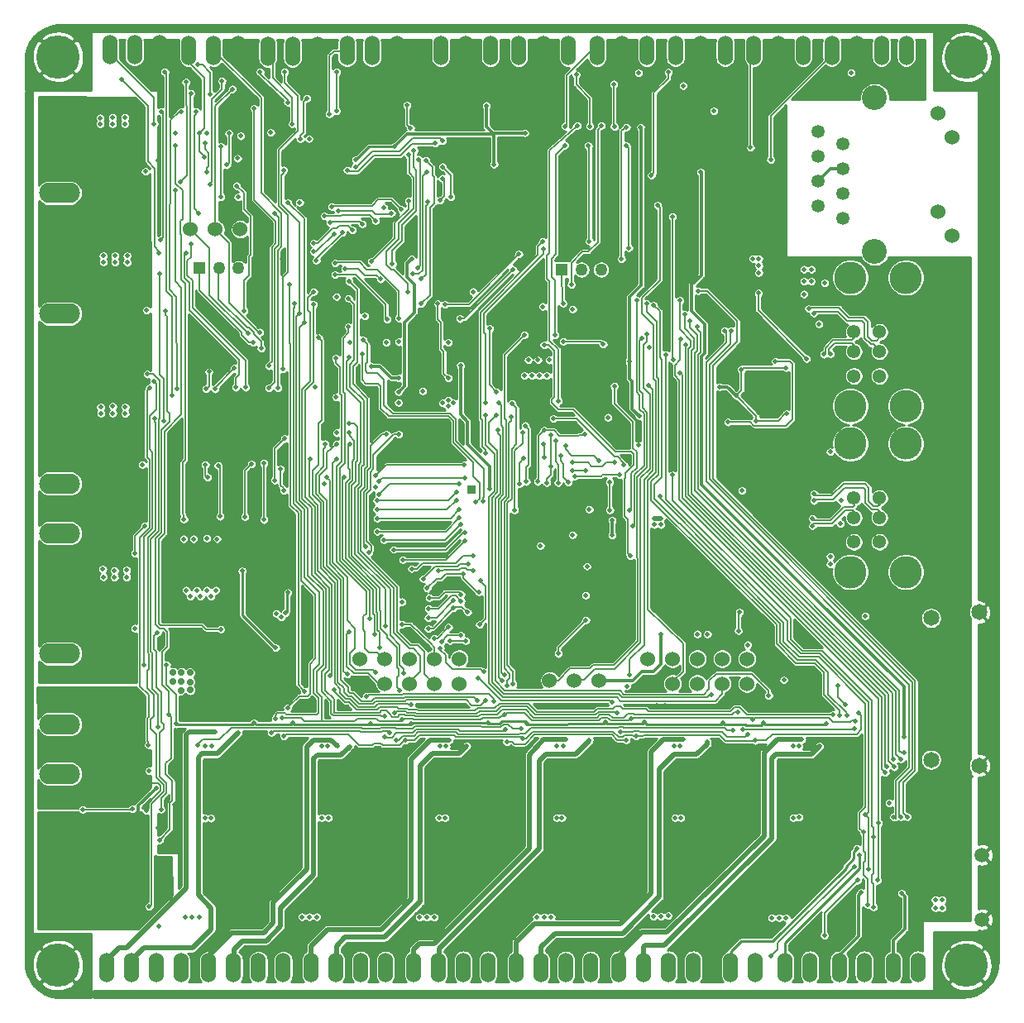
<source format=gbl>
G04 #@! TF.GenerationSoftware,KiCad,Pcbnew,5.1.0+dfsg1-1*
G04 #@! TF.CreationDate,2019-04-17T23:21:44+02:00*
G04 #@! TF.ProjectId,Revolve_A5,5265766f-6c76-4655-9f41-352e6b696361,rev?*
G04 #@! TF.SameCoordinates,Original*
G04 #@! TF.FileFunction,Copper,L4,Bot*
G04 #@! TF.FilePolarity,Positive*
%FSLAX46Y46*%
G04 Gerber Fmt 4.6, Leading zero omitted, Abs format (unit mm)*
G04 Created by KiCad (PCBNEW 5.1.0+dfsg1-1) date 2019-04-17 23:21:44*
%MOMM*%
%LPD*%
G04 APERTURE LIST*
%ADD10R,0.850000X0.850000*%
%ADD11O,1.524000X3.048000*%
%ADD12O,4.191000X2.095500*%
%ADD13C,1.650000*%
%ADD14C,2.550000*%
%ADD15C,1.530000*%
%ADD16C,1.350000*%
%ADD17C,3.316000*%
%ADD18C,1.380000*%
%ADD19C,1.500000*%
%ADD20C,1.524000*%
%ADD21R,1.524000X1.524000*%
%ADD22C,1.270000*%
%ADD23R,1.270000X1.270000*%
%ADD24C,4.445000*%
%ADD25C,0.503200*%
%ADD26C,0.500000*%
%ADD27C,0.703200*%
%ADD28C,0.250000*%
%ADD29C,0.300000*%
%ADD30C,0.150000*%
%ADD31C,0.500000*%
%ADD32C,0.200000*%
%ADD33C,0.254000*%
G04 APERTURE END LIST*
D10*
X144300000Y-102800000D03*
D11*
X187509669Y-151703600D03*
X190049669Y-151703600D03*
X181994669Y-151703600D03*
X184534669Y-151703600D03*
X176444669Y-151703600D03*
X178984669Y-151703600D03*
D12*
X102184669Y-136968600D03*
X102184669Y-142048600D03*
X102184669Y-131888600D03*
X102184669Y-126808600D03*
X102184669Y-102168600D03*
X102184669Y-107248600D03*
X102184669Y-97088600D03*
X102184669Y-92008600D03*
X102184669Y-119568600D03*
X102184669Y-114488600D03*
X102184669Y-84768600D03*
X102184669Y-79688600D03*
D11*
X106969669Y-151753600D03*
X109509669Y-151753600D03*
X112049669Y-151753600D03*
X114589669Y-151753600D03*
X146274669Y-57803600D03*
X143734669Y-57803600D03*
X141194669Y-57803600D03*
X154259669Y-57793600D03*
X151719669Y-57793600D03*
X149179669Y-57793600D03*
X162299669Y-57793600D03*
X159759669Y-57793600D03*
X157219669Y-57793600D03*
X170299669Y-57803600D03*
X167759669Y-57803600D03*
X165219669Y-57803600D03*
X178299669Y-57793600D03*
X175759669Y-57793600D03*
X173219669Y-57793600D03*
X170879669Y-151703600D03*
X173419669Y-151703600D03*
X188844669Y-57793600D03*
X186304669Y-57793600D03*
X183764669Y-57793600D03*
X181224669Y-57793600D03*
X117449669Y-151733600D03*
X119989669Y-151733600D03*
X122529669Y-151733600D03*
X125069669Y-151733600D03*
X127919669Y-151713600D03*
X130459669Y-151713600D03*
X132999669Y-151713600D03*
X135539669Y-151713600D03*
X138419669Y-151703600D03*
X140959669Y-151703600D03*
X143499669Y-151703600D03*
X146039669Y-151703600D03*
X148919669Y-151713600D03*
X151459669Y-151713600D03*
X153999669Y-151713600D03*
X156539669Y-151713600D03*
D13*
X196284669Y-115338600D03*
X191384669Y-115938600D03*
X196284669Y-131038600D03*
X191384669Y-130438600D03*
D14*
X185614669Y-62658600D03*
X185614669Y-78408600D03*
D15*
X192064669Y-64233600D03*
X193564669Y-66733600D03*
X192064669Y-74333600D03*
X193564669Y-76833600D03*
D16*
X179774669Y-66088600D03*
X182314669Y-67358600D03*
X179774669Y-68628600D03*
X182314669Y-69898600D03*
X179774669Y-71168600D03*
X182314669Y-72438600D03*
X179774669Y-73708600D03*
X182314669Y-74978600D03*
D17*
X183129669Y-98083600D03*
X183129669Y-111223600D03*
X188809669Y-98083600D03*
X188809669Y-111223600D03*
D18*
X186099669Y-101153600D03*
X186099669Y-103653600D03*
X186099669Y-105653600D03*
X186099669Y-108153600D03*
X183479669Y-101153600D03*
X183479669Y-103653600D03*
X183479669Y-105653600D03*
X183479669Y-108153600D03*
D17*
X183129669Y-81083600D03*
X183129669Y-94223600D03*
X188809669Y-81083600D03*
X188809669Y-94223600D03*
D18*
X186099669Y-84153600D03*
X186099669Y-86653600D03*
X186099669Y-88653600D03*
X186099669Y-91153600D03*
X183479669Y-84153600D03*
X183479669Y-86653600D03*
X183479669Y-88653600D03*
X183479669Y-91153600D03*
D11*
X159424669Y-151703600D03*
X161964669Y-151703600D03*
X164504669Y-151703600D03*
X167044669Y-151703600D03*
D12*
X102159669Y-72418600D03*
X102159669Y-67338600D03*
D11*
X112379669Y-57743600D03*
X109839669Y-57743600D03*
X107299669Y-57743600D03*
X120454669Y-57798600D03*
X117914669Y-57798600D03*
X115374669Y-57798600D03*
X136684669Y-57838600D03*
X134144669Y-57838600D03*
X131604669Y-57838600D03*
X128564669Y-57878600D03*
X126024669Y-57878600D03*
X123484669Y-57878600D03*
D19*
X196614669Y-140188600D03*
X196614669Y-146788600D03*
D20*
X157414669Y-122328600D03*
X154874669Y-122328600D03*
X152334669Y-122328600D03*
D21*
X149794669Y-122328600D03*
D22*
X122504669Y-80128600D03*
X120504669Y-80128600D03*
X118504669Y-80128600D03*
D23*
X116504669Y-80128600D03*
D22*
X159604669Y-80278600D03*
X157604669Y-80278600D03*
X155604669Y-80278600D03*
D23*
X153604669Y-80278600D03*
D24*
X102004669Y-151478600D03*
X102004669Y-58478600D03*
X195004669Y-58478600D03*
X195004669Y-151478600D03*
D20*
X115594669Y-76128600D03*
X118134669Y-76128600D03*
X120674669Y-76128600D03*
D21*
X123214669Y-76128600D03*
D20*
X172534669Y-120108600D03*
X169994669Y-120108600D03*
X167454669Y-120108600D03*
X164914669Y-120108600D03*
X162374669Y-120108600D03*
X172534669Y-122648600D03*
X169994669Y-122648600D03*
X167454669Y-122648600D03*
X164914669Y-122648600D03*
X162374669Y-122648600D03*
X143084669Y-120108600D03*
X140544669Y-120108600D03*
X138004669Y-120108600D03*
X135464669Y-120108600D03*
X132924669Y-120108600D03*
X143084669Y-122648600D03*
X140544669Y-122648600D03*
X138004669Y-122648600D03*
X135464669Y-122648600D03*
X132924669Y-122648600D03*
D25*
X109054669Y-111028600D03*
X107804669Y-111078600D03*
X106604669Y-110928600D03*
X109054669Y-111778600D03*
X107804669Y-111778600D03*
X106654669Y-111728600D03*
X107829669Y-79503600D03*
X106644669Y-79483600D03*
X106629669Y-78853600D03*
X109094669Y-79533600D03*
X109079669Y-78853600D03*
X107844669Y-78833600D03*
X108904669Y-94328600D03*
X106379669Y-94328600D03*
X108904669Y-95028600D03*
X107629669Y-94978600D03*
X106404669Y-94978600D03*
X164879669Y-99353600D03*
X118839669Y-140503600D03*
X119729669Y-140493600D03*
X118859669Y-141193600D03*
X158114669Y-108628600D03*
X129509669Y-125983600D03*
X139239669Y-124943600D03*
X117239669Y-126093600D03*
X141119669Y-124923600D03*
X130829669Y-125073600D03*
X127369669Y-124453600D03*
X128169669Y-124453600D03*
X125929669Y-111153600D03*
X124519669Y-111923600D03*
X124704669Y-114678600D03*
X123304669Y-114578600D03*
X125929669Y-110053600D03*
X140104669Y-124928600D03*
X137494669Y-131428600D03*
X131569669Y-125073600D03*
X125954669Y-108878600D03*
X125969669Y-107703600D03*
X137494669Y-132478600D03*
X119729669Y-141188600D03*
X157284669Y-95573600D03*
X134724669Y-71688600D03*
X134724669Y-69978600D03*
X136604669Y-69968600D03*
X136604669Y-71718600D03*
X108844669Y-65338600D03*
X107594669Y-65338600D03*
X107594669Y-64688600D03*
X106344669Y-65338600D03*
X106344669Y-64738600D03*
X152779669Y-111778600D03*
X152789669Y-112618600D03*
X152769669Y-113458600D03*
X152779669Y-114398600D03*
X152769669Y-115218600D03*
X152769669Y-116018600D03*
X151829669Y-116008600D03*
X150959669Y-116048600D03*
X150139669Y-116038600D03*
X149339669Y-116038600D03*
X148519669Y-116038600D03*
X148489669Y-115178600D03*
X148489669Y-114318600D03*
X148519669Y-113358600D03*
X148509669Y-112558600D03*
X148509669Y-111718600D03*
X149389669Y-111718600D03*
X150209669Y-111748600D03*
X151099669Y-111758600D03*
X151909669Y-111768600D03*
X150999669Y-113528600D03*
X151029669Y-114238600D03*
X150289669Y-113538600D03*
X150279669Y-114238600D03*
X142579669Y-77863600D03*
X118909669Y-124943600D03*
X119779669Y-124938600D03*
X159019669Y-113608600D03*
X158969669Y-116218600D03*
X160669669Y-116068600D03*
X158919669Y-117218600D03*
X173229669Y-91353600D03*
X169629669Y-91603600D03*
X144279669Y-87553600D03*
X144379669Y-88753600D03*
X144379669Y-91353600D03*
X144379669Y-92653600D03*
X144379669Y-93903600D03*
X144429669Y-95153600D03*
X139379669Y-96453600D03*
X134389669Y-95203600D03*
X134429669Y-93953600D03*
X134429669Y-92613600D03*
X134369669Y-88923600D03*
X134379669Y-87503600D03*
X136879669Y-86703600D03*
X138129669Y-86703600D03*
X135579669Y-86703600D03*
X139379669Y-86353600D03*
X140629669Y-86253600D03*
X141929669Y-86253600D03*
X143229669Y-86413600D03*
X144379669Y-86303600D03*
X143279669Y-96353600D03*
X141929669Y-96403600D03*
X140729669Y-96453600D03*
X138129669Y-96453600D03*
X136879669Y-96403600D03*
X135629669Y-96353600D03*
X134279669Y-96503600D03*
X144579669Y-96303600D03*
X142569669Y-116438600D03*
X142779669Y-124923600D03*
X143619669Y-124923600D03*
X154829669Y-124973600D03*
X155669669Y-124973600D03*
X166879669Y-124973600D03*
X167719669Y-124973600D03*
X160454669Y-99778600D03*
X175329669Y-125003600D03*
X176119669Y-125003600D03*
X178919669Y-125073600D03*
X179719669Y-125073600D03*
X121309669Y-146493600D03*
X122259669Y-146493600D03*
X123309669Y-146493600D03*
X169259669Y-146543600D03*
X170209669Y-146543600D03*
X171259669Y-146543600D03*
X181259669Y-146543600D03*
X182209669Y-146543600D03*
X183259669Y-146543600D03*
X157209669Y-146593600D03*
X158159669Y-146593600D03*
X159209669Y-146593600D03*
X145209669Y-146743600D03*
X146159669Y-146743600D03*
X147209669Y-146743600D03*
X133259669Y-146493600D03*
X134209669Y-146493600D03*
X135259669Y-146493600D03*
X130739669Y-140453600D03*
X131629669Y-140443600D03*
X130759669Y-141143600D03*
X131629669Y-141138600D03*
X142939669Y-140403600D03*
X143729669Y-140393600D03*
X142909669Y-141093600D03*
X143729669Y-141088600D03*
X154789669Y-140403600D03*
X155679669Y-140393600D03*
X154809669Y-141093600D03*
X155679669Y-141088600D03*
X166789669Y-140503600D03*
X167679669Y-140493600D03*
X166809669Y-141193600D03*
X167679669Y-141188600D03*
X122779669Y-129138600D03*
X134679669Y-129288600D03*
X125479669Y-131288600D03*
X125479669Y-132338600D03*
X125379669Y-134588600D03*
X151179669Y-124993600D03*
X152019669Y-124983600D03*
X152979669Y-124973600D03*
X153819669Y-124973600D03*
X117189669Y-139303600D03*
X128989669Y-139303600D03*
X141439669Y-139253600D03*
X153339669Y-139453600D03*
X165289669Y-139353600D03*
X177239669Y-139403600D03*
X178939669Y-140403600D03*
X179829669Y-140393600D03*
X178959669Y-141093600D03*
X179829669Y-141088600D03*
X161469669Y-132423600D03*
X161469669Y-130273600D03*
X161469669Y-134623600D03*
X137304669Y-134628600D03*
X149504669Y-134628600D03*
X149554669Y-132478600D03*
X149554669Y-131428600D03*
X146779669Y-129248600D03*
X158579669Y-129238600D03*
X170779669Y-129188600D03*
X182929669Y-129188600D03*
X134944669Y-76478600D03*
X141004669Y-72468600D03*
X137354669Y-65968600D03*
X177929669Y-96653600D03*
X130554669Y-67968600D03*
X120554669Y-101928600D03*
X119504669Y-101878600D03*
X115504669Y-101828600D03*
X118104669Y-101928600D03*
X170829669Y-67713600D03*
X163729669Y-65613600D03*
X168779669Y-65513600D03*
X163979669Y-62213600D03*
X152179669Y-108478600D03*
X175929669Y-91253600D03*
X163279669Y-124923600D03*
X164119669Y-124923600D03*
X192329669Y-79503600D03*
X188354669Y-61978600D03*
X179204669Y-94728600D03*
X179404669Y-122128600D03*
X191854669Y-118878600D03*
X191904669Y-120378600D03*
X191904669Y-121878600D03*
X191904669Y-123378600D03*
X191854669Y-126378600D03*
X173549669Y-131398600D03*
X173559669Y-132438600D03*
X173379669Y-134688600D03*
X175129669Y-75363600D03*
X135574669Y-69978600D03*
X136574669Y-70828600D03*
X135574669Y-71728600D03*
X135574669Y-70878600D03*
X134724669Y-70878600D03*
X159929669Y-88103600D03*
X155304669Y-104828600D03*
X158234669Y-96523600D03*
X173804669Y-118878600D03*
X112254669Y-69128600D03*
X110954669Y-70228600D03*
X111104669Y-84428600D03*
X107629669Y-94278600D03*
X176029669Y-65313600D03*
X151779669Y-64313600D03*
X133654669Y-64918600D03*
X170454669Y-117928600D03*
X137169669Y-112588600D03*
X137269669Y-117238600D03*
X175779669Y-96753600D03*
X175929669Y-94053600D03*
X172829669Y-98303600D03*
X180779669Y-96653600D03*
X161474669Y-96723600D03*
X117754669Y-130828600D03*
X118604669Y-130828600D03*
X119454669Y-130828600D03*
X120304669Y-130828600D03*
X117754669Y-131578600D03*
X118604669Y-131578600D03*
X119454669Y-131578600D03*
X120304669Y-131578600D03*
X117754669Y-132328600D03*
X118604669Y-132328600D03*
X119454669Y-132328600D03*
X120304669Y-132328600D03*
X117754669Y-133128600D03*
X118604669Y-133128600D03*
X119454669Y-133128600D03*
X120304669Y-133128600D03*
X117754669Y-133928600D03*
X118604669Y-133928600D03*
X119454669Y-133928600D03*
X120304669Y-133928600D03*
X117754669Y-134628600D03*
X118604669Y-134628600D03*
X119454669Y-134628600D03*
X120304669Y-134628600D03*
X129704669Y-130828600D03*
X130554669Y-130828600D03*
X131404669Y-130828600D03*
X132254669Y-130828600D03*
X129704669Y-131578600D03*
X130554669Y-131578600D03*
X131404669Y-131578600D03*
X132254669Y-131578600D03*
X129704669Y-132328600D03*
X130554669Y-132328600D03*
X131404669Y-132328600D03*
X132254669Y-132328600D03*
X129704669Y-133128600D03*
X130554669Y-133128600D03*
X131404669Y-133128600D03*
X132254669Y-133128600D03*
X129704669Y-133878600D03*
X130554669Y-133878600D03*
X131404669Y-133878600D03*
X132254669Y-133878600D03*
X129704669Y-134628600D03*
X130554669Y-134628600D03*
X131404669Y-134628600D03*
X132254669Y-134628600D03*
X141724669Y-130828600D03*
X142574669Y-130828600D03*
X143424669Y-130828600D03*
X144274669Y-130828600D03*
X141724669Y-131578600D03*
X142574669Y-131578600D03*
X143424669Y-131578600D03*
X144274669Y-131578600D03*
X141724669Y-132328600D03*
X142574669Y-132328600D03*
X143424669Y-132328600D03*
X144274669Y-132328600D03*
X141724669Y-133148600D03*
X142574669Y-133148600D03*
X143424669Y-133148600D03*
X144274669Y-133148600D03*
X141724669Y-133898600D03*
X142574669Y-133898600D03*
X143424669Y-133898600D03*
X144274669Y-133898600D03*
X141724669Y-134648600D03*
X142574669Y-134648600D03*
X143424669Y-134648600D03*
X144274669Y-134648600D03*
X165744669Y-130838600D03*
X166594669Y-130838600D03*
X167444669Y-130838600D03*
X168294669Y-130838600D03*
X165744669Y-131588600D03*
X166594669Y-131588600D03*
X167444669Y-131588600D03*
X168294669Y-131588600D03*
X165744669Y-132338600D03*
X166594669Y-132338600D03*
X167444669Y-132338600D03*
X168294669Y-132338600D03*
X165724669Y-133118600D03*
X166574669Y-133118600D03*
X167424669Y-133118600D03*
X168274669Y-133118600D03*
X165724669Y-133868600D03*
X166574669Y-133868600D03*
X167424669Y-133868600D03*
X168274669Y-133868600D03*
X165724669Y-134618600D03*
X166574669Y-134618600D03*
X167424669Y-134618600D03*
X168274669Y-134618600D03*
X153714669Y-130838600D03*
X154564669Y-130838600D03*
X155414669Y-130838600D03*
X156264669Y-130838600D03*
X153714669Y-131588600D03*
X154564669Y-131588600D03*
X155414669Y-131588600D03*
X156264669Y-131588600D03*
X153714669Y-132338600D03*
X154564669Y-132338600D03*
X155414669Y-132338600D03*
X156264669Y-132338600D03*
X153734669Y-133108600D03*
X154584669Y-133108600D03*
X155434669Y-133108600D03*
X156284669Y-133108600D03*
X153734669Y-133858600D03*
X154584669Y-133858600D03*
X155434669Y-133858600D03*
X156284669Y-133858600D03*
X153734669Y-134608600D03*
X154584669Y-134608600D03*
X155434669Y-134608600D03*
X156284669Y-134608600D03*
X177834669Y-133128600D03*
X178684669Y-133128600D03*
X179534669Y-133128600D03*
X180384669Y-133128600D03*
X177834669Y-133878600D03*
X178684669Y-133878600D03*
X179534669Y-133878600D03*
X180384669Y-133878600D03*
X177834669Y-134628600D03*
X178684669Y-134628600D03*
X179534669Y-134628600D03*
X180384669Y-134628600D03*
X177824669Y-130838600D03*
X178674669Y-130838600D03*
X179524669Y-130838600D03*
X180374669Y-130838600D03*
X177824669Y-131588600D03*
X178674669Y-131588600D03*
X179524669Y-131588600D03*
X180374669Y-131588600D03*
X177824669Y-132338600D03*
X178674669Y-132338600D03*
X179524669Y-132338600D03*
X180374669Y-132338600D03*
X142579669Y-63603600D03*
X143729669Y-64053600D03*
X142979669Y-65303600D03*
X143929669Y-65603600D03*
X142929669Y-67403600D03*
X140979669Y-65653600D03*
X139179669Y-65653600D03*
X148079669Y-64853600D03*
X148029669Y-67303600D03*
X149779669Y-67653600D03*
X147979669Y-69903600D03*
X151179669Y-69503600D03*
X154629669Y-73353600D03*
X158429669Y-73353600D03*
X165029669Y-70853600D03*
X173729669Y-73753600D03*
X173429669Y-70653600D03*
X176429669Y-72703600D03*
X166734669Y-110173600D03*
X166734669Y-109423600D03*
X172934669Y-104573600D03*
X177184669Y-108473600D03*
X135684669Y-110873600D03*
X134634669Y-109723600D03*
X136784669Y-111973600D03*
X150784669Y-107073600D03*
X169184669Y-80223600D03*
X166834669Y-78523600D03*
X168884669Y-75073600D03*
X170634669Y-78723600D03*
X171784669Y-77523600D03*
X171034669Y-90473600D03*
X173184669Y-94073600D03*
X168884669Y-84573600D03*
X166284669Y-82273600D03*
X162734669Y-77773600D03*
X166484669Y-80723600D03*
X158134669Y-77373600D03*
X149584669Y-76573600D03*
X145384669Y-73123600D03*
X147634669Y-73173600D03*
X143134669Y-73173600D03*
X143484669Y-71573600D03*
X140934669Y-68573600D03*
X130084669Y-73073600D03*
X124984669Y-79173600D03*
X134684669Y-75923600D03*
X137984669Y-76223600D03*
X187454669Y-115728600D03*
X175834669Y-104173600D03*
X150729669Y-119458600D03*
X177229669Y-98703600D03*
X143654669Y-112928600D03*
X192834669Y-142173600D03*
X192834669Y-141473600D03*
X192834669Y-140823600D03*
X192834669Y-140173600D03*
X187459669Y-146543600D03*
X187469669Y-142843600D03*
X190809669Y-142793600D03*
X190959669Y-146543600D03*
X179454669Y-118778600D03*
X181534669Y-106823600D03*
X181484669Y-104323600D03*
X166734669Y-110923600D03*
X166734669Y-108673600D03*
X122104669Y-92328600D03*
X116254669Y-92428600D03*
X136529669Y-63503600D03*
X120444669Y-70838600D03*
X120394669Y-63988600D03*
X116394669Y-62238600D03*
X113644669Y-62238600D03*
X123804669Y-63998600D03*
X122504669Y-101878600D03*
X177779669Y-89403600D03*
X125304669Y-101628600D03*
X164874669Y-91673600D03*
X168484669Y-85223600D03*
X195504669Y-132128600D03*
X108844669Y-64688600D03*
X181384669Y-85473600D03*
X153934669Y-96723600D03*
X164874669Y-92273600D03*
X119004669Y-92526621D03*
X125273961Y-92476610D03*
X109898390Y-116990941D03*
X127479669Y-119629669D03*
X115350000Y-124600000D03*
X116050000Y-124650000D03*
X113549996Y-131200000D03*
X127550000Y-116050000D03*
D26*
X112632340Y-118674423D03*
D25*
X113676610Y-101378600D03*
X110623324Y-100237610D03*
X122050000Y-113400000D03*
X121450000Y-113400000D03*
X122650000Y-113400000D03*
X127500000Y-114900000D03*
X127250000Y-114250000D03*
X127300000Y-115550000D03*
D26*
X112375000Y-147525000D03*
X112275000Y-137425000D03*
D25*
X113919448Y-132126767D03*
X113982830Y-135067527D03*
D26*
X111350000Y-131600000D03*
D25*
X150154669Y-89528600D03*
X151154669Y-89528600D03*
X152304669Y-89528600D03*
X124304669Y-118978600D03*
X114854669Y-107828600D03*
X118304669Y-107828600D03*
X117254669Y-107778600D03*
X115904669Y-107828600D03*
X120850000Y-111100000D03*
D27*
X114650000Y-122450000D03*
X114650000Y-121500000D03*
X115525000Y-121525000D03*
X115525000Y-122475000D03*
D25*
X117654669Y-136428600D03*
X117054669Y-136428600D03*
X115754669Y-146578600D03*
X116504669Y-146578600D03*
X115004669Y-146578600D03*
X129704669Y-136378600D03*
X129004669Y-136378600D03*
X141654669Y-136378600D03*
X141000000Y-136378600D03*
X117744669Y-129068600D03*
X117104669Y-129068600D03*
X129644669Y-129068600D03*
X129004669Y-129068600D03*
X127754669Y-146528600D03*
X128504669Y-146528600D03*
X127004669Y-146528600D03*
X139754669Y-146578600D03*
X140504669Y-146578600D03*
X139004669Y-146578600D03*
X151754669Y-146528600D03*
X152504669Y-146528600D03*
X151004669Y-146528600D03*
X163704669Y-146478600D03*
X164454669Y-146428600D03*
X162954669Y-146478600D03*
X175804669Y-146628600D03*
X176554669Y-146628600D03*
X175054669Y-146628600D03*
X153604669Y-136378600D03*
X153054669Y-136378600D03*
X153704669Y-129068600D03*
X153054669Y-129068600D03*
X141754669Y-129068600D03*
X141154669Y-129068600D03*
X165754669Y-136388600D03*
X165204669Y-136388600D03*
X165654669Y-129068600D03*
X165054669Y-129068600D03*
X177854669Y-136338600D03*
X177254669Y-136388600D03*
X177844669Y-129068600D03*
X177254669Y-129068600D03*
X167804669Y-70278600D03*
X188654669Y-128128600D03*
X107925000Y-120675000D03*
X108754669Y-76428600D03*
X109504669Y-76428600D03*
X110204669Y-76428600D03*
X108604669Y-90778600D03*
X109354669Y-90778600D03*
X110054669Y-90778600D03*
X107925000Y-121475000D03*
X107925000Y-122350000D03*
D27*
X113781279Y-122450000D03*
X113781279Y-121500000D03*
D25*
X108025000Y-106349998D03*
X108025002Y-105650000D03*
X108075000Y-107100000D03*
D27*
X115542643Y-123298390D03*
X114602544Y-123329027D03*
D25*
X165754669Y-87378600D03*
X185904669Y-142778600D03*
X186004669Y-136928600D03*
X183854669Y-142778600D03*
X180454669Y-148428600D03*
X149604669Y-96928600D03*
X148754669Y-104878600D03*
X163604669Y-103428600D03*
X184454669Y-137878600D03*
X184854669Y-145278600D03*
X152704669Y-95528600D03*
X159954669Y-100278600D03*
X164954669Y-101278600D03*
X185454669Y-138378600D03*
X185504669Y-145528600D03*
X188354669Y-144128600D03*
X184254669Y-144028600D03*
X184054669Y-140228600D03*
D27*
X110250000Y-140500000D03*
X110250000Y-141600000D03*
X110250000Y-142750000D03*
X110250000Y-143850000D03*
X110250000Y-144875000D03*
X110250000Y-146550000D03*
X110250000Y-138000000D03*
X110250000Y-139400000D03*
X109100000Y-144875000D03*
X106750000Y-144825000D03*
X107950000Y-144875000D03*
X104554669Y-144800000D03*
X105654669Y-144803600D03*
X106700000Y-146550000D03*
X107950000Y-146550000D03*
X105600000Y-146550000D03*
X104450000Y-146550000D03*
X109125000Y-146550000D03*
D26*
X112050000Y-133350000D03*
D25*
X112404669Y-80728600D03*
X112842163Y-95792797D03*
X134874669Y-101928600D03*
X143623390Y-101578366D03*
X109898390Y-109323380D03*
X110906269Y-106498307D03*
X118104669Y-127608600D03*
X120464669Y-127698600D03*
X130504669Y-64028600D03*
X130554669Y-60028600D03*
X112954669Y-60028600D03*
X113654669Y-93128600D03*
X117604669Y-62278600D03*
X116304669Y-59278600D03*
X124504669Y-92378600D03*
X120204669Y-92328600D03*
X112354669Y-78578600D03*
X108504669Y-60778600D03*
X115154669Y-78578600D03*
X161424669Y-60118600D03*
X183184669Y-60098600D03*
X165994669Y-61438600D03*
X172604669Y-118678600D03*
X172004669Y-102878600D03*
X163054669Y-106378600D03*
X163704669Y-106378600D03*
X120434669Y-72828600D03*
X141404669Y-93928600D03*
X141954669Y-93628600D03*
X142504669Y-93928600D03*
X141954669Y-94228600D03*
X173754669Y-79128600D03*
X173154669Y-79128600D03*
X163704669Y-105728600D03*
X163054669Y-105728600D03*
X120404669Y-68878600D03*
X173754669Y-80578600D03*
X173754669Y-79878600D03*
X144504669Y-82528600D03*
X173704669Y-82678600D03*
X178654669Y-89378600D03*
X158904669Y-61278600D03*
X158954669Y-65628600D03*
X155054669Y-60328600D03*
X156454669Y-65578600D03*
X153904669Y-65578600D03*
X164504669Y-60068600D03*
X162754669Y-70628600D03*
X172904669Y-67778600D03*
X145804669Y-93878600D03*
X151704669Y-78178600D03*
X160454669Y-78028600D03*
X160204669Y-67578600D03*
X174954669Y-69028600D03*
X145754669Y-99078600D03*
X151654669Y-77378600D03*
X156404669Y-77378600D03*
X156304669Y-67578600D03*
X152904669Y-86978600D03*
X153904669Y-67528600D03*
X153204669Y-93728600D03*
X155154669Y-65528600D03*
X154554669Y-81828600D03*
X157654669Y-65528600D03*
X159704669Y-79178600D03*
X160204669Y-65678600D03*
X158334669Y-95398600D03*
X156394669Y-104813600D03*
X161474669Y-98258600D03*
X135354669Y-73928600D03*
X114104669Y-126778600D03*
X180704669Y-126728600D03*
X126054669Y-126678600D03*
X170054669Y-126628600D03*
X146054669Y-126648600D03*
X134024669Y-126728600D03*
X122054669Y-126688600D03*
X138154669Y-126728600D03*
X150054669Y-126728600D03*
X158034669Y-126608600D03*
X174204669Y-126678600D03*
X162052525Y-126611804D03*
X136854669Y-92778600D03*
X138204669Y-79128600D03*
X161654669Y-65678600D03*
X184654669Y-115728600D03*
X176304669Y-122278600D03*
X127704669Y-66878600D03*
X134504669Y-102568600D03*
X161514669Y-95248600D03*
X160254669Y-122898600D03*
X126754669Y-73398600D03*
X160504669Y-89678600D03*
X137204669Y-114278600D03*
X129304669Y-102228600D03*
X121154669Y-105578600D03*
X121804669Y-100178600D03*
X173454669Y-95728600D03*
X171404669Y-93178600D03*
X176604669Y-95028600D03*
X171954669Y-90478600D03*
X176554669Y-90328600D03*
X169754669Y-92278600D03*
X136854669Y-93878600D03*
D26*
X113125032Y-120711340D03*
D25*
X122654669Y-86678600D03*
X119854669Y-61778600D03*
X115104669Y-61078600D03*
X114554669Y-71278600D03*
X121504669Y-86828600D03*
X115604669Y-62228600D03*
X118804669Y-60928600D03*
X117554669Y-71528600D03*
X164204669Y-88978600D03*
X184654669Y-136078600D03*
X184954669Y-141678600D03*
X183504669Y-141378600D03*
X174954669Y-150578600D03*
X183804669Y-139528600D03*
X169154669Y-64028600D03*
X130624669Y-129048600D03*
X131854669Y-129078600D03*
X142054669Y-128408600D03*
X143864669Y-129038600D03*
X147724669Y-121778600D03*
X149744669Y-86948600D03*
X154004669Y-128368600D03*
X156404669Y-128428600D03*
X148504669Y-93978600D03*
X148604669Y-122678600D03*
X166054669Y-128398600D03*
X168454669Y-128628600D03*
X160554669Y-121728600D03*
X146214669Y-86308600D03*
X146904669Y-92778600D03*
X162454669Y-92128600D03*
X125304669Y-115428600D03*
X124354669Y-115478600D03*
X124854669Y-115828600D03*
X118154669Y-113078600D03*
X117654669Y-113728600D03*
X117254669Y-113078600D03*
X116604669Y-113728600D03*
X116204669Y-113078600D03*
X115554669Y-113728600D03*
X115154669Y-113078600D03*
X125554669Y-113328600D03*
X182604669Y-124828600D03*
X181814669Y-122828600D03*
X167454669Y-86078600D03*
X188604669Y-129728600D03*
X166704669Y-85528600D03*
X188304669Y-130378600D03*
X166154669Y-84878600D03*
X187554669Y-130428600D03*
X165654669Y-83428600D03*
X187604669Y-131178600D03*
X132454669Y-69728600D03*
X141354669Y-67078600D03*
X131604669Y-70078600D03*
X140654669Y-67328600D03*
X132504669Y-69028600D03*
X136454669Y-67678600D03*
X149804669Y-66278600D03*
X145854669Y-63478600D03*
X146654669Y-69478600D03*
X146604669Y-66378600D03*
X179404669Y-103228600D03*
X179404669Y-103928600D03*
X181054669Y-110428600D03*
X181054669Y-98928600D03*
X178404669Y-81478600D03*
X178354669Y-80228600D03*
X178354669Y-82778600D03*
X179154669Y-80228600D03*
X179104669Y-81478600D03*
X179904669Y-85828600D03*
X181054669Y-109628600D03*
X182154669Y-103928600D03*
X182104669Y-106278600D03*
X180504669Y-81628600D03*
X179254669Y-105728600D03*
X179254669Y-106478600D03*
X178844669Y-84248600D03*
X179364669Y-84718600D03*
X180404669Y-88928600D03*
X181104669Y-88878600D03*
X178154669Y-128378600D03*
X179964669Y-129068600D03*
X147054669Y-96678600D03*
X174764669Y-123878600D03*
X143604669Y-100278600D03*
X134494669Y-101388600D03*
X114904669Y-105828600D03*
X114004669Y-67578600D03*
X122704669Y-60028600D03*
X125504669Y-63128600D03*
X125204669Y-60028600D03*
X125054669Y-90428600D03*
X117154669Y-92478600D03*
X117461243Y-90723379D03*
X137904669Y-68478600D03*
X137804669Y-82528600D03*
X138904669Y-68978600D03*
X138804669Y-80078600D03*
X139704669Y-69078600D03*
X139204669Y-83778600D03*
X141354669Y-69728600D03*
X142204669Y-72828600D03*
X138354669Y-80728600D03*
X139754669Y-70278600D03*
X165004669Y-89478600D03*
X164904669Y-74828600D03*
X153744669Y-87628600D03*
X157829669Y-87903600D03*
X134104669Y-79428600D03*
X137904669Y-73228600D03*
X130054669Y-73828600D03*
X137179669Y-74103600D03*
X130704669Y-74278600D03*
X136154669Y-74478600D03*
X129304669Y-74778600D03*
X134529669Y-75253600D03*
X129854669Y-75478600D03*
X133174669Y-75608600D03*
X128204669Y-77578600D03*
X132124669Y-76208600D03*
X128454669Y-79328600D03*
X131104669Y-76478600D03*
X128204669Y-78428600D03*
X130279669Y-76603600D03*
X153954669Y-98278600D03*
X157384669Y-99858600D03*
X153204669Y-102078600D03*
X152954669Y-97778600D03*
X152454669Y-97228600D03*
X152054669Y-102078600D03*
X152454669Y-100428600D03*
X154254669Y-102028600D03*
X153454669Y-99328600D03*
X151704669Y-98128600D03*
X151804669Y-99478600D03*
X149704669Y-99603600D03*
X149259580Y-102178600D03*
X156004669Y-100828600D03*
X154654669Y-100828600D03*
X151104669Y-101978600D03*
X151754669Y-96728600D03*
X155904669Y-97138600D03*
X149954669Y-101978600D03*
X149854669Y-96228600D03*
X130554669Y-96978600D03*
X158954669Y-92178600D03*
X160504669Y-104878600D03*
X158504669Y-104878600D03*
X158479669Y-102053600D03*
X154954669Y-101428600D03*
X159454669Y-101278600D03*
X154704669Y-100028600D03*
X158954669Y-100028600D03*
X186854669Y-131128600D03*
X166254669Y-87978600D03*
X162504669Y-88228600D03*
X163704669Y-117578600D03*
X167454669Y-117578600D03*
X168504669Y-117578600D03*
X135634669Y-87718600D03*
X136884669Y-87668600D03*
X156014669Y-113618600D03*
X156154669Y-110628600D03*
X151404669Y-108528600D03*
X145154669Y-116628600D03*
X156064669Y-116138600D03*
X154704669Y-107428600D03*
X153254669Y-119578600D03*
X145244669Y-112128600D03*
X136254669Y-79678600D03*
X138454669Y-68078600D03*
X135004669Y-81228600D03*
X131404669Y-80178600D03*
X139204669Y-81228600D03*
X141354669Y-70928600D03*
X139854669Y-73328600D03*
X141104669Y-73178600D03*
X134854669Y-103298600D03*
X143104669Y-102178588D03*
X134654669Y-104828600D03*
X142779669Y-103853600D03*
X134704669Y-105728600D03*
X143079669Y-104853600D03*
X134654669Y-103928600D03*
X142779669Y-103003600D03*
X139904669Y-117028600D03*
X143959669Y-115353600D03*
X142479669Y-114903600D03*
X140504669Y-118028600D03*
X142004669Y-116878600D03*
X145104669Y-113278600D03*
X139804669Y-112878600D03*
X143504669Y-111418600D03*
X140004669Y-113878600D03*
X143279669Y-113503600D03*
X139954669Y-114978600D03*
X143279669Y-114203600D03*
X139904669Y-115928600D03*
X142479669Y-114153600D03*
X130494669Y-93318600D03*
X123804669Y-66228600D03*
X117254669Y-66278600D03*
X120704669Y-66578600D03*
X114004669Y-66328600D03*
X128343627Y-92314091D03*
X111176784Y-90973938D03*
D26*
X112249994Y-127050000D03*
D25*
X111854669Y-65328600D03*
X143204669Y-90078600D03*
X158754669Y-105928600D03*
X158754669Y-107468600D03*
X146206291Y-102728600D03*
X116954669Y-68778600D03*
X116504669Y-66278600D03*
X119504669Y-66328600D03*
X119304669Y-69553000D03*
X129804669Y-64328600D03*
X126004669Y-65328600D03*
X117254669Y-70278600D03*
X117054669Y-67278600D03*
X135364669Y-107928600D03*
X143279669Y-106353600D03*
X134704669Y-107078600D03*
X143079669Y-105703600D03*
X133184669Y-88918600D03*
X144804669Y-104028600D03*
X145554669Y-103978600D03*
X133244669Y-87468600D03*
X160834669Y-106528600D03*
X161254669Y-83428600D03*
X171754669Y-115328600D03*
X171654669Y-117228600D03*
X143754669Y-118278600D03*
X142129669Y-118253600D03*
X143254669Y-117728600D03*
X141254669Y-118328600D03*
X139404669Y-111928600D03*
X144004669Y-110378600D03*
X140954669Y-111128600D03*
X144504669Y-111128600D03*
X144504669Y-109528600D03*
X138204669Y-110878600D03*
X137304669Y-109978600D03*
X143704669Y-108028600D03*
X136354669Y-108928600D03*
X143679669Y-107153600D03*
X116304669Y-128928600D03*
X149404669Y-127278600D03*
X147954669Y-122828600D03*
X148374669Y-95378600D03*
X162304669Y-86878600D03*
X147104669Y-93878600D03*
X147454669Y-122378600D03*
X146604669Y-124478600D03*
X133614669Y-123938600D03*
X146854669Y-95178600D03*
X168904669Y-123778600D03*
X153704669Y-83728600D03*
X161754669Y-87328600D03*
X145804669Y-95128600D03*
X170254669Y-86528600D03*
X187554669Y-136278600D03*
X170954669Y-86528600D03*
X188294669Y-136298600D03*
X141654669Y-83828600D03*
X149204669Y-78678600D03*
X167504669Y-82428600D03*
X188954669Y-136278600D03*
X149754669Y-91128600D03*
X150554669Y-91128600D03*
X151304669Y-91128600D03*
X140904669Y-83778600D03*
X141954669Y-91378600D03*
X192504669Y-144778600D03*
X191804669Y-144778600D03*
X191804669Y-145628600D03*
X192504669Y-145628600D03*
X187104669Y-134878600D03*
X152054669Y-91128600D03*
X113004669Y-84528600D03*
D26*
X112425000Y-138650002D03*
X113325032Y-125790026D03*
D25*
X136904669Y-85228600D03*
X130404669Y-79628600D03*
X136904669Y-97118600D03*
X133844669Y-109228600D03*
X135704669Y-85368600D03*
X130354669Y-80778600D03*
X135624669Y-97118600D03*
X133494669Y-108648600D03*
X124804669Y-100678600D03*
X125134669Y-102878600D03*
X117304669Y-101528600D03*
X117104669Y-100228600D03*
D26*
X111350000Y-145500004D03*
D25*
X111893003Y-95502004D03*
X125204669Y-97578600D03*
X124204669Y-101828600D03*
X118604669Y-105528600D03*
X118404669Y-100328600D03*
X171104669Y-127428600D03*
X128204669Y-82528600D03*
X136604669Y-128428600D03*
X135444669Y-125988600D03*
X171604669Y-125578600D03*
X128154669Y-83828600D03*
X121054669Y-84478600D03*
X120304669Y-71678600D03*
X131754669Y-86128600D03*
X137204669Y-116578600D03*
X133904669Y-115978600D03*
X128704669Y-87248600D03*
X138154669Y-124808600D03*
X141154669Y-119028600D03*
X145579669Y-121453600D03*
D26*
X111825000Y-91725000D03*
X110850002Y-120725000D03*
D25*
X111384436Y-92401426D03*
D26*
X111275000Y-128950000D03*
D25*
X131834669Y-95978600D03*
X135504669Y-116728600D03*
X131844669Y-96938600D03*
X136984669Y-123328600D03*
X145004669Y-122078600D03*
X158754669Y-124578600D03*
X159254669Y-125628600D03*
X131864669Y-98098600D03*
X134904669Y-118928600D03*
X136504669Y-125618600D03*
X123104669Y-105868600D03*
X123104669Y-100078600D03*
X131804669Y-81478600D03*
X131764669Y-83228600D03*
X124254669Y-126228600D03*
X126754669Y-84778600D03*
X125104669Y-70078600D03*
X182754669Y-125878600D03*
X133404669Y-85028600D03*
X154704669Y-84328600D03*
X162954669Y-83928600D03*
X122004669Y-87728600D03*
X131804669Y-89228600D03*
X137364669Y-121618600D03*
X144904669Y-124378600D03*
X130554669Y-98128600D03*
X130554669Y-99658600D03*
X134554669Y-121528600D03*
X131334669Y-101538600D03*
X134404669Y-117578600D03*
X181304669Y-125828600D03*
X125754669Y-81828600D03*
X127254669Y-123428600D03*
X130304669Y-123278600D03*
X182054669Y-125878600D03*
X162284669Y-83778600D03*
X151634669Y-84048600D03*
X130504669Y-83028600D03*
X126254669Y-83778600D03*
X125504669Y-125128600D03*
X137604669Y-128468600D03*
X125154669Y-128028600D03*
X184004669Y-125678600D03*
X149554669Y-128278600D03*
X161204669Y-128028600D03*
X173404669Y-128478600D03*
X124954669Y-126178600D03*
X183654669Y-126528600D03*
X147694669Y-125848600D03*
X160654669Y-126248600D03*
X173154669Y-126328600D03*
X137224669Y-126298600D03*
X127254669Y-85678600D03*
X125554669Y-73428600D03*
X122804669Y-88328600D03*
X130474669Y-89338600D03*
X129354669Y-98098600D03*
X145804669Y-124378600D03*
X127854669Y-99658600D03*
X129854669Y-121828600D03*
X129554669Y-101528600D03*
X131604669Y-121678600D03*
X139364669Y-92708600D03*
X136854669Y-91378600D03*
X134104669Y-90178600D03*
X141954669Y-87728600D03*
X131854669Y-87728600D03*
X123854669Y-127678600D03*
X135984669Y-127658600D03*
X135454669Y-128078600D03*
X147854669Y-127308600D03*
X147954669Y-128618600D03*
X160174669Y-128438600D03*
X159604669Y-127608600D03*
X172654669Y-127828600D03*
X172104669Y-127378600D03*
X183504669Y-127278600D03*
X121204669Y-92328600D03*
X115654669Y-77678600D03*
X112504669Y-77228600D03*
X112554669Y-64078600D03*
X123604669Y-92378600D03*
X116154669Y-64088600D03*
X116404669Y-74478600D03*
X124149669Y-74473600D03*
X114174669Y-92418600D03*
X114584669Y-64098600D03*
X120054669Y-90378600D03*
X123604669Y-90128600D03*
X122104669Y-63778600D03*
X118072657Y-92498657D03*
X163404669Y-73678600D03*
X138104669Y-65778600D03*
X137754669Y-63428600D03*
X118704669Y-67678600D03*
X118704669Y-72828600D03*
X126804669Y-66878600D03*
X127504669Y-62728600D03*
X131804669Y-117328600D03*
X114004669Y-72128600D03*
X118650000Y-117075000D03*
X186704669Y-131778600D03*
X165704669Y-90828600D03*
X151754669Y-87978600D03*
X160604669Y-109578600D03*
X170604669Y-95878600D03*
X175454669Y-89628600D03*
X143154669Y-85288600D03*
X148604669Y-80278600D03*
D27*
X105250000Y-124275000D03*
X106550000Y-124275000D03*
X107825000Y-124275000D03*
X109100000Y-124275000D03*
X107825000Y-125600000D03*
X106525000Y-125600000D03*
X105250000Y-125600000D03*
X109100000Y-125600000D03*
X110300000Y-131850000D03*
X110300000Y-129875000D03*
X110350000Y-128475000D03*
X110350000Y-127000000D03*
X110350000Y-125600000D03*
D26*
X111025001Y-135675003D03*
D27*
X110230034Y-133830034D03*
D26*
X104550000Y-135550000D03*
X109650000Y-135475000D03*
X112549996Y-135550000D03*
X112200012Y-117413561D03*
D28*
X120904669Y-115678600D02*
X120904669Y-111104669D01*
X124304669Y-118978600D02*
X124204669Y-118978600D01*
X124204669Y-118978600D02*
X120904669Y-115678600D01*
D29*
X167804669Y-70278600D02*
X167842928Y-70316860D01*
X167842928Y-70316860D02*
X167842928Y-80840341D01*
X168254669Y-88778600D02*
X167904669Y-89128600D01*
X167904669Y-102278600D02*
X167904669Y-89128600D01*
X167904669Y-102278600D02*
X178904669Y-113278600D01*
X178954669Y-113328600D02*
X178904669Y-113278600D01*
X178904669Y-113278600D02*
X188654669Y-122978600D01*
X188654669Y-122978600D02*
X188654669Y-128128600D01*
X108754669Y-76428600D02*
X108804669Y-76378600D01*
X108604669Y-90778600D02*
X108654669Y-90728600D01*
X168254669Y-88778600D02*
X168254669Y-85878600D01*
X168254669Y-85878600D02*
X166854669Y-84478600D01*
X166854669Y-84478600D02*
X166854669Y-81828600D01*
X166854669Y-81828600D02*
X167842928Y-80840341D01*
X108854669Y-107728600D02*
X108854669Y-106479667D01*
X108276601Y-105901599D02*
X108025002Y-105650000D01*
X108854669Y-106479667D02*
X108276601Y-105901599D01*
D30*
X165754669Y-87378600D02*
X165704669Y-87478600D01*
X165604669Y-103828600D02*
X186004669Y-124228600D01*
X186004669Y-124228600D02*
X186004669Y-136928600D01*
X186004669Y-136928600D02*
X186004669Y-142678600D01*
X186004669Y-142678600D02*
X185904669Y-142778600D01*
X183854669Y-142778600D02*
X180454669Y-146178600D01*
X180454669Y-146178600D02*
X180454669Y-148428600D01*
X165704669Y-87478600D02*
X165704669Y-89528600D01*
X165704669Y-89528600D02*
X165154669Y-90078600D01*
X165154669Y-90078600D02*
X165154669Y-91128600D01*
X165154669Y-91128600D02*
X165604669Y-91578600D01*
X165604669Y-91578600D02*
X165604669Y-103828600D01*
X163604669Y-103428600D02*
X163604669Y-103628600D01*
X163604669Y-103628600D02*
X176254669Y-116378600D01*
X176254669Y-116378600D02*
X176254669Y-118328600D01*
X176254669Y-118328600D02*
X177854669Y-119928600D01*
X177854669Y-119928600D02*
X179904669Y-119928600D01*
X179904669Y-119928600D02*
X184654669Y-124678600D01*
X184654669Y-124678600D02*
X184654669Y-135278600D01*
X184654669Y-135278600D02*
X184054669Y-135878600D01*
X184054669Y-135878600D02*
X184054669Y-137478600D01*
X184054669Y-137478600D02*
X184454669Y-137878600D01*
X184454669Y-137878600D02*
X184454669Y-139778600D01*
X184454669Y-139778600D02*
X184604669Y-139928600D01*
X184604669Y-139928600D02*
X184604669Y-140828600D01*
X184604669Y-140828600D02*
X184454669Y-140978600D01*
X184454669Y-140978600D02*
X184454669Y-142228600D01*
X184454669Y-142228600D02*
X184854669Y-142628600D01*
X184854669Y-142628600D02*
X184854669Y-145278600D01*
X149604669Y-98028600D02*
X148782970Y-98850299D01*
X148782970Y-104494483D02*
X148754669Y-104522784D01*
X148754669Y-104522784D02*
X148754669Y-104878600D01*
X149604669Y-96928600D02*
X149604669Y-98028600D01*
X148782970Y-98850299D02*
X148782970Y-104494483D01*
X185454669Y-138378600D02*
X185454669Y-137428600D01*
X185454669Y-137428600D02*
X185304669Y-137278600D01*
X185304669Y-137278600D02*
X185304669Y-124378600D01*
X185304669Y-124378600D02*
X180204669Y-119278600D01*
X180204669Y-119278600D02*
X178204669Y-119278600D01*
X178204669Y-119278600D02*
X177004669Y-118078600D01*
X177004669Y-118078600D02*
X177004669Y-115928600D01*
X177004669Y-115928600D02*
X164954669Y-103928600D01*
X152704669Y-95528600D02*
X155054669Y-95528600D01*
X155054669Y-95528600D02*
X158954669Y-99428600D01*
X158954669Y-99428600D02*
X159304669Y-99428600D01*
X159304669Y-99428600D02*
X159954669Y-100078600D01*
X159954669Y-100078600D02*
X159954669Y-100278600D01*
X164954669Y-103928600D02*
X164954669Y-101278600D01*
X185454669Y-138378600D02*
X185454669Y-142078600D01*
X185454669Y-142078600D02*
X185304669Y-142228600D01*
X185304669Y-142228600D02*
X185304669Y-142978600D01*
X185304669Y-142978600D02*
X185504669Y-143178600D01*
X185504669Y-143178600D02*
X185504669Y-145528600D01*
D29*
X187509669Y-151703600D02*
X187509669Y-148973600D01*
X187509669Y-148973600D02*
X188704669Y-147778600D01*
X188704669Y-147778600D02*
X188704669Y-144478600D01*
X188704669Y-144478600D02*
X188354669Y-144128600D01*
X181994669Y-151703600D02*
X181994669Y-150438600D01*
X181994669Y-150438600D02*
X183954669Y-148478600D01*
X183954669Y-148478600D02*
X183954669Y-144328600D01*
X183954669Y-144328600D02*
X184254669Y-144028600D01*
D28*
X184054669Y-140228600D02*
X184054669Y-141578600D01*
X184054669Y-141578600D02*
X176454669Y-149178600D01*
X176454669Y-149178600D02*
X176454669Y-151693600D01*
X176454669Y-151693600D02*
X176444669Y-151703600D01*
D29*
X111800001Y-133599999D02*
X112050000Y-133350000D01*
X110250000Y-135150000D02*
X111800001Y-133599999D01*
X110250000Y-138000000D02*
X110250000Y-135150000D01*
D30*
X112842163Y-91466094D02*
X112842163Y-95436981D01*
X112404669Y-80728600D02*
X112404669Y-91028600D01*
X112842163Y-95436981D02*
X112842163Y-95792797D01*
X112404669Y-91028600D02*
X112842163Y-91466094D01*
X143267574Y-101578366D02*
X143623390Y-101578366D01*
X135224903Y-101578366D02*
X143267574Y-101578366D01*
X134874669Y-101928600D02*
X135224903Y-101578366D01*
X110654670Y-106749906D02*
X110906269Y-106498307D01*
X109898390Y-107506186D02*
X110654670Y-106749906D01*
X109898390Y-109323380D02*
X109898390Y-107506186D01*
D31*
X118104669Y-127608600D02*
X115434669Y-127608600D01*
X108993669Y-149729600D02*
X108231669Y-149729600D01*
X108231669Y-149729600D02*
X106969669Y-150991600D01*
X115154669Y-127888600D02*
X115154669Y-143568600D01*
X115154669Y-143568600D02*
X108993669Y-149729600D01*
X115434669Y-127608600D02*
X115154669Y-127888600D01*
X106969669Y-150991600D02*
X106969669Y-151753600D01*
X109504669Y-151748600D02*
X109509669Y-151753600D01*
X110771669Y-149729600D02*
X109509669Y-150991600D01*
X117700000Y-147800000D02*
X115770400Y-149729600D01*
X117700000Y-145600000D02*
X117700000Y-147800000D01*
X120464669Y-127698600D02*
X118324669Y-129838600D01*
X109509669Y-150991600D02*
X109509669Y-151753600D01*
X116764669Y-129838600D02*
X116384669Y-130218600D01*
X116384669Y-130218600D02*
X116384669Y-144284669D01*
X118324669Y-129838600D02*
X116764669Y-129838600D01*
X115770400Y-149729600D02*
X110771669Y-149729600D01*
X116384669Y-144284669D02*
X117700000Y-145600000D01*
D30*
X130504669Y-64028600D02*
X130504669Y-60078600D01*
X130504669Y-60078600D02*
X130554669Y-60028600D01*
X113654669Y-83028600D02*
X113104669Y-82478600D01*
X113104669Y-82478600D02*
X113104669Y-60178600D01*
X113104669Y-60178600D02*
X112954669Y-60028600D01*
X113654669Y-93128600D02*
X113654669Y-83028600D01*
X117604669Y-62278600D02*
X117604669Y-60078600D01*
X117604669Y-60078600D02*
X116804669Y-59278600D01*
X116804669Y-59278600D02*
X116304669Y-59278600D01*
X124504669Y-92378600D02*
X124504669Y-78278600D01*
X124504669Y-78278600D02*
X124904669Y-77878600D01*
X124904669Y-77878600D02*
X124904669Y-74478600D01*
X124904669Y-74478600D02*
X122854669Y-72428600D01*
X122854669Y-72428600D02*
X122854669Y-62688600D01*
X122854669Y-62688600D02*
X117914669Y-57798600D01*
X120204669Y-92328600D02*
X120204669Y-91328600D01*
X120204669Y-91328600D02*
X120554669Y-90978600D01*
X120554669Y-90978600D02*
X120554669Y-89528600D01*
X120554669Y-89528600D02*
X115454669Y-84428600D01*
X112354669Y-78578600D02*
X112354669Y-78378600D01*
X112354669Y-78378600D02*
X111904669Y-77928600D01*
X111904669Y-77928600D02*
X111904669Y-69928600D01*
X111904669Y-69928600D02*
X111204669Y-69178600D01*
X111204669Y-69178600D02*
X111204669Y-63478600D01*
X111204669Y-63478600D02*
X108504669Y-60778600D01*
X115454669Y-84428600D02*
X115454669Y-81628600D01*
X115454669Y-81628600D02*
X114954669Y-81128600D01*
X114954669Y-81128600D02*
X114954669Y-78778600D01*
X114954669Y-78778600D02*
X115154669Y-78578600D01*
D31*
X163704669Y-105728600D02*
X163054669Y-105728600D01*
D32*
X173704669Y-82678600D02*
X173704669Y-84428600D01*
X173704669Y-84428600D02*
X178654669Y-89378600D01*
D30*
X158904669Y-61278600D02*
X158904669Y-65578600D01*
X158904669Y-65578600D02*
X158954669Y-65628600D01*
X155054669Y-61328600D02*
X156454669Y-62728600D01*
X156454669Y-62728600D02*
X156454669Y-65578600D01*
X155054669Y-61328600D02*
X155054669Y-60328600D01*
X153904669Y-65578600D02*
X154054669Y-65578600D01*
X154054669Y-65578600D02*
X154054669Y-60378600D01*
X154054669Y-60378600D02*
X156639669Y-57793600D01*
X156639669Y-57793600D02*
X157219669Y-57793600D01*
X164504669Y-60068600D02*
X164504669Y-60678600D01*
X164504669Y-60678600D02*
X163004669Y-62178600D01*
X163004669Y-62178600D02*
X163004669Y-70378600D01*
X163004669Y-70378600D02*
X162754669Y-70628600D01*
X172904669Y-67778600D02*
X172904669Y-57858600D01*
X172904669Y-57858600D02*
X173219669Y-57793600D01*
X145804669Y-93878600D02*
X145804669Y-86878600D01*
X145804669Y-86878600D02*
X145604669Y-86678600D01*
X145604669Y-86678600D02*
X145604669Y-84778600D01*
X145604669Y-84778600D02*
X151704669Y-78678600D01*
X151704669Y-78678600D02*
X151704669Y-78178600D01*
X160454669Y-78028600D02*
X160454669Y-67828600D01*
X160454669Y-67828600D02*
X160204669Y-67578600D01*
X174954669Y-64528600D02*
X181224669Y-58258600D01*
X174954669Y-69028600D02*
X174954669Y-64528600D01*
X181224669Y-58258600D02*
X181224669Y-57793600D01*
X145754669Y-99078600D02*
X145754669Y-98728600D01*
X145754669Y-98728600D02*
X145404669Y-98378600D01*
X145404669Y-98378600D02*
X145404669Y-95678600D01*
X145404669Y-95678600D02*
X145254669Y-95528600D01*
X145254669Y-95528600D02*
X145254669Y-84628600D01*
X145254669Y-84628600D02*
X151104669Y-78778600D01*
X151104669Y-78778600D02*
X151104669Y-77928600D01*
X151104669Y-77928600D02*
X151654669Y-77378600D01*
X156404669Y-77378600D02*
X156404669Y-67678600D01*
X156404669Y-67678600D02*
X156304669Y-67578600D01*
X152904669Y-86978600D02*
X152904669Y-81378600D01*
X152904669Y-81378600D02*
X152554669Y-81028600D01*
X152554669Y-81028600D02*
X152554669Y-79128600D01*
X152554669Y-79128600D02*
X153004669Y-78678600D01*
X153004669Y-78678600D02*
X152954669Y-72428600D01*
X152954669Y-72428600D02*
X152954669Y-68478600D01*
X152954669Y-68478600D02*
X153904669Y-67528600D01*
X153204669Y-93728600D02*
X153204669Y-88428600D01*
X153204669Y-88428600D02*
X152304669Y-87528600D01*
X152304669Y-87528600D02*
X152304669Y-81428600D01*
X152304669Y-81428600D02*
X152054669Y-81178600D01*
X152054669Y-81178600D02*
X152054669Y-78828600D01*
X152054669Y-78828600D02*
X152304669Y-78578600D01*
X152304669Y-78578600D02*
X152304669Y-68078600D01*
X152304669Y-68078600D02*
X155154669Y-65528600D01*
X154554669Y-81828600D02*
X154554669Y-79578600D01*
X154554669Y-79578600D02*
X155704669Y-78428600D01*
X155704669Y-78428600D02*
X156304669Y-78428600D01*
X156304669Y-78428600D02*
X157254669Y-77478600D01*
X157254669Y-77478600D02*
X157254669Y-65928600D01*
X157254669Y-65928600D02*
X157654669Y-65528600D01*
X159704669Y-79178600D02*
X159704669Y-66028600D01*
X159704669Y-66028600D02*
X160204669Y-65678600D01*
D28*
X114104669Y-126778600D02*
X114154669Y-126778600D01*
X114154669Y-126778600D02*
X114204669Y-126828600D01*
X114204669Y-126828600D02*
X121904669Y-126828600D01*
X121904669Y-126828600D02*
X122044669Y-126688600D01*
X122044669Y-126688600D02*
X122054669Y-126688600D01*
X122054669Y-126688600D02*
X122214669Y-126788600D01*
X122214669Y-126788600D02*
X122254669Y-126828600D01*
X122254669Y-126828600D02*
X125904669Y-126828600D01*
X125904669Y-126828600D02*
X126054669Y-126678600D01*
X126054669Y-126678600D02*
X126254669Y-126828600D01*
X126254669Y-126828600D02*
X133874669Y-126828600D01*
X133874669Y-126828600D02*
X134024669Y-126728600D01*
X134024669Y-126728600D02*
X134174669Y-126828600D01*
X134174669Y-126828600D02*
X137954669Y-126828600D01*
X137954669Y-126828600D02*
X138154669Y-126728600D01*
X138154669Y-126728600D02*
X138304669Y-126728600D01*
X138304669Y-126728600D02*
X138354669Y-126678600D01*
X138354669Y-126678600D02*
X145874669Y-126678600D01*
X145874669Y-126678600D02*
X146054669Y-126648600D01*
X146054669Y-126648600D02*
X146184669Y-126728600D01*
X146184669Y-126728600D02*
X147204669Y-126728600D01*
X147204669Y-126728600D02*
X147454669Y-126478600D01*
X147454669Y-126478600D02*
X149804669Y-126478600D01*
X149804669Y-126478600D02*
X150104669Y-126778600D01*
X150104669Y-126778600D02*
X150104669Y-126828600D01*
X150104669Y-126828600D02*
X150054669Y-126728600D01*
X150054669Y-126728600D02*
X150254669Y-126828600D01*
X150254669Y-126828600D02*
X150404669Y-126828600D01*
X150404669Y-126828600D02*
X157854669Y-126778600D01*
X157854669Y-126778600D02*
X157914669Y-126778600D01*
X157914669Y-126778600D02*
X158034669Y-126608600D01*
X158034669Y-126608600D02*
X158204669Y-126778600D01*
X158204669Y-126778600D02*
X161885728Y-126778600D01*
X161885728Y-126778600D02*
X162052525Y-126611804D01*
X162052525Y-126611804D02*
X162169322Y-126728600D01*
X162169322Y-126728600D02*
X162254669Y-126828600D01*
X162254669Y-126828600D02*
X169954669Y-126828600D01*
X169954669Y-126828600D02*
X170054669Y-126628600D01*
X170054669Y-126628600D02*
X170154669Y-126828600D01*
X170154669Y-126828600D02*
X172404669Y-126828600D01*
X172404669Y-126828600D02*
X172454669Y-126878600D01*
X172454669Y-126878600D02*
X174004669Y-126878600D01*
X174004669Y-126878600D02*
X174204669Y-126678600D01*
X174204669Y-126678600D02*
X174304669Y-126828600D01*
X174304669Y-126828600D02*
X180554669Y-126828600D01*
X180554669Y-126828600D02*
X180704669Y-126728600D01*
D29*
X138204669Y-79128600D02*
X137754669Y-79578600D01*
X137754669Y-79578600D02*
X137754669Y-81028600D01*
X137754669Y-81028600D02*
X138504669Y-81778600D01*
X138504669Y-81778600D02*
X138504669Y-84628600D01*
X138504669Y-84628600D02*
X137454669Y-85678600D01*
X137454669Y-85678600D02*
X137454669Y-92178600D01*
X137454669Y-92178600D02*
X136854669Y-92778600D01*
X161704669Y-81878600D02*
X161704669Y-65828600D01*
X161704669Y-65828600D02*
X161654669Y-65678600D01*
X161704669Y-81878600D02*
X160504669Y-83078600D01*
X160504669Y-83078600D02*
X160504669Y-89678600D01*
X160504669Y-89678600D02*
X160504669Y-91428600D01*
X160504669Y-91428600D02*
X160804669Y-91728600D01*
X160804669Y-91728600D02*
X160804669Y-94538600D01*
X160804669Y-94538600D02*
X161514669Y-95248600D01*
D30*
X121154669Y-105578600D02*
X121154669Y-100828600D01*
X121154669Y-100828600D02*
X121804669Y-100178600D01*
D32*
X173454669Y-95728600D02*
X173504669Y-95278600D01*
X173504669Y-95278600D02*
X171404669Y-93178600D01*
X176604669Y-95028600D02*
X176454669Y-95028600D01*
X176454669Y-95028600D02*
X175754669Y-95728600D01*
X175754669Y-95728600D02*
X173454669Y-95728600D01*
X171954669Y-90478600D02*
X171954669Y-92628600D01*
X171954669Y-92628600D02*
X171404669Y-93178600D01*
X176554669Y-90328600D02*
X172104669Y-90328600D01*
X172104669Y-90328600D02*
X171954669Y-90478600D01*
D29*
X169754669Y-92278600D02*
X170504669Y-92278600D01*
X170504669Y-92278600D02*
X171404669Y-93178600D01*
D30*
X113125032Y-121064893D02*
X113125032Y-120711340D01*
X114104669Y-123781833D02*
X113125032Y-122802196D01*
X113125032Y-122802196D02*
X113125032Y-121064893D01*
X114104669Y-126778600D02*
X114104669Y-123781833D01*
X122654669Y-86678600D02*
X122554669Y-86678600D01*
X122554669Y-86678600D02*
X119554669Y-83678600D01*
X119554669Y-83678600D02*
X119554669Y-77548600D01*
X119554669Y-77548600D02*
X118134669Y-76128600D01*
X118134669Y-76128600D02*
X118134669Y-63498600D01*
X118134669Y-63498600D02*
X119854669Y-61778600D01*
X115104669Y-61078600D02*
X115104669Y-63428600D01*
X115104669Y-63428600D02*
X115254669Y-63578600D01*
X115254669Y-63578600D02*
X115254669Y-70578600D01*
X115254669Y-70578600D02*
X114554669Y-71278600D01*
X121504669Y-86828600D02*
X121454669Y-86828600D01*
X121454669Y-86828600D02*
X117504669Y-82878600D01*
X117504669Y-82878600D02*
X117504669Y-78038600D01*
X117504669Y-78038600D02*
X115594669Y-76128600D01*
X115594669Y-76128600D02*
X115594669Y-62288600D01*
X115594669Y-62288600D02*
X115604669Y-62228600D01*
X118804669Y-60928600D02*
X118804669Y-61778600D01*
X118804669Y-61778600D02*
X117754669Y-62828600D01*
X117754669Y-62828600D02*
X117754669Y-71328600D01*
X117754669Y-71328600D02*
X117554669Y-71528600D01*
X184954669Y-135828600D02*
X184954669Y-124528600D01*
X184954669Y-124528600D02*
X180004669Y-119578600D01*
X180004669Y-119578600D02*
X178054669Y-119578600D01*
X178054669Y-119578600D02*
X176704669Y-118228600D01*
X176704669Y-118228600D02*
X176704669Y-116278600D01*
X176704669Y-116278600D02*
X164204669Y-103778600D01*
X164204669Y-88978600D02*
X164204669Y-103778600D01*
X184654669Y-136078600D02*
X184954669Y-135828600D01*
X184654669Y-136078600D02*
X184954669Y-136378600D01*
X184954669Y-136378600D02*
X184954669Y-141678600D01*
X183504669Y-141378600D02*
X175654669Y-149228600D01*
X175654669Y-149228600D02*
X175654669Y-149878600D01*
X175654669Y-149878600D02*
X174954669Y-150578600D01*
D28*
X183454669Y-139878600D02*
X183454669Y-140578600D01*
X183454669Y-140578600D02*
X182654669Y-141378600D01*
X182654669Y-141378600D02*
X182654669Y-141528600D01*
X182654669Y-141528600D02*
X175154669Y-149028600D01*
X175154669Y-149028600D02*
X171904669Y-149028600D01*
X171904669Y-149028600D02*
X170904669Y-150028600D01*
X170904669Y-150028600D02*
X170904669Y-151713600D01*
X170904669Y-151713600D02*
X170879669Y-151703600D01*
X183454669Y-139878600D02*
X183804669Y-139528600D01*
D31*
X130624669Y-129048600D02*
X129984669Y-128408600D01*
X129984669Y-128408600D02*
X128174669Y-128408600D01*
X128174669Y-128408600D02*
X127454669Y-129128600D01*
X127454669Y-129128600D02*
X127454669Y-141678600D01*
X127454669Y-141678600D02*
X124054669Y-145078600D01*
X124054669Y-145078600D02*
X124054669Y-147178600D01*
X124054669Y-147178600D02*
X123054669Y-148178600D01*
X123054669Y-148178600D02*
X119804669Y-148178600D01*
X119804669Y-148178600D02*
X117404669Y-150578600D01*
X117404669Y-150578600D02*
X117404669Y-151688600D01*
X117404669Y-151688600D02*
X117449669Y-151733600D01*
X131854669Y-129078600D02*
X131004669Y-129928600D01*
X131004669Y-129928600D02*
X128554669Y-129928600D01*
X128554669Y-129928600D02*
X128154669Y-130328600D01*
X128154669Y-130328600D02*
X128154669Y-142228600D01*
X128154669Y-142228600D02*
X124754669Y-145628600D01*
X124754669Y-145628600D02*
X124754669Y-147528600D01*
X124754669Y-147528600D02*
X123304669Y-148978600D01*
X123304669Y-148978600D02*
X120904669Y-148978600D01*
X120904669Y-148978600D02*
X120004669Y-149878600D01*
X120004669Y-149878600D02*
X120004669Y-151718600D01*
X120004669Y-151718600D02*
X119989669Y-151733600D01*
X142054669Y-128408600D02*
X140114669Y-128408600D01*
X140114669Y-128408600D02*
X138154669Y-130378600D01*
X138154669Y-130378600D02*
X138154669Y-144728600D01*
X138154669Y-144728600D02*
X135104669Y-147828600D01*
X135104669Y-147828600D02*
X129604669Y-147828600D01*
X129604669Y-147828600D02*
X127904669Y-149528600D01*
X127904669Y-149528600D02*
X127904669Y-151698600D01*
X127904669Y-151698600D02*
X127919669Y-151713600D01*
X143864669Y-129038600D02*
X143104669Y-129778600D01*
X143104669Y-129778600D02*
X140354669Y-129778600D01*
X140354669Y-129778600D02*
X139104669Y-131028600D01*
X139104669Y-131028600D02*
X139104669Y-144978600D01*
X139104669Y-144978600D02*
X135454669Y-148628600D01*
X135454669Y-148628600D02*
X131404669Y-148628600D01*
X131404669Y-148628600D02*
X130504669Y-149528600D01*
X130504669Y-149528600D02*
X130504669Y-151668600D01*
X130504669Y-151668600D02*
X130459669Y-151713600D01*
D30*
X147724669Y-121778600D02*
X147404680Y-121458611D01*
X147882937Y-103454442D02*
X147882937Y-95656868D01*
X147704669Y-88988600D02*
X149493070Y-87200199D01*
X147404680Y-121458611D02*
X147404680Y-103932699D01*
X147882937Y-95656868D02*
X147704669Y-95478600D01*
X147704669Y-95478600D02*
X147704669Y-88988600D01*
X149493070Y-87200199D02*
X149744669Y-86948600D01*
X147404680Y-103932699D02*
X147882937Y-103454442D01*
D31*
X154004669Y-128368600D02*
X151704669Y-128368600D01*
X151704669Y-128368600D02*
X150304669Y-129928600D01*
X150304669Y-129928600D02*
X150304669Y-139528600D01*
X150304669Y-139528600D02*
X140554669Y-149278600D01*
X140554669Y-149278600D02*
X139004669Y-149278600D01*
X139004669Y-149278600D02*
X138454669Y-149828600D01*
X138454669Y-149828600D02*
X138454669Y-151668600D01*
X138454669Y-151668600D02*
X138419669Y-151703600D01*
X156404669Y-128428600D02*
X156354669Y-128528600D01*
X156354669Y-128528600D02*
X155004669Y-129878600D01*
X155004669Y-129878600D02*
X151954669Y-129878600D01*
X151954669Y-129878600D02*
X151304669Y-130528600D01*
X151304669Y-130528600D02*
X151304669Y-139528600D01*
X151304669Y-139528600D02*
X141054669Y-149778600D01*
X141054669Y-149778600D02*
X141054669Y-151608600D01*
X141054669Y-151608600D02*
X140959669Y-151703600D01*
D30*
X148604669Y-121378600D02*
X148604669Y-122322784D01*
X148004702Y-120778633D02*
X148604669Y-121378600D01*
X148504669Y-93978600D02*
X148954669Y-94428600D01*
X148954669Y-98128600D02*
X148482959Y-98600310D01*
X148604669Y-122322784D02*
X148604669Y-122678600D01*
X148482959Y-103702978D02*
X148004702Y-104181235D01*
X148954669Y-94428600D02*
X148954669Y-98128600D01*
X148004702Y-104181235D02*
X148004702Y-120778633D01*
X148482959Y-98600310D02*
X148482959Y-103702978D01*
D31*
X166054669Y-128398600D02*
X163954669Y-128398600D01*
X163954669Y-128398600D02*
X162754669Y-129628600D01*
X162754669Y-129628600D02*
X162754669Y-144128600D01*
X162754669Y-144128600D02*
X159604669Y-147278600D01*
X159604669Y-147278600D02*
X150754669Y-147278600D01*
X150754669Y-147278600D02*
X148904669Y-149128600D01*
X148904669Y-149128600D02*
X148904669Y-151698600D01*
X148904669Y-151698600D02*
X148919669Y-151713600D01*
X168454669Y-128628600D02*
X168454669Y-128828600D01*
X168454669Y-128828600D02*
X167354669Y-129878600D01*
X167354669Y-129878600D02*
X165104669Y-129878600D01*
X165104669Y-129878600D02*
X163554669Y-131428600D01*
X163554669Y-131428600D02*
X163554669Y-144478600D01*
X163554669Y-144478600D02*
X159804669Y-148228600D01*
X159804669Y-148228600D02*
X152854669Y-148228600D01*
X152854669Y-148228600D02*
X151454669Y-149628600D01*
X151454669Y-149628600D02*
X151454669Y-151708600D01*
X151454669Y-151708600D02*
X151459669Y-151713600D01*
D30*
X162004669Y-118728600D02*
X162004669Y-101778600D01*
X162004669Y-101778600D02*
X162904669Y-100878600D01*
X162904669Y-100878600D02*
X162904669Y-92578600D01*
X162904669Y-92578600D02*
X162454669Y-92128600D01*
X146214669Y-86308600D02*
X146204669Y-92078600D01*
X146204669Y-92078600D02*
X146904669Y-92778600D01*
X162004669Y-118728600D02*
X160554669Y-120178600D01*
X160554669Y-120178600D02*
X160554669Y-121728600D01*
D28*
X125554669Y-113328600D02*
X125604669Y-113328600D01*
X125604669Y-113328600D02*
X125454669Y-113478600D01*
X125454669Y-113478600D02*
X125454669Y-115278600D01*
X125454669Y-115278600D02*
X125304669Y-115428600D01*
D30*
X182604669Y-124828600D02*
X181814669Y-124048600D01*
X181814669Y-124048600D02*
X181814669Y-122828600D01*
X188354669Y-129728600D02*
X188154669Y-129528600D01*
X188154669Y-129528600D02*
X188154669Y-123328600D01*
X188154669Y-123328600D02*
X167504669Y-102678600D01*
X167504669Y-102678600D02*
X167504669Y-88978600D01*
X167504669Y-88978600D02*
X167754669Y-88728600D01*
X167754669Y-88728600D02*
X167754669Y-86678600D01*
X167754669Y-86678600D02*
X167454669Y-86378600D01*
X167454669Y-86378600D02*
X167454669Y-86078600D01*
X188354669Y-129728600D02*
X188604669Y-129728600D01*
X187804669Y-123478600D02*
X167204669Y-102878600D01*
X167204669Y-102878600D02*
X167204669Y-88778600D01*
X167204669Y-88778600D02*
X167454669Y-88528600D01*
X167454669Y-88528600D02*
X167454669Y-86928600D01*
X167454669Y-86928600D02*
X166704669Y-86178600D01*
X166704669Y-86178600D02*
X166704669Y-85528600D01*
X187804669Y-123478600D02*
X187804669Y-129878600D01*
X187804669Y-129878600D02*
X188304669Y-130378600D01*
X187404669Y-123628600D02*
X166904669Y-103178600D01*
X166904669Y-103178600D02*
X166904669Y-88528600D01*
X166904669Y-88528600D02*
X167154669Y-88278600D01*
X167154669Y-88278600D02*
X167154669Y-87278600D01*
X167154669Y-87278600D02*
X166154669Y-86278600D01*
X166154669Y-86278600D02*
X166154669Y-84878600D01*
X187404669Y-123628600D02*
X187404669Y-130278600D01*
X187404669Y-130278600D02*
X187554669Y-130428600D01*
X187004669Y-123728600D02*
X166554669Y-103328600D01*
X166554669Y-103328600D02*
X166554669Y-88428600D01*
X166554669Y-88428600D02*
X166804669Y-88178600D01*
X166804669Y-88178600D02*
X166804669Y-87528600D01*
X166804669Y-87528600D02*
X165654669Y-86378600D01*
X165654669Y-86378600D02*
X165654669Y-83428600D01*
X187004669Y-123728600D02*
X187004669Y-130578600D01*
X187004669Y-130578600D02*
X187604669Y-131178600D01*
X132454669Y-69728600D02*
X132654669Y-69678600D01*
X132654669Y-69678600D02*
X134154669Y-68178600D01*
X134154669Y-68178600D02*
X137004669Y-68178600D01*
X137004669Y-68178600D02*
X138354669Y-66828600D01*
X138354669Y-66828600D02*
X141104669Y-66828600D01*
X141104669Y-66828600D02*
X141354669Y-67078600D01*
X131604669Y-70078600D02*
X131754669Y-70228600D01*
X131754669Y-70228600D02*
X132704669Y-70228600D01*
X132704669Y-70228600D02*
X134354669Y-68578600D01*
X134354669Y-68578600D02*
X137054669Y-68578600D01*
X137054669Y-68578600D02*
X138254669Y-67378600D01*
X138254669Y-67378600D02*
X140604669Y-67378600D01*
X140604669Y-67378600D02*
X140654669Y-67328600D01*
D28*
X136454669Y-67678600D02*
X133854669Y-67678600D01*
X133854669Y-67678600D02*
X132504669Y-69028600D01*
D29*
X146654669Y-66278600D02*
X149804669Y-66278600D01*
X136454669Y-67678600D02*
X137754669Y-66378600D01*
X137754669Y-66378600D02*
X146604669Y-66378600D01*
X146654669Y-69478600D02*
X146654669Y-66478600D01*
X146654669Y-66478600D02*
X146654669Y-66278600D01*
X146604669Y-66378600D02*
X146654669Y-66478600D01*
X145854669Y-63478600D02*
X145854669Y-65628600D01*
X145854669Y-65628600D02*
X146604669Y-66378600D01*
X179774669Y-71168600D02*
X181044669Y-69898600D01*
X181044669Y-69898600D02*
X182314669Y-69898600D01*
D32*
X181204669Y-103378600D02*
X182404669Y-102178600D01*
X182404669Y-102178600D02*
X184604669Y-102178600D01*
X184604669Y-102178600D02*
X185004669Y-102578600D01*
X185004669Y-102578600D02*
X185004669Y-103978600D01*
X185004669Y-103978600D02*
X185504669Y-104478600D01*
X185504669Y-104478600D02*
X185954669Y-104478600D01*
X185954669Y-104478600D02*
X186154669Y-104278600D01*
X186154669Y-104278600D02*
X186154669Y-103668600D01*
X186154669Y-103668600D02*
X186099669Y-103653600D01*
X181204669Y-103378600D02*
X179554669Y-103378600D01*
X179554669Y-103378600D02*
X179404669Y-103228600D01*
X179404669Y-103928600D02*
X179554669Y-103778600D01*
X179554669Y-103778600D02*
X181354669Y-103778600D01*
X181354669Y-103778600D02*
X182554669Y-102578600D01*
X182554669Y-102578600D02*
X184454669Y-102578600D01*
X184454669Y-102578600D02*
X184654669Y-102778600D01*
X184654669Y-102778600D02*
X184654669Y-104128600D01*
X184654669Y-104128600D02*
X185354669Y-104828600D01*
X185354669Y-104828600D02*
X185954669Y-104828600D01*
X185954669Y-104828600D02*
X186204669Y-105078600D01*
X186204669Y-105078600D02*
X186204669Y-105588600D01*
X186204669Y-105588600D02*
X186099669Y-105653600D01*
X179254669Y-105728600D02*
X179254669Y-105828600D01*
X179254669Y-105828600D02*
X179354669Y-105928600D01*
X179354669Y-105928600D02*
X181104669Y-105928600D01*
X181104669Y-105928600D02*
X182454669Y-104578600D01*
X182454669Y-104578600D02*
X183354669Y-104578600D01*
X183354669Y-104578600D02*
X183504669Y-104428600D01*
X183504669Y-104428600D02*
X183504669Y-103668600D01*
X183504669Y-103668600D02*
X183479669Y-103653600D01*
X179254669Y-106478600D02*
X179254669Y-106378600D01*
X179254669Y-106378600D02*
X179354669Y-106278600D01*
X179354669Y-106278600D02*
X181254669Y-106278600D01*
X181254669Y-106278600D02*
X182604669Y-104928600D01*
X182604669Y-104928600D02*
X183354669Y-104928600D01*
X183354669Y-104928600D02*
X183504669Y-105078600D01*
X183504669Y-105078600D02*
X183504669Y-105638600D01*
X183504669Y-105638600D02*
X183479669Y-105653600D01*
X182004669Y-84228600D02*
X182954669Y-85178600D01*
X182954669Y-85178600D02*
X184504669Y-85178600D01*
X184504669Y-85178600D02*
X184904669Y-85578600D01*
X184904669Y-85578600D02*
X184904669Y-87128600D01*
X184904669Y-87128600D02*
X185304669Y-87528600D01*
X185304669Y-87528600D02*
X185804669Y-87528600D01*
X185804669Y-87528600D02*
X186104669Y-87228600D01*
X186104669Y-87228600D02*
X186104669Y-86658600D01*
X186104669Y-86658600D02*
X186099669Y-86653600D01*
X178844669Y-84248600D02*
X178884669Y-84218600D01*
X178884669Y-84218600D02*
X178884669Y-84198600D01*
X178884669Y-84198600D02*
X178904669Y-84178600D01*
X181954669Y-84178600D02*
X178904669Y-84178600D01*
X181954669Y-84178600D02*
X181984669Y-84218600D01*
X181984669Y-84218600D02*
X182004669Y-84228600D01*
X186099669Y-88653600D02*
X186099669Y-88523600D01*
X186099669Y-88523600D02*
X185504669Y-87928600D01*
X185504669Y-87928600D02*
X185204669Y-87928600D01*
X185204669Y-87928600D02*
X184554669Y-87278600D01*
X184554669Y-87278600D02*
X184554669Y-85778600D01*
X184554669Y-85778600D02*
X184304669Y-85528600D01*
X184304669Y-85528600D02*
X182804669Y-85528600D01*
X182804669Y-85528600D02*
X181864669Y-84588600D01*
X179364669Y-84718600D02*
X179404669Y-84678600D01*
X179404669Y-84678600D02*
X179414669Y-84678600D01*
X179414669Y-84678600D02*
X179504669Y-84588600D01*
X179504669Y-84588600D02*
X181864669Y-84588600D01*
X180404669Y-88828600D02*
X180404669Y-88928600D01*
D30*
X183479669Y-86653600D02*
X183479669Y-87303600D01*
X183479669Y-87303600D02*
X183304669Y-87478600D01*
X183304669Y-87478600D02*
X181354669Y-87478600D01*
X181354669Y-87478600D02*
X180554669Y-88278600D01*
X180554669Y-88278600D02*
X180554669Y-88778600D01*
X180554669Y-88778600D02*
X180404669Y-88928600D01*
X183479669Y-88653600D02*
X183479669Y-87953600D01*
X183479669Y-87953600D02*
X183304669Y-87778600D01*
X183304669Y-87778600D02*
X181504669Y-87778600D01*
X180904669Y-88378600D02*
X181504669Y-87778600D01*
X181104669Y-88878600D02*
X181004669Y-88878600D01*
X181004669Y-88878600D02*
X180904669Y-88778600D01*
X180904669Y-88778600D02*
X180904669Y-88378600D01*
D31*
X178154669Y-128378600D02*
X175654669Y-128378600D01*
X175654669Y-128378600D02*
X174304669Y-129728600D01*
X174304669Y-129728600D02*
X174304669Y-138228600D01*
X174304669Y-138228600D02*
X164304669Y-148078600D01*
X164304669Y-148078600D02*
X161804669Y-148078600D01*
X161804669Y-148078600D02*
X159754669Y-150128600D01*
X159754669Y-150128600D02*
X159754669Y-151373600D01*
X159754669Y-151373600D02*
X159424669Y-151703600D01*
X179964669Y-129068600D02*
X179154669Y-129878600D01*
X179154669Y-129878600D02*
X175504669Y-129878600D01*
X175504669Y-129878600D02*
X175104669Y-130278600D01*
X175104669Y-130278600D02*
X175104669Y-138478600D01*
X175104669Y-138478600D02*
X164104669Y-149478600D01*
X164104669Y-149478600D02*
X162104669Y-149478600D01*
X162104669Y-149478600D02*
X161954669Y-149628600D01*
X161954669Y-149628600D02*
X161954669Y-151693600D01*
X161954669Y-151693600D02*
X161964669Y-151703600D01*
D30*
X174764669Y-123522784D02*
X174764669Y-123878600D01*
X159954658Y-123778589D02*
X168104680Y-123778589D01*
X147054669Y-97034416D02*
X147282915Y-97262662D01*
X147754669Y-123378600D02*
X159554669Y-123378600D01*
X146754680Y-122378611D02*
X147754669Y-123378600D01*
X159554669Y-123378600D02*
X159954658Y-123778589D01*
X168654669Y-122378600D02*
X169404669Y-121628600D01*
X168104680Y-123778589D02*
X168654669Y-123228600D01*
X173004669Y-121628600D02*
X174764669Y-123388600D01*
X174764669Y-123388600D02*
X174764669Y-123522784D01*
X147054669Y-96678600D02*
X147054669Y-97034416D01*
X146754680Y-103734141D02*
X146754680Y-122378611D01*
X168654669Y-123228600D02*
X168654669Y-122378600D01*
X147282915Y-97262662D02*
X147282915Y-103205906D01*
X147282915Y-103205906D02*
X146754680Y-103734141D01*
X169404669Y-121628600D02*
X173004669Y-121628600D01*
X114654669Y-81278600D02*
X114654669Y-76728600D01*
X114654669Y-76728600D02*
X114554669Y-76628600D01*
X114554669Y-76628600D02*
X114554669Y-75278600D01*
X114554669Y-75278600D02*
X114754669Y-75078600D01*
X114904669Y-105828600D02*
X114904669Y-105428600D01*
X114904669Y-105428600D02*
X114754669Y-105278600D01*
X114754669Y-105278600D02*
X114754669Y-100028600D01*
X114754669Y-100028600D02*
X115054669Y-99728600D01*
X115054669Y-99728600D02*
X115054669Y-81678600D01*
X115054669Y-81678600D02*
X114654669Y-81278600D01*
X114754669Y-75078600D02*
X114754669Y-72178600D01*
X114754669Y-72178600D02*
X114004669Y-71428600D01*
X114004669Y-71428600D02*
X114004669Y-67578600D01*
X134746268Y-101137001D02*
X134494669Y-101388600D01*
X135604669Y-100278600D02*
X134746268Y-101137001D01*
X143604669Y-100278600D02*
X135604669Y-100278600D01*
X122704669Y-60028600D02*
X122704669Y-60228600D01*
X122704669Y-60228600D02*
X125304669Y-62678600D01*
X125304669Y-62678600D02*
X125504669Y-62878600D01*
X125504669Y-62878600D02*
X125504669Y-63128600D01*
X125204669Y-60028600D02*
X125204669Y-61128600D01*
X125204669Y-61128600D02*
X125704669Y-61628600D01*
X125704669Y-61628600D02*
X126554669Y-62478600D01*
X126554669Y-62478600D02*
X126554669Y-66078600D01*
X126554669Y-66078600D02*
X124604669Y-68028600D01*
X124604669Y-68028600D02*
X124604669Y-73728600D01*
X124604669Y-73728600D02*
X125554669Y-74678600D01*
X125554669Y-74678600D02*
X125554669Y-80528600D01*
X125554669Y-80528600D02*
X125054669Y-81028600D01*
X125054669Y-81028600D02*
X125054669Y-90428600D01*
X117461243Y-91079195D02*
X117461243Y-90723379D01*
X117461243Y-92172026D02*
X117461243Y-91079195D01*
X117154669Y-92478600D02*
X117461243Y-92172026D01*
X137904669Y-68478600D02*
X137954669Y-68528600D01*
X137954669Y-68528600D02*
X137954669Y-70378600D01*
X137954669Y-70378600D02*
X138404669Y-70828600D01*
X138404669Y-70828600D02*
X138404669Y-74028600D01*
X138404669Y-74028600D02*
X136904669Y-75528600D01*
X136904669Y-75528600D02*
X136904669Y-77128600D01*
X136904669Y-77128600D02*
X135604669Y-78428600D01*
X135604669Y-78428600D02*
X135604669Y-79778600D01*
X135604669Y-79778600D02*
X136104669Y-80278600D01*
X136104669Y-80278600D02*
X136404669Y-80278600D01*
X136404669Y-80278600D02*
X137804669Y-81678600D01*
X137804669Y-81678600D02*
X137804669Y-82528600D01*
X138904669Y-68978600D02*
X139054669Y-69128600D01*
X139054669Y-69128600D02*
X139054669Y-79828600D01*
X139054669Y-79828600D02*
X138804669Y-80078600D01*
X139704669Y-69078600D02*
X140354669Y-69778600D01*
X140354669Y-69778600D02*
X140354669Y-69728600D01*
X140354669Y-69778600D02*
X140354669Y-70628600D01*
X140354669Y-70628600D02*
X140504669Y-70778600D01*
X140504669Y-70778600D02*
X140504669Y-73528600D01*
X140504669Y-73528600D02*
X140104669Y-73928600D01*
X140104669Y-73928600D02*
X140104669Y-82878600D01*
X140104669Y-82878600D02*
X139204669Y-83778600D01*
X142204669Y-70578600D02*
X141354669Y-69728600D01*
X142204669Y-72828600D02*
X142204669Y-70578600D01*
X138354669Y-80728600D02*
X138954669Y-80728600D01*
X138954669Y-80728600D02*
X139354669Y-80328600D01*
X139354669Y-80328600D02*
X139354669Y-70678600D01*
X139354669Y-70678600D02*
X139754669Y-70278600D01*
X164904669Y-74828600D02*
X164904669Y-89378600D01*
X164904669Y-89378600D02*
X165004669Y-89478600D01*
X153744669Y-87628600D02*
X157554669Y-87628600D01*
X157554669Y-87628600D02*
X157829669Y-87903600D01*
X134104669Y-79428600D02*
X136504669Y-77028600D01*
X136504669Y-77028600D02*
X136504669Y-75478600D01*
X136504669Y-75478600D02*
X137904669Y-74078600D01*
X137904669Y-74078600D02*
X137904669Y-73228600D01*
X130054669Y-73828600D02*
X130154669Y-73728600D01*
X130154669Y-73728600D02*
X134154669Y-73728600D01*
X134154669Y-73728600D02*
X134804669Y-73078600D01*
X134804669Y-73078600D02*
X136154669Y-73078600D01*
X136154669Y-73078600D02*
X137179669Y-74103600D01*
X134554669Y-74628600D02*
X136004669Y-74628600D01*
X136004669Y-74628600D02*
X136154669Y-74478600D01*
X134554669Y-74628600D02*
X134154669Y-74228600D01*
X134154669Y-74228600D02*
X131204669Y-74228600D01*
X131204669Y-74228600D02*
X131154669Y-74278600D01*
X131154669Y-74278600D02*
X130704669Y-74278600D01*
X129304669Y-74778600D02*
X130954669Y-74778600D01*
X130954669Y-74778600D02*
X131054669Y-74678600D01*
X131054669Y-74678600D02*
X133954669Y-74678600D01*
X133954669Y-74678600D02*
X134529669Y-75253600D01*
X129854669Y-75478600D02*
X130004669Y-75328600D01*
X130004669Y-75328600D02*
X132894669Y-75328600D01*
X132894669Y-75328600D02*
X133174669Y-75608600D01*
X128204669Y-77578600D02*
X128604669Y-77578600D01*
X128604669Y-77578600D02*
X130154669Y-76028600D01*
X130154669Y-76028600D02*
X130504669Y-76028600D01*
X130504669Y-76028600D02*
X130754669Y-75778600D01*
X130754669Y-75778600D02*
X131694669Y-75778600D01*
X131694669Y-75778600D02*
X132124669Y-76208600D01*
X128454669Y-79328600D02*
X128454669Y-79178600D01*
X128454669Y-79178600D02*
X131104669Y-76528600D01*
X131104669Y-76528600D02*
X131104669Y-76478600D01*
X128204669Y-78428600D02*
X128454669Y-78428600D01*
X128454669Y-78428600D02*
X130279669Y-76603600D01*
X153954669Y-98278600D02*
X153954669Y-98678600D01*
X153954669Y-98678600D02*
X154604669Y-99328600D01*
X154604669Y-99328600D02*
X156854669Y-99328600D01*
X156854669Y-99328600D02*
X157384669Y-99858600D01*
X152954669Y-97778600D02*
X152954669Y-99928600D01*
X152954669Y-99928600D02*
X153254669Y-100228600D01*
X153254669Y-100228600D02*
X153254669Y-102028600D01*
X153254669Y-102028600D02*
X153204669Y-102078600D01*
X152454669Y-97228600D02*
X152454669Y-100428600D01*
X152454669Y-100428600D02*
X152454669Y-101278600D01*
X152454669Y-101278600D02*
X152054669Y-101678600D01*
X152054669Y-101678600D02*
X152054669Y-102078600D01*
X151704669Y-98128600D02*
X151804669Y-98328600D01*
X151804669Y-98328600D02*
X151804669Y-99478600D01*
X154254669Y-102028600D02*
X153754669Y-101528600D01*
X153754669Y-101528600D02*
X153754669Y-100128600D01*
X153754669Y-100128600D02*
X153454669Y-99828600D01*
X153454669Y-99828600D02*
X153454669Y-99328600D01*
X149704669Y-99603600D02*
X149259580Y-100048689D01*
X149259580Y-100048689D02*
X149259580Y-101822784D01*
X149259580Y-101822784D02*
X149259580Y-102178600D01*
X156004669Y-100828600D02*
X154654669Y-100828600D01*
X151104669Y-101978600D02*
X151204669Y-101728600D01*
X151204669Y-101728600D02*
X151204669Y-97278600D01*
X151204669Y-97278600D02*
X151754669Y-96728600D01*
X155904669Y-97138600D02*
X155814669Y-97228600D01*
X155814669Y-97228600D02*
X155354669Y-97228600D01*
X155354669Y-97228600D02*
X155304669Y-97278600D01*
X155304669Y-97278600D02*
X153354669Y-97278600D01*
X153354669Y-97278600D02*
X152804669Y-96728600D01*
X152804669Y-96728600D02*
X151754669Y-96728600D01*
X149954669Y-101978600D02*
X149954669Y-100478600D01*
X149954669Y-100478600D02*
X150204669Y-100228600D01*
X150204669Y-100228600D02*
X150204669Y-96578600D01*
X150204669Y-96578600D02*
X149854669Y-96228600D01*
X158954669Y-92178600D02*
X158954669Y-93978600D01*
X158954669Y-93978600D02*
X160854669Y-95878600D01*
X160854669Y-95878600D02*
X160854669Y-98528600D01*
X160854669Y-98528600D02*
X161254669Y-98928600D01*
X161254669Y-98928600D02*
X161254669Y-100578600D01*
X161254669Y-100578600D02*
X160704669Y-101128600D01*
X160704669Y-101128600D02*
X160704669Y-104728600D01*
X160704669Y-104728600D02*
X160504669Y-104878600D01*
X158504669Y-104878600D02*
X158504669Y-102078600D01*
X158504669Y-102078600D02*
X158479669Y-102053600D01*
X154954669Y-101428600D02*
X157604669Y-101428600D01*
X157604669Y-101428600D02*
X157754669Y-101278600D01*
X157754669Y-101278600D02*
X159454669Y-101278600D01*
X154704669Y-100028600D02*
X156254669Y-100028600D01*
X156254669Y-100028600D02*
X156654669Y-100428600D01*
X156654669Y-100428600D02*
X157754669Y-100428600D01*
X157754669Y-100428600D02*
X158154669Y-100028600D01*
X158154669Y-100028600D02*
X158954669Y-100028600D01*
X186854669Y-131128600D02*
X186704669Y-130978600D01*
X186704669Y-130978600D02*
X186704669Y-123878600D01*
X186704669Y-123878600D02*
X166254669Y-103478600D01*
X166254669Y-103478600D02*
X166254669Y-88028600D01*
X166254669Y-88028600D02*
X166304669Y-88028600D01*
X166304669Y-88028600D02*
X166254669Y-87978600D01*
D29*
X157414669Y-122328600D02*
X160854669Y-122328600D01*
X160854669Y-122328600D02*
X161754669Y-121428600D01*
X161754669Y-121428600D02*
X162954669Y-121428600D01*
X162954669Y-121428600D02*
X163704669Y-120678600D01*
X163704669Y-120678600D02*
X163704669Y-117578600D01*
D30*
X153254669Y-119578600D02*
X153254669Y-118948600D01*
X153254669Y-118948600D02*
X156064669Y-116138600D01*
X145244669Y-112128600D02*
X145254669Y-112178600D01*
X145254669Y-112178600D02*
X145754669Y-112678600D01*
X145754669Y-112678600D02*
X145754669Y-116028600D01*
X145754669Y-116028600D02*
X145154669Y-116628600D01*
X136254669Y-79678600D02*
X136254669Y-78278600D01*
X136254669Y-78278600D02*
X137254669Y-77278600D01*
X137254669Y-77278600D02*
X137254669Y-75678600D01*
X137254669Y-75678600D02*
X138704669Y-74228600D01*
X138704669Y-74228600D02*
X138704669Y-70078600D01*
X138704669Y-70078600D02*
X138404669Y-69778600D01*
X138404669Y-69778600D02*
X138404669Y-68128600D01*
X138404669Y-68128600D02*
X138454669Y-68078600D01*
X135004669Y-81228600D02*
X134604669Y-80828600D01*
X134604669Y-80828600D02*
X133404669Y-80828600D01*
X133404669Y-80828600D02*
X132754669Y-80178600D01*
X132754669Y-80178600D02*
X131404669Y-80178600D01*
X139204669Y-81228600D02*
X139654669Y-80778600D01*
X139654669Y-80778600D02*
X139654669Y-73778600D01*
X139654669Y-73778600D02*
X139854669Y-73578600D01*
X141554669Y-72728600D02*
X141554669Y-71128600D01*
X141554669Y-71128600D02*
X141354669Y-70928600D01*
X141104669Y-73178600D02*
X141554669Y-72728600D01*
X139854669Y-73578600D02*
X139854669Y-73328600D01*
X135974681Y-102178588D02*
X142748853Y-102178588D01*
X142748853Y-102178588D02*
X143104669Y-102178588D01*
X134854669Y-103298600D02*
X135974681Y-102178588D01*
X134654669Y-104828600D02*
X141804669Y-104828600D01*
X141804669Y-104828600D02*
X142779669Y-103853600D01*
X134704669Y-105728600D02*
X142204669Y-105728600D01*
X142204669Y-105728600D02*
X143079669Y-104853600D01*
X134654669Y-103928600D02*
X141954669Y-103928600D01*
X141954669Y-103928600D02*
X142779669Y-103003600D01*
X139904669Y-117028600D02*
X140404669Y-116978600D01*
X140404669Y-116978600D02*
X142479669Y-114903600D01*
X142479669Y-114903600D02*
X142604669Y-114778600D01*
X142604669Y-114778600D02*
X143354669Y-114778600D01*
X143354669Y-114778600D02*
X143959669Y-115353600D01*
X140504669Y-118028600D02*
X140854669Y-118028600D01*
X140854669Y-118028600D02*
X142004669Y-116878600D01*
X145104669Y-113278600D02*
X144904669Y-113278600D01*
X144904669Y-113278600D02*
X143504669Y-111878600D01*
X140754669Y-111928600D02*
X139804669Y-112878600D01*
X143504669Y-111418600D02*
X143504669Y-111878600D01*
X140754669Y-111928600D02*
X141204669Y-111928600D01*
X141204669Y-111928600D02*
X141704669Y-111428600D01*
X141704669Y-111428600D02*
X143504669Y-111418600D01*
X140004669Y-113878600D02*
X141004669Y-113878600D01*
X141004669Y-113878600D02*
X141604669Y-113278600D01*
X141604669Y-113278600D02*
X143054669Y-113278600D01*
X143054669Y-113278600D02*
X143279669Y-113503600D01*
X139954669Y-114978600D02*
X140954669Y-114978600D01*
X140954669Y-114978600D02*
X142304669Y-113628600D01*
X142304669Y-113628600D02*
X142704669Y-113628600D01*
X142704669Y-113628600D02*
X143279669Y-114203600D01*
X139904669Y-115928600D02*
X140754669Y-115878600D01*
X140754669Y-115878600D02*
X142479669Y-114153600D01*
X112365561Y-95564027D02*
X112365561Y-96519150D01*
X112299978Y-96584733D02*
X112299978Y-107051466D01*
X112454658Y-95474930D02*
X112365561Y-95564027D01*
X112365561Y-96519150D02*
X112299978Y-96584733D01*
X111776940Y-90973938D02*
X112454658Y-91651656D01*
X111499989Y-119374267D02*
X111625015Y-119499293D01*
X111625015Y-123199293D02*
X112249994Y-123824272D01*
X111499989Y-107851455D02*
X111499989Y-119374267D01*
X112249994Y-123824272D02*
X112249994Y-126696447D01*
X112249994Y-126696447D02*
X112249994Y-127050000D01*
X112299978Y-107051466D02*
X111499989Y-107851455D01*
X111625015Y-119499293D02*
X111625015Y-123199293D01*
X112454658Y-91651656D02*
X112454658Y-95474930D01*
X111176784Y-90973938D02*
X111776940Y-90973938D01*
X107299669Y-57743600D02*
X107304669Y-58128600D01*
X107304669Y-58128600D02*
X111854669Y-62678600D01*
X111854669Y-62678600D02*
X111854669Y-65328600D01*
D29*
X158754669Y-105928600D02*
X158754669Y-107468600D01*
X143204669Y-90078600D02*
X143204669Y-95118600D01*
X143944669Y-95858600D02*
X143944669Y-98168600D01*
X146206291Y-102372784D02*
X146206291Y-102728600D01*
X143204669Y-95118600D02*
X143944669Y-95858600D01*
X146206291Y-100430222D02*
X146206291Y-102372784D01*
X143944669Y-98168600D02*
X146206291Y-100430222D01*
D30*
X115374669Y-57798600D02*
X115354669Y-57828600D01*
X115354669Y-57828600D02*
X115354669Y-59028600D01*
X115354669Y-59028600D02*
X116954669Y-60628600D01*
X116954669Y-60628600D02*
X116954669Y-65828600D01*
X116954669Y-68628600D02*
X116954669Y-68778600D01*
X116504669Y-66278600D02*
X116954669Y-65828600D01*
X116954669Y-68628600D02*
X116504669Y-68178600D01*
X116504669Y-68178600D02*
X116504669Y-66278600D01*
X119504669Y-66328600D02*
X119504669Y-69353000D01*
X119504669Y-69353000D02*
X119304669Y-69553000D01*
X131604669Y-57838600D02*
X130994669Y-57888600D01*
X130994669Y-57888600D02*
X130244669Y-57888600D01*
X130244669Y-57888600D02*
X129804669Y-58328600D01*
X129804669Y-58328600D02*
X129804669Y-64328600D01*
X123484669Y-57878600D02*
X123504669Y-58528600D01*
X123504669Y-58528600D02*
X123984669Y-59008600D01*
X123984669Y-59008600D02*
X123984669Y-60658600D01*
X123984669Y-60658600D02*
X126004669Y-62628600D01*
X126004669Y-62628600D02*
X126004669Y-65328600D01*
X117254669Y-70278600D02*
X117254669Y-69878600D01*
X117254669Y-69878600D02*
X117454669Y-69678600D01*
X117454669Y-69678600D02*
X117454669Y-68328600D01*
X117454669Y-68328600D02*
X117054669Y-67928600D01*
X117054669Y-67928600D02*
X117054669Y-67278600D01*
X135364669Y-107928600D02*
X141604669Y-107928600D01*
X141604669Y-107928600D02*
X143279669Y-106353600D01*
X134704669Y-107078600D02*
X141704669Y-107078600D01*
X141704669Y-107078600D02*
X143079669Y-105703600D01*
X135054669Y-92228600D02*
X135054669Y-94478600D01*
X142454669Y-97978600D02*
X144500000Y-100023931D01*
X134754669Y-91928600D02*
X135054669Y-92228600D01*
X133184669Y-88918600D02*
X133184669Y-91568600D01*
X135054669Y-94478600D02*
X135854669Y-95278600D01*
X142454669Y-95728600D02*
X142454669Y-97978600D01*
X135854669Y-95278600D02*
X142004669Y-95278600D01*
X144500000Y-100023931D02*
X144500000Y-101424267D01*
X142004669Y-95278600D02*
X142454669Y-95728600D01*
X133544669Y-91928600D02*
X134754669Y-91928600D01*
X133184669Y-91568600D02*
X133544669Y-91928600D01*
X145154670Y-102078937D02*
X144500000Y-101424267D01*
X145154670Y-103678599D02*
X145154670Y-102078937D01*
X144804669Y-104028600D02*
X145154670Y-103678599D01*
X133496268Y-87720199D02*
X133244669Y-87468600D01*
X142754680Y-95604332D02*
X142128937Y-94978589D01*
X142128937Y-94978589D02*
X136304657Y-94978589D01*
X145554669Y-103978600D02*
X145554669Y-103622784D01*
X133704669Y-89728600D02*
X133704669Y-87928600D01*
X133704669Y-87928600D02*
X133496268Y-87720199D01*
X142754680Y-97828611D02*
X142754680Y-95604332D01*
X145600000Y-103577453D02*
X145600000Y-100673931D01*
X145600000Y-100673931D02*
X142754680Y-97828611D01*
X145554669Y-103622784D02*
X145600000Y-103577453D01*
X135404669Y-94128600D02*
X135404669Y-91528600D01*
X136304657Y-94978589D02*
X135404669Y-94128600D01*
X135404669Y-91528600D02*
X134704669Y-90828600D01*
X134704669Y-90828600D02*
X133704669Y-90828600D01*
X133704669Y-90828600D02*
X133504669Y-90628600D01*
X133504669Y-90628600D02*
X133504669Y-89928600D01*
X133504669Y-89928600D02*
X133704669Y-89728600D01*
X160834669Y-106528600D02*
X161004669Y-106358600D01*
X161004669Y-106358600D02*
X161004669Y-101278600D01*
X162004669Y-100328600D02*
X162004669Y-95028600D01*
X162004669Y-95028600D02*
X161554669Y-94578600D01*
X161554669Y-94578600D02*
X161554669Y-93128600D01*
X161554669Y-93128600D02*
X161254669Y-92828600D01*
X161254669Y-92828600D02*
X161254669Y-83428600D01*
X161004669Y-101278600D02*
X162004669Y-100328600D01*
X171754669Y-115328600D02*
X171654669Y-115628600D01*
X171654669Y-115628600D02*
X171654669Y-117228600D01*
X143754669Y-118278600D02*
X142179669Y-118253600D01*
X142179669Y-118253600D02*
X142129669Y-118253600D01*
X141254669Y-118328600D02*
X141854669Y-117728600D01*
X141854669Y-117728600D02*
X143254669Y-117728600D01*
X139404669Y-111928600D02*
X139404669Y-111878600D01*
X139404669Y-111878600D02*
X140654669Y-110628600D01*
X140654669Y-110628600D02*
X142904669Y-110628600D01*
X142904669Y-110628600D02*
X143154669Y-110378600D01*
X143154669Y-110378600D02*
X144004669Y-110378600D01*
X140954669Y-111128600D02*
X141354669Y-111128600D01*
X141354669Y-111128600D02*
X141454669Y-111028600D01*
X141454669Y-111028600D02*
X143054669Y-111028600D01*
X143054669Y-111028600D02*
X143254669Y-110828600D01*
X143254669Y-110828600D02*
X143754669Y-110828600D01*
X143754669Y-110828600D02*
X143954669Y-111028600D01*
X143954669Y-111028600D02*
X144404669Y-111028600D01*
X144404669Y-111028600D02*
X144504669Y-111128600D01*
X138204669Y-110878600D02*
X138754669Y-110878600D01*
X138754669Y-110878600D02*
X139304669Y-110328600D01*
X139304669Y-110328600D02*
X142704669Y-110328600D01*
X142704669Y-110328600D02*
X143454669Y-109578600D01*
X143454669Y-109578600D02*
X144454669Y-109578600D01*
X144454669Y-109578600D02*
X144504669Y-109528600D01*
X137304669Y-109978600D02*
X141754669Y-109978600D01*
X141754669Y-109978600D02*
X143704669Y-108028600D01*
X136354669Y-108928600D02*
X141704669Y-108928600D01*
X141704669Y-108928600D02*
X143454669Y-107228600D01*
X143454669Y-107228600D02*
X143529669Y-107153600D01*
X143529669Y-107153600D02*
X143679669Y-107153600D01*
X116304669Y-128928600D02*
X116304669Y-128878600D01*
X116304669Y-128878600D02*
X116804669Y-128378600D01*
X116804669Y-128378600D02*
X118554669Y-128378600D01*
X118554669Y-128378600D02*
X119754669Y-127178600D01*
X119754669Y-127178600D02*
X133054669Y-127178600D01*
X133054669Y-127178600D02*
X133154669Y-127278600D01*
X133154669Y-127278600D02*
X134904669Y-127278600D01*
X134904669Y-127278600D02*
X135004669Y-127178600D01*
X135004669Y-127178600D02*
X136554669Y-127178600D01*
X136554669Y-127178600D02*
X136654669Y-127278600D01*
X136654669Y-127278600D02*
X138304669Y-127278600D01*
X138304669Y-127278600D02*
X138554669Y-127028600D01*
X138554669Y-127028600D02*
X145304669Y-127028600D01*
X145304669Y-127028600D02*
X145404669Y-127128600D01*
X145404669Y-127128600D02*
X147304669Y-127128600D01*
X147304669Y-127128600D02*
X147604669Y-126828600D01*
X147604669Y-126828600D02*
X148054669Y-126828600D01*
X148054669Y-126828600D02*
X148554669Y-127278600D01*
X148554669Y-127278600D02*
X149404669Y-127278600D01*
X148404669Y-95378600D02*
X148374669Y-95378600D01*
X147954669Y-122378600D02*
X148254669Y-122078600D01*
X147704691Y-121078622D02*
X147704691Y-104056967D01*
X147954669Y-122828600D02*
X147954669Y-122378600D01*
X148254669Y-121628600D02*
X147704691Y-121078622D01*
X148254669Y-122078600D02*
X148254669Y-121628600D01*
X148374669Y-95734416D02*
X148374669Y-95378600D01*
X148182948Y-95926137D02*
X148374669Y-95734416D01*
X147704691Y-104056967D02*
X148182948Y-103578710D01*
X148182948Y-103578710D02*
X148182948Y-95926137D01*
X162304669Y-86878600D02*
X162304669Y-87628600D01*
X162304669Y-87628600D02*
X161954669Y-87978600D01*
X161954669Y-87978600D02*
X161954669Y-92378600D01*
X161954669Y-92378600D02*
X162604669Y-93028600D01*
X162604669Y-93028600D02*
X162604669Y-100678600D01*
X162604669Y-100678600D02*
X161654669Y-101628600D01*
X161654669Y-101628600D02*
X161654669Y-118478600D01*
X154954669Y-122248600D02*
X155884669Y-122248600D01*
X155884669Y-122248600D02*
X156954669Y-121178600D01*
X156954669Y-121178600D02*
X158954669Y-121178600D01*
D28*
X154954669Y-122248600D02*
X154874669Y-122328600D01*
D30*
X158954669Y-121178600D02*
X161654669Y-118478600D01*
X146604669Y-124478600D02*
X146604669Y-124228600D01*
X146604669Y-124228600D02*
X146104669Y-123728600D01*
X146104669Y-123728600D02*
X137354669Y-123728600D01*
X137354669Y-123728600D02*
X137254669Y-123828600D01*
X137254669Y-123828600D02*
X133754669Y-123828600D01*
X133754669Y-123828600D02*
X133614669Y-123938600D01*
X147104669Y-122028600D02*
X147203070Y-122127001D01*
X147104669Y-103808431D02*
X147104669Y-122028600D01*
X147356268Y-96180199D02*
X147582926Y-96406857D01*
X147582926Y-103330174D02*
X147104669Y-103808431D01*
X147356268Y-94130199D02*
X147356268Y-96180199D01*
X147104669Y-93878600D02*
X147356268Y-94130199D01*
X147582926Y-96406857D02*
X147582926Y-103330174D01*
X147203070Y-122127001D02*
X147454669Y-122378600D01*
X168554669Y-123978600D02*
X168544669Y-123978600D01*
X168554669Y-123978600D02*
X168754669Y-123778600D01*
X168754669Y-123778600D02*
X168904669Y-123778600D01*
X146982904Y-98806835D02*
X146982904Y-103081638D01*
X147654669Y-123728600D02*
X159404669Y-123728600D01*
X168454669Y-124078600D02*
X168554669Y-123978600D01*
X159754669Y-124078600D02*
X168454669Y-124078600D01*
X146454669Y-103609873D02*
X146454669Y-122528600D01*
X146454669Y-122528600D02*
X147654669Y-123728600D01*
X146104680Y-97928611D02*
X146982904Y-98806835D01*
X146854669Y-95178600D02*
X146104680Y-95928589D01*
X159404669Y-123728600D02*
X159754669Y-124078600D01*
X146982904Y-103081638D02*
X146454669Y-103609873D01*
X146104680Y-95928589D02*
X146104680Y-97928611D01*
X153604669Y-80278600D02*
X153654669Y-83728600D01*
X153654669Y-83728600D02*
X153704669Y-83728600D01*
X152334669Y-122328600D02*
X153204669Y-122328600D01*
X153204669Y-122328600D02*
X154454669Y-121078600D01*
X154454669Y-121078600D02*
X156454669Y-121078600D01*
X156454669Y-121078600D02*
X156754669Y-120778600D01*
X156754669Y-120778600D02*
X158904669Y-120728600D01*
X161354669Y-117928600D02*
X161304669Y-101478600D01*
X161304669Y-101478600D02*
X162304669Y-100478600D01*
X162304669Y-100478600D02*
X162304669Y-94878600D01*
X162304669Y-94878600D02*
X161854669Y-94428600D01*
X161854669Y-94428600D02*
X161854669Y-92928600D01*
X161854669Y-92928600D02*
X161554669Y-92628600D01*
X161554669Y-92628600D02*
X161554669Y-87528600D01*
X161554669Y-87528600D02*
X161754669Y-87328600D01*
X158904669Y-120728600D02*
X161354669Y-118278600D01*
X161354669Y-118278600D02*
X161354669Y-117928600D01*
X145804669Y-95128600D02*
X145804669Y-98228600D01*
X159204669Y-124028600D02*
X159604669Y-124428600D01*
X146104669Y-103535594D02*
X146104669Y-122628600D01*
X169994669Y-123726230D02*
X169994669Y-122648600D01*
X145804669Y-98228600D02*
X146682893Y-99106824D01*
X146682893Y-99106824D02*
X146682893Y-102957370D01*
X147554669Y-124078600D02*
X159204669Y-124028600D01*
X146104669Y-122628600D02*
X147554669Y-124078600D01*
X159604669Y-124428600D02*
X169292299Y-124428600D01*
X146682893Y-102957370D02*
X146104669Y-103535594D01*
X169292299Y-124428600D02*
X169994669Y-123726230D01*
X170254669Y-86528600D02*
X170404669Y-86678600D01*
X170404669Y-86678600D02*
X170404669Y-87728600D01*
X170404669Y-87728600D02*
X168354669Y-89778600D01*
X168354669Y-89778600D02*
X168354669Y-101978600D01*
X168354669Y-101978600D02*
X189154669Y-122728600D01*
X189154669Y-122728600D02*
X189154669Y-131228600D01*
X189154669Y-131228600D02*
X187754669Y-132628600D01*
X187754669Y-132628600D02*
X187754669Y-136518600D01*
X187754669Y-136518600D02*
X187554669Y-136278600D01*
X170954669Y-86528600D02*
X170804669Y-86678600D01*
X170804669Y-86678600D02*
X170804669Y-87878600D01*
X170804669Y-87878600D02*
X168704669Y-89978600D01*
X168704669Y-89978600D02*
X168704669Y-101728600D01*
X168704669Y-101728600D02*
X189454669Y-122528600D01*
X189454669Y-122528600D02*
X189454669Y-131428600D01*
X188154669Y-136178600D02*
X188294669Y-136298600D01*
X189454669Y-131428600D02*
X188104669Y-132778600D01*
X188104669Y-132778600D02*
X188104669Y-136128600D01*
X188104669Y-136128600D02*
X188294669Y-136298600D01*
X189754669Y-122378600D02*
X169104669Y-101678600D01*
X169104669Y-101678600D02*
X169104669Y-90128600D01*
X169104669Y-90128600D02*
X171554669Y-87628600D01*
X171554669Y-87628600D02*
X171554669Y-85528600D01*
X141654669Y-83828600D02*
X144054669Y-83828600D01*
X144054669Y-83828600D02*
X149204669Y-78678600D01*
X167504669Y-82428600D02*
X168454669Y-82428600D01*
X171554669Y-85528600D02*
X168454669Y-82428600D01*
X189754669Y-122378600D02*
X189754669Y-131578600D01*
X189754669Y-131578600D02*
X188554669Y-132778600D01*
X188554669Y-132778600D02*
X188554669Y-135878600D01*
X188554669Y-135878600D02*
X188954669Y-136278600D01*
X140904669Y-83778600D02*
X140904669Y-85378600D01*
X140904669Y-85378600D02*
X141204669Y-85678600D01*
X141204669Y-85678600D02*
X141204669Y-88378600D01*
X141204669Y-88378600D02*
X141504669Y-88678600D01*
X141504669Y-88678600D02*
X141504669Y-90928600D01*
X141504669Y-90928600D02*
X141954669Y-91378600D01*
X113449989Y-95859002D02*
X112599989Y-96709001D01*
X112650022Y-119397719D02*
X112650022Y-122751464D01*
X113325032Y-123426474D02*
X113325032Y-125436473D01*
X112382528Y-116975021D02*
X112806809Y-116975021D01*
X113004669Y-84528600D02*
X113004669Y-84884416D01*
X112024979Y-116617472D02*
X112382528Y-116975021D01*
X112599989Y-96709001D02*
X112599989Y-107175733D01*
X113174554Y-118873187D02*
X112650022Y-119397719D01*
X112806809Y-116975021D02*
X113174554Y-117342766D01*
X112024979Y-107750742D02*
X112024979Y-116617472D01*
X113154669Y-94728600D02*
X113449989Y-95023920D01*
X113174554Y-117342766D02*
X113174554Y-118873187D01*
X113004669Y-84884416D02*
X113154669Y-85034416D01*
X113449989Y-95023920D02*
X113449989Y-95859002D01*
X112599989Y-107175733D02*
X112024979Y-107750742D01*
X113325032Y-125436473D02*
X113325032Y-125790026D01*
X112650022Y-122751464D02*
X113325032Y-123426474D01*
X113154669Y-85034416D02*
X113154669Y-94728600D01*
X113478362Y-137596640D02*
X113478362Y-134897966D01*
X113575031Y-126040025D02*
X113325032Y-125790026D01*
X113725362Y-134650966D02*
X113725362Y-132625244D01*
X112425000Y-138650002D02*
X113478362Y-137596640D01*
X113725362Y-132625244D02*
X113037534Y-131937416D01*
X113478362Y-134897966D02*
X113725362Y-134650966D01*
X113575031Y-130269599D02*
X113575031Y-126040025D01*
X113037534Y-130807096D02*
X113575031Y-130269599D01*
X113037534Y-131937416D02*
X113037534Y-130807096D01*
X136904669Y-85228600D02*
X136914669Y-84978600D01*
X136914669Y-84978600D02*
X136914669Y-82438600D01*
X136914669Y-82438600D02*
X134704669Y-80228600D01*
X134704669Y-80228600D02*
X133604669Y-80228600D01*
X133604669Y-80228600D02*
X132904669Y-79528600D01*
X132904669Y-79528600D02*
X130504669Y-79528600D01*
X130504669Y-79528600D02*
X130404669Y-79628600D01*
X136904669Y-97118600D02*
X136414669Y-97118600D01*
X136414669Y-97118600D02*
X134304669Y-99228600D01*
X134304669Y-99228600D02*
X134304669Y-100678600D01*
X134304669Y-100678600D02*
X134004669Y-100978600D01*
X134004669Y-100978600D02*
X134004669Y-102828600D01*
X134004669Y-102828600D02*
X133604669Y-103228600D01*
X133604669Y-103228600D02*
X133604669Y-108078600D01*
X133604669Y-108078600D02*
X134054669Y-108528600D01*
X134054669Y-108528600D02*
X134054669Y-109018600D01*
X134054669Y-109018600D02*
X133844669Y-109228600D01*
X135704669Y-85368600D02*
X135574669Y-85218600D01*
X135574669Y-85218600D02*
X135574669Y-83848600D01*
X135574669Y-83848600D02*
X132504669Y-80778600D01*
X132504669Y-80778600D02*
X130354669Y-80778600D01*
X135624669Y-97118600D02*
X135214669Y-97118600D01*
X135214669Y-97118600D02*
X134004669Y-98328600D01*
X134004669Y-98328600D02*
X134004669Y-100528600D01*
X134004669Y-100528600D02*
X133704669Y-100828600D01*
X133704669Y-100828600D02*
X133704669Y-102678600D01*
X133704669Y-102678600D02*
X133304669Y-103078600D01*
X133304669Y-103078600D02*
X133304669Y-108458600D01*
X133304669Y-108458600D02*
X133494669Y-108648600D01*
X125134669Y-102878600D02*
X125134669Y-102658600D01*
X125134669Y-102658600D02*
X124804669Y-102328600D01*
X124804669Y-102328600D02*
X124804669Y-100678600D01*
X117304669Y-101528600D02*
X117104669Y-101328600D01*
X117104669Y-101328600D02*
X117104669Y-100228600D01*
X111893003Y-95857820D02*
X111893003Y-95502004D01*
X111149980Y-121301462D02*
X111325004Y-121126438D01*
X111199978Y-119498535D02*
X111199978Y-107727187D01*
X111149980Y-123149980D02*
X111149980Y-121301462D01*
X111999967Y-95964784D02*
X111893003Y-95857820D01*
X111199978Y-107727187D02*
X111999967Y-106927198D01*
X111800000Y-125976117D02*
X111800000Y-123800000D01*
X111486311Y-126289806D02*
X111800000Y-125976117D01*
X111325004Y-119623561D02*
X111199978Y-119498535D01*
X112099989Y-127878013D02*
X111486311Y-127264335D01*
X111800000Y-123800000D02*
X111149980Y-123149980D01*
X111999967Y-106927198D02*
X111999967Y-95964784D01*
X111486311Y-127264335D02*
X111486311Y-126289806D01*
X111325004Y-121126438D02*
X111325004Y-119623561D01*
X112084729Y-131590249D02*
X112099989Y-131574989D01*
X112099989Y-131574989D02*
X112099989Y-127878013D01*
X111350000Y-145500004D02*
X111599999Y-145250005D01*
X112825012Y-132997731D02*
X112099989Y-132272708D01*
X112825012Y-133702269D02*
X112825012Y-132997731D01*
X111599999Y-134927282D02*
X112825012Y-133702269D01*
X111599999Y-145250005D02*
X111599999Y-134927282D01*
X112099989Y-132272708D02*
X112099989Y-131574989D01*
X124204669Y-101828600D02*
X124204669Y-98578600D01*
X124204669Y-98578600D02*
X125204669Y-97578600D01*
X118604669Y-105528600D02*
X118604669Y-100528600D01*
X118604669Y-100528600D02*
X118404669Y-100328600D01*
X171104669Y-127428600D02*
X170504669Y-127428600D01*
X170504669Y-127428600D02*
X170254669Y-127178600D01*
X170254669Y-127178600D02*
X159904669Y-127178600D01*
X159904669Y-127178600D02*
X159854669Y-127128600D01*
X159854669Y-127128600D02*
X159404669Y-127128600D01*
X159404669Y-127128600D02*
X159354669Y-127178600D01*
X159354669Y-127178600D02*
X150404669Y-127178600D01*
X150404669Y-127178600D02*
X149804669Y-127778600D01*
X149804669Y-127778600D02*
X149304669Y-127778600D01*
X149194669Y-127818600D02*
X143004669Y-127828600D01*
X143004669Y-127828600D02*
X142804669Y-127678600D01*
X142804669Y-127678600D02*
X142704669Y-127628600D01*
X142704669Y-127628600D02*
X138854669Y-127628600D01*
X138854669Y-127628600D02*
X138504669Y-127978600D01*
X138504669Y-127978600D02*
X137304669Y-127978600D01*
X137304669Y-127978600D02*
X136854669Y-128428600D01*
X136854669Y-128428600D02*
X136604669Y-128428600D01*
X149194669Y-127818600D02*
X149304669Y-127778600D01*
X127004669Y-103678600D02*
X127004669Y-92523400D01*
X129954658Y-125702868D02*
X129954658Y-124428589D01*
X127953070Y-82780199D02*
X128204669Y-82528600D01*
X127604669Y-83128600D02*
X127953070Y-82780199D01*
X129454658Y-112952868D02*
X128004658Y-111502868D01*
X129954658Y-124428589D02*
X129004669Y-123478600D01*
X127604669Y-84428600D02*
X127604669Y-83128600D01*
X135088853Y-125988600D02*
X135028864Y-125928611D01*
X129004669Y-121428600D02*
X129454658Y-120978611D01*
X128004658Y-111502868D02*
X128004658Y-104678589D01*
X130180401Y-125928611D02*
X129954658Y-125702868D01*
X135444669Y-125988600D02*
X135088853Y-125988600D01*
X129004669Y-123478600D02*
X129004669Y-121428600D01*
X127854658Y-91673411D02*
X127854658Y-84678589D01*
X129454658Y-120978611D02*
X129454658Y-112952868D01*
X127854658Y-84678589D02*
X127604669Y-84428600D01*
X135028864Y-125928611D02*
X130180401Y-125928611D01*
X127004669Y-92523400D02*
X127854658Y-91673411D01*
X128004658Y-104678589D02*
X127004669Y-103678600D01*
X136254669Y-126098600D02*
X136254669Y-126098600D01*
X135944669Y-125768600D02*
X135944669Y-125768600D01*
X171028853Y-125798600D02*
X160994669Y-125798600D01*
X136734669Y-126098600D02*
X136254669Y-126098600D01*
X129354669Y-121628600D02*
X129754669Y-121228600D01*
X136254669Y-126098600D02*
X135944669Y-125768600D01*
X127354669Y-92597679D02*
X128154669Y-91797679D01*
X129754669Y-121228600D02*
X129754669Y-112828600D01*
X147454669Y-125328600D02*
X146954669Y-125828600D01*
X128154669Y-91797679D02*
X128154669Y-84184416D01*
X158804669Y-126128600D02*
X158354669Y-125828600D01*
X149904669Y-125328600D02*
X147454669Y-125328600D01*
X129754669Y-112828600D02*
X128304669Y-111378600D01*
X159954669Y-126128600D02*
X158804669Y-126128600D01*
X130254669Y-125578600D02*
X130254669Y-124228600D01*
X158354669Y-125828600D02*
X157504669Y-125828600D01*
X160994669Y-125798600D02*
X160954669Y-125758600D01*
X171604669Y-125578600D02*
X171248853Y-125578600D01*
X136974669Y-125818600D02*
X136774669Y-126058600D01*
X171248853Y-125578600D02*
X171028853Y-125798600D01*
X127354669Y-103578600D02*
X127354669Y-92597679D01*
X150704669Y-126128600D02*
X149904669Y-125328600D01*
X137454669Y-125818600D02*
X136974669Y-125818600D01*
X129354669Y-123328600D02*
X129354669Y-121628600D01*
X146954669Y-125828600D02*
X145354669Y-125828600D01*
X160324669Y-125758600D02*
X159954669Y-126128600D01*
X160954669Y-125758600D02*
X160324669Y-125758600D01*
X157504669Y-125828600D02*
X157204669Y-126128600D01*
X130254669Y-124228600D02*
X129354669Y-123328600D01*
X145354669Y-125828600D02*
X145054669Y-126028600D01*
X136774669Y-126058600D02*
X136734669Y-126098600D01*
X130304669Y-125628600D02*
X130254669Y-125578600D01*
X128304669Y-104528600D02*
X127354669Y-103578600D01*
X157204669Y-126128600D02*
X150704669Y-126128600D01*
X134904669Y-125628600D02*
X130304669Y-125628600D01*
X135604669Y-125428600D02*
X135104669Y-125428600D01*
X138484669Y-125928600D02*
X137584669Y-125928600D01*
X128304669Y-111378600D02*
X128304669Y-104528600D01*
X138604669Y-126028600D02*
X138484669Y-125928600D01*
X135944669Y-125768600D02*
X135604669Y-125428600D01*
X137584669Y-125928600D02*
X137454669Y-125818600D01*
X128154669Y-84184416D02*
X128154669Y-83828600D01*
X135104669Y-125428600D02*
X134904669Y-125628600D01*
X145054669Y-126028600D02*
X138604669Y-126028600D01*
X121054669Y-84478600D02*
X121054669Y-81378600D01*
X121054669Y-81378600D02*
X121554669Y-80878600D01*
X121554669Y-80878600D02*
X121554669Y-78928600D01*
X121554669Y-78928600D02*
X121704669Y-78778600D01*
X121704669Y-78778600D02*
X121704669Y-74778600D01*
X121704669Y-74778600D02*
X121054669Y-74128600D01*
X121054669Y-74128600D02*
X121054669Y-72428600D01*
X121054669Y-72428600D02*
X120304669Y-71678600D01*
X131754669Y-86128600D02*
X131754669Y-86728600D01*
X131754669Y-86728600D02*
X131204669Y-87328600D01*
X131204669Y-87328600D02*
X131204669Y-92778600D01*
X131204669Y-92778600D02*
X131354669Y-92928600D01*
X131354669Y-92928600D02*
X131354669Y-100078600D01*
X131354669Y-100078600D02*
X130854669Y-100578600D01*
X130854669Y-100578600D02*
X130854669Y-110098600D01*
X133904669Y-115978600D02*
X133904669Y-113148600D01*
X133904669Y-113148600D02*
X130854669Y-110098600D01*
X140154669Y-118578600D02*
X138104669Y-116578600D01*
X138104669Y-116578600D02*
X137204669Y-116578600D01*
X140154669Y-118578600D02*
X140544669Y-118968600D01*
X140544669Y-118968600D02*
X140544669Y-120108600D01*
X128704669Y-87248600D02*
X129004669Y-87528600D01*
X129004669Y-87528600D02*
X129004669Y-95678600D01*
X129004669Y-95678600D02*
X128704669Y-95978600D01*
X128704669Y-95978600D02*
X128704669Y-100228600D01*
X128704669Y-100228600D02*
X128054669Y-100828600D01*
X128054669Y-100828600D02*
X128054669Y-103328600D01*
X128054669Y-103328600D02*
X128904669Y-104178600D01*
X128904669Y-104178600D02*
X128904669Y-110828600D01*
X128904669Y-110828600D02*
X130354669Y-112328600D01*
X130304669Y-112278600D02*
X130354669Y-112328600D01*
X130354669Y-112328600D02*
X130354669Y-122628600D01*
X130354669Y-122628600D02*
X130904669Y-123178600D01*
X130904669Y-123178600D02*
X130904669Y-123628600D01*
X130904669Y-123628600D02*
X131504669Y-124228600D01*
X131504669Y-124228600D02*
X131904669Y-124228600D01*
X131904669Y-124228600D02*
X132704669Y-125028600D01*
X138154669Y-124808600D02*
X138154669Y-124778600D01*
X138154669Y-124778600D02*
X137864669Y-124778600D01*
X137864669Y-124778600D02*
X137804669Y-124728600D01*
X137804669Y-124728600D02*
X134754669Y-124728600D01*
X134754669Y-124728600D02*
X134454669Y-125028600D01*
X134454669Y-125028600D02*
X132704669Y-125028600D01*
X145304669Y-121178600D02*
X145579669Y-121453600D01*
X145304669Y-121178600D02*
X142404669Y-121178600D01*
X142404669Y-121178600D02*
X141704669Y-120478600D01*
X141704669Y-120478600D02*
X141704669Y-119728600D01*
X141704669Y-119728600D02*
X141154669Y-119178600D01*
X141154669Y-119178600D02*
X141154669Y-119028600D01*
X112074999Y-91974999D02*
X112074999Y-94614638D01*
X110850002Y-107652884D02*
X110850002Y-120371447D01*
X112074999Y-94614638D02*
X111416402Y-95273235D01*
X111699956Y-98949956D02*
X111699956Y-106802930D01*
X111699956Y-106802930D02*
X110850002Y-107652884D01*
X110850002Y-120371447D02*
X110850002Y-120725000D01*
X111416402Y-95273235D02*
X111416402Y-98666402D01*
X111416402Y-98666402D02*
X111699956Y-98949956D01*
X111825000Y-91725000D02*
X112074999Y-91974999D01*
X110375000Y-122898931D02*
X111285233Y-123809164D01*
X111384436Y-92401426D02*
X111116391Y-92669471D01*
X111116391Y-92669471D02*
X111116391Y-99465670D01*
X111399945Y-99749224D02*
X111399945Y-106678662D01*
X111116391Y-99465670D02*
X111399945Y-99749224D01*
X111285233Y-123809164D02*
X111285233Y-126066605D01*
X111285233Y-126066605D02*
X111186310Y-126165528D01*
X111399945Y-106678662D02*
X110375000Y-107703607D01*
X110375000Y-107703607D02*
X110375000Y-122898931D01*
X111275000Y-128596447D02*
X111275000Y-128950000D01*
X111186310Y-128507757D02*
X111275000Y-128596447D01*
X111186310Y-126165528D02*
X111186310Y-128507757D01*
X131834669Y-95978600D02*
X132304669Y-95978600D01*
X132304669Y-95978600D02*
X132654669Y-96328600D01*
X132654669Y-96328600D02*
X132654669Y-99828600D01*
X135504669Y-112928600D02*
X135504669Y-116728600D01*
X135504669Y-112928600D02*
X132104669Y-109528600D01*
X132104669Y-109528600D02*
X132104669Y-102378600D01*
X132104669Y-102378600D02*
X132504669Y-101978600D01*
X132504669Y-101978600D02*
X132504669Y-99978600D01*
X132504669Y-99978600D02*
X132654669Y-99828600D01*
X131844669Y-96938600D02*
X131854669Y-97278600D01*
X131854669Y-97278600D02*
X132354669Y-97778600D01*
X132354669Y-97778600D02*
X132354669Y-99678600D01*
X132354669Y-99678600D02*
X132154669Y-99878600D01*
X132154669Y-99878600D02*
X132154669Y-101878600D01*
X132154669Y-101878600D02*
X131804669Y-102228600D01*
X131804669Y-102228600D02*
X131804669Y-109678600D01*
X131804669Y-109678600D02*
X134954669Y-112828600D01*
X134954669Y-112828600D02*
X134954669Y-115178600D01*
X134954669Y-115178600D02*
X135004669Y-115228600D01*
X135004669Y-115228600D02*
X135004669Y-116978600D01*
X135004669Y-116978600D02*
X135704669Y-117678600D01*
X135704669Y-117678600D02*
X135704669Y-117978600D01*
X135704669Y-117978600D02*
X136704669Y-118978600D01*
X136704669Y-118978600D02*
X136704669Y-120978600D01*
X136704669Y-120978600D02*
X136884669Y-121178600D01*
X136884669Y-121178600D02*
X136884669Y-121828600D01*
X136884669Y-121828600D02*
X136704669Y-122028600D01*
X136704669Y-122028600D02*
X136704669Y-123028600D01*
X136704669Y-123028600D02*
X136984669Y-123328600D01*
X145004669Y-122078600D02*
X145104669Y-122078600D01*
X145104669Y-122078600D02*
X147404669Y-124378600D01*
X147404669Y-124378600D02*
X158454669Y-124378600D01*
X158454669Y-124378600D02*
X158754669Y-124578600D01*
X158954669Y-125528600D02*
X159254669Y-125628600D01*
X131864669Y-98098600D02*
X131754669Y-98208600D01*
X131754669Y-98208600D02*
X131754669Y-100628600D01*
X131754669Y-100628600D02*
X131854669Y-100778600D01*
X131854669Y-100778600D02*
X131854669Y-101728600D01*
X131854669Y-101728600D02*
X131504669Y-102078600D01*
X131504669Y-102078600D02*
X131504669Y-109828600D01*
X158954669Y-125528600D02*
X157354669Y-125528600D01*
X157354669Y-125528600D02*
X157054669Y-125828600D01*
X157054669Y-125828600D02*
X150854669Y-125828600D01*
X150854669Y-125828600D02*
X150004669Y-124978600D01*
X150004669Y-124978600D02*
X147354669Y-124978600D01*
X147354669Y-124978600D02*
X146854669Y-125478600D01*
X146854669Y-125478600D02*
X145204669Y-125478600D01*
X145204669Y-125478600D02*
X144854669Y-125728600D01*
X144854669Y-125728600D02*
X138754669Y-125728600D01*
X138754669Y-125728600D02*
X138744669Y-125718600D01*
X131504669Y-109828600D02*
X134604669Y-112928600D01*
X134604669Y-112928600D02*
X134604669Y-115328600D01*
X134604669Y-115328600D02*
X134704669Y-115428600D01*
X134704669Y-115428600D02*
X134704669Y-117178600D01*
X134704669Y-117178600D02*
X134904669Y-117378600D01*
X134904669Y-117378600D02*
X134904669Y-118928600D01*
X138744669Y-125718600D02*
X138714669Y-125698600D01*
X138714669Y-125698600D02*
X138624669Y-125628600D01*
X138624669Y-125628600D02*
X137754669Y-125628600D01*
X137754669Y-125628600D02*
X137644669Y-125518600D01*
X137644669Y-125518600D02*
X136614669Y-125518600D01*
X136614669Y-125518600D02*
X136514669Y-125618600D01*
X136514669Y-125618600D02*
X136504669Y-125618600D01*
X123104669Y-105868600D02*
X123104669Y-100078600D01*
X136704669Y-117378600D02*
X136704669Y-112798600D01*
X136704669Y-112798600D02*
X133004669Y-109078600D01*
X133654669Y-100428600D02*
X133634669Y-93448600D01*
X133634669Y-93448600D02*
X132204669Y-91968600D01*
X132204669Y-91968600D02*
X132204669Y-90178600D01*
X132204669Y-90178600D02*
X132654669Y-89728600D01*
X132654669Y-89728600D02*
X132654669Y-82328600D01*
X136704669Y-117378600D02*
X138104669Y-118728600D01*
X138104669Y-118728600D02*
X138854669Y-118728600D01*
X138854669Y-118728600D02*
X139504669Y-119378600D01*
X139504669Y-119378600D02*
X139504669Y-121678600D01*
X133654669Y-100428600D02*
X133404669Y-100678600D01*
X133404669Y-100678600D02*
X133404669Y-102528600D01*
X133404669Y-102528600D02*
X133004669Y-102928600D01*
X133004669Y-102928600D02*
X133004669Y-109078600D01*
X132654669Y-82328600D02*
X131804669Y-81478600D01*
X139504669Y-121678600D02*
X140474669Y-122648600D01*
X140474669Y-122648600D02*
X140544669Y-122648600D01*
X136354669Y-117478600D02*
X136354669Y-112878600D01*
X136354669Y-112878600D02*
X132704669Y-109228600D01*
X133304669Y-100228600D02*
X133304669Y-93678600D01*
X133304669Y-93678600D02*
X131904669Y-92278600D01*
X131904669Y-92278600D02*
X131904669Y-90028600D01*
X131904669Y-90028600D02*
X132354669Y-89528600D01*
X132354669Y-89528600D02*
X132354669Y-83828600D01*
X136354669Y-117478600D02*
X138004669Y-119078600D01*
X139104669Y-121378600D02*
X139104669Y-119778600D01*
X139104669Y-119778600D02*
X138404669Y-119078600D01*
X138404669Y-119078600D02*
X138004669Y-119078600D01*
X132704669Y-109228600D02*
X132704669Y-102728600D01*
X132704669Y-102728600D02*
X133104669Y-102328600D01*
X133104669Y-102328600D02*
X133104669Y-100428600D01*
X133104669Y-100428600D02*
X133304669Y-100228600D01*
X132354669Y-83828600D02*
X131764669Y-83228600D01*
X139104669Y-121378600D02*
X138004669Y-122478600D01*
X138004669Y-122478600D02*
X138004669Y-122648600D01*
X126754669Y-84778600D02*
X126754669Y-75428600D01*
X126754669Y-75428600D02*
X124904669Y-73578600D01*
X125104669Y-70078600D02*
X125104669Y-70378600D01*
X125104669Y-70378600D02*
X124904669Y-70578600D01*
X124904669Y-70578600D02*
X124904669Y-73578600D01*
X128804669Y-120628600D02*
X128804669Y-113328600D01*
X126404658Y-104002868D02*
X126404658Y-85128611D01*
X124448853Y-125678600D02*
X125254669Y-125678600D01*
X126404658Y-85128611D02*
X126503070Y-85030199D01*
X126503070Y-85030199D02*
X126754669Y-84778600D01*
X128654669Y-124128600D02*
X128154669Y-123628600D01*
X128154669Y-121278600D02*
X128804669Y-120628600D01*
X125254669Y-125678600D02*
X125404669Y-125828600D01*
X128154669Y-123628600D02*
X128154669Y-121278600D01*
X128504669Y-125828600D02*
X128654669Y-125678600D01*
X124254669Y-126228600D02*
X124254669Y-125872784D01*
X128804669Y-113328600D02*
X127254669Y-111778600D01*
X125404669Y-125828600D02*
X128504669Y-125828600D01*
X124254669Y-125872784D02*
X124448853Y-125678600D01*
X127254669Y-104852879D02*
X126404658Y-104002868D01*
X127254669Y-111778600D02*
X127254669Y-104852879D01*
X128654669Y-125678600D02*
X128654669Y-124128600D01*
X182754669Y-125878600D02*
X182754669Y-125678600D01*
X182754669Y-125678600D02*
X180854669Y-123778600D01*
X180854669Y-123778600D02*
X180854669Y-121478600D01*
X180854669Y-121478600D02*
X179604669Y-120228600D01*
X179604669Y-120228600D02*
X177704669Y-120228600D01*
X177704669Y-120228600D02*
X175954669Y-118478600D01*
X175954669Y-118478600D02*
X175954669Y-116528600D01*
X175954669Y-116528600D02*
X165654669Y-106278600D01*
X165654669Y-106278600D02*
X165604669Y-106278600D01*
X165604669Y-106278600D02*
X163054669Y-103728600D01*
X163054669Y-103728600D02*
X163054669Y-102278600D01*
X163054669Y-102278600D02*
X163854669Y-101478600D01*
X163854669Y-101478600D02*
X163854669Y-89528600D01*
X163854669Y-89528600D02*
X163604669Y-89278600D01*
X163604669Y-89278600D02*
X163604669Y-84478600D01*
X163604669Y-84478600D02*
X162954669Y-83928600D01*
X122004669Y-87728600D02*
X121554669Y-87728600D01*
X121554669Y-87728600D02*
X120804669Y-86978600D01*
X120804669Y-86978600D02*
X120804669Y-86678600D01*
X120804669Y-86678600D02*
X116504669Y-82378600D01*
X116504669Y-82378600D02*
X116504669Y-80128600D01*
X131804669Y-89228600D02*
X131804669Y-89428600D01*
X131804669Y-89428600D02*
X131554669Y-89678600D01*
X131554669Y-89678600D02*
X131554669Y-92478600D01*
X131554669Y-92478600D02*
X133004669Y-93928600D01*
X133004669Y-93928600D02*
X133004669Y-100028600D01*
X132404669Y-109378600D02*
X136004669Y-112978600D01*
X136004669Y-112978600D02*
X136004669Y-117678600D01*
X136004669Y-117678600D02*
X137004669Y-118678600D01*
X137004669Y-118678600D02*
X137004669Y-120778600D01*
X137004669Y-120778600D02*
X137364669Y-121138600D01*
X137364669Y-121138600D02*
X137364669Y-121618600D01*
X133004669Y-100028600D02*
X132804669Y-100228600D01*
X132804669Y-100228600D02*
X132804669Y-102178600D01*
X132804669Y-102178600D02*
X132404669Y-102578600D01*
X132404669Y-102578600D02*
X132404669Y-109378600D01*
X130554669Y-98128600D02*
X129554669Y-98978600D01*
X129554669Y-98978600D02*
X129554669Y-100578600D01*
X129554669Y-100578600D02*
X128754669Y-101378600D01*
X128754669Y-101378600D02*
X128754669Y-103128600D01*
X128754669Y-103128600D02*
X129554669Y-103928600D01*
X129554669Y-103928600D02*
X129554669Y-110578600D01*
X129554669Y-110578600D02*
X130954669Y-111978600D01*
X130954669Y-111978600D02*
X130954669Y-122278600D01*
X130954669Y-122278600D02*
X131704669Y-123028600D01*
X131704669Y-123028600D02*
X131704669Y-123428600D01*
X131704669Y-123428600D02*
X131904669Y-123628600D01*
X131904669Y-123628600D02*
X132254669Y-123628600D01*
X132254669Y-123628600D02*
X133054669Y-124428600D01*
X144904669Y-124378600D02*
X144554669Y-124028600D01*
X133054669Y-124428600D02*
X134104669Y-124428600D01*
X134104669Y-124428600D02*
X134404669Y-124128600D01*
X134404669Y-124128600D02*
X137404669Y-124128600D01*
X137404669Y-124128600D02*
X137504669Y-124028600D01*
X137504669Y-124028600D02*
X144554669Y-124028600D01*
X130554669Y-99658600D02*
X130154669Y-100078600D01*
X130154669Y-100078600D02*
X130154669Y-110278600D01*
X130154669Y-110278600D02*
X131604669Y-111728600D01*
X131604669Y-111728600D02*
X131604669Y-116178600D01*
X131604669Y-116178600D02*
X132404669Y-116978600D01*
X132404669Y-116978600D02*
X132404669Y-119078600D01*
X132404669Y-119078600D02*
X131904669Y-119578600D01*
X131904669Y-119578600D02*
X131904669Y-120678600D01*
X131904669Y-120678600D02*
X132464669Y-121238600D01*
X132464669Y-121238600D02*
X134264669Y-121238600D01*
X134264669Y-121238600D02*
X134554669Y-121528600D01*
X131334669Y-101538600D02*
X131334669Y-101548600D01*
X131334669Y-101548600D02*
X131154669Y-101728600D01*
X131154669Y-101728600D02*
X131154669Y-109928600D01*
X134404669Y-117578600D02*
X134404669Y-115628600D01*
X134404669Y-115628600D02*
X134254669Y-115478600D01*
X134254669Y-115478600D02*
X134254669Y-113028600D01*
X134254669Y-113028600D02*
X131154669Y-109928600D01*
X181304669Y-125828600D02*
X172554669Y-125828600D01*
X172554669Y-125828600D02*
X171804669Y-125078600D01*
X171804669Y-125078600D02*
X171254669Y-125078600D01*
X171254669Y-125078600D02*
X170854669Y-125478600D01*
X170854669Y-125478600D02*
X162454669Y-125478600D01*
X162454669Y-125478600D02*
X162204669Y-125228600D01*
X162204669Y-125228600D02*
X159854669Y-125228600D01*
X159854669Y-125228600D02*
X159604669Y-124978600D01*
X159604669Y-124978600D02*
X159104669Y-124978600D01*
X159104669Y-124978600D02*
X158854669Y-125228600D01*
X158854669Y-125228600D02*
X157204669Y-125228600D01*
X157204669Y-125228600D02*
X156904669Y-125528600D01*
X156904669Y-125528600D02*
X151004669Y-125528600D01*
X151004669Y-125528600D02*
X150154669Y-124678600D01*
X150154669Y-124678600D02*
X147204669Y-124678600D01*
X147204669Y-124678600D02*
X146704669Y-125178600D01*
X146704669Y-125178600D02*
X145054669Y-125178600D01*
X145054669Y-125178600D02*
X144704669Y-125428600D01*
X144704669Y-125428600D02*
X138904669Y-125428600D01*
X138904669Y-125428600D02*
X138744669Y-125328600D01*
X138744669Y-125328600D02*
X137904669Y-125328600D01*
X137904669Y-125328600D02*
X137774669Y-125198600D01*
X137774669Y-125198600D02*
X136904669Y-125198600D01*
X136904669Y-125198600D02*
X136754669Y-125028600D01*
X136754669Y-125028600D02*
X134954669Y-125028600D01*
X134954669Y-125028600D02*
X134654669Y-125328600D01*
X134654669Y-125328600D02*
X132554669Y-125328600D01*
X130304669Y-123278600D02*
X130304669Y-123478600D01*
X130304669Y-123478600D02*
X131404669Y-124578600D01*
X131404669Y-124578600D02*
X131804669Y-124578600D01*
X131804669Y-124578600D02*
X132554669Y-125328600D01*
X125754669Y-87778600D02*
X125804636Y-87828567D01*
X127003070Y-123177001D02*
X127254669Y-123428600D01*
X125754669Y-81828600D02*
X125754669Y-87778600D01*
X125804636Y-104378567D02*
X126604658Y-105178589D01*
X125804636Y-87828567D02*
X125804636Y-104378567D01*
X126604658Y-122778589D02*
X127003070Y-123177001D01*
X126604658Y-105178589D02*
X126604658Y-122778589D01*
X182054669Y-125878600D02*
X182054669Y-125428600D01*
X182054669Y-125428600D02*
X180404669Y-123778600D01*
X180404669Y-123778600D02*
X180404669Y-121528600D01*
X180404669Y-121528600D02*
X179454669Y-120578600D01*
X179454669Y-120578600D02*
X177554669Y-120578600D01*
X177554669Y-120578600D02*
X175554669Y-118578600D01*
X175554669Y-118578600D02*
X175554669Y-116628600D01*
X175554669Y-116628600D02*
X162754669Y-103878600D01*
X162754669Y-103878600D02*
X162754669Y-101978600D01*
X162754669Y-101978600D02*
X163504669Y-101228600D01*
X163504669Y-101228600D02*
X163504669Y-91478600D01*
X163504669Y-91478600D02*
X163304669Y-91278600D01*
X163304669Y-91278600D02*
X163304669Y-85578600D01*
X163304669Y-85578600D02*
X162284669Y-84558600D01*
X162284669Y-84558600D02*
X162284669Y-83778600D01*
X137604669Y-128468600D02*
X137504669Y-128478600D01*
X137504669Y-128478600D02*
X137004669Y-128978600D01*
X137004669Y-128978600D02*
X135254669Y-128978600D01*
X135254669Y-128978600D02*
X135054669Y-128778600D01*
X135054669Y-128778600D02*
X134354669Y-128778600D01*
X134354669Y-128778600D02*
X134154669Y-128978600D01*
X134154669Y-128978600D02*
X132854669Y-128978600D01*
X132854669Y-128978600D02*
X131754669Y-127878600D01*
X131754669Y-127878600D02*
X125304669Y-127878600D01*
X125304669Y-127878600D02*
X125154669Y-128028600D01*
X149554669Y-128278600D02*
X149404669Y-128128600D01*
X137604669Y-128468600D02*
X138464669Y-128468600D01*
X138464669Y-128468600D02*
X139004669Y-127928600D01*
X139004669Y-127928600D02*
X142554669Y-127928600D01*
X142554669Y-127928600D02*
X142754669Y-128128600D01*
X142754669Y-128128600D02*
X149404669Y-128128600D01*
X149554669Y-128278600D02*
X149904669Y-128278600D01*
X149904669Y-128278600D02*
X150604669Y-127578600D01*
X150604669Y-127578600D02*
X158854669Y-127578600D01*
X158854669Y-127578600D02*
X159404669Y-128128600D01*
X159404669Y-128128600D02*
X159804669Y-128128600D01*
X159804669Y-128128600D02*
X160004669Y-127928600D01*
X160004669Y-127928600D02*
X160804669Y-127928600D01*
X160804669Y-127928600D02*
X160904669Y-128028600D01*
X160904669Y-128028600D02*
X161204669Y-128028600D01*
X161204669Y-128028600D02*
X161854669Y-128028600D01*
X161854669Y-128028600D02*
X161954669Y-127918600D01*
X161954669Y-127918600D02*
X169754669Y-127918600D01*
X169754669Y-127918600D02*
X170364669Y-128528600D01*
X170364669Y-128528600D02*
X173254669Y-128528600D01*
X173254669Y-128528600D02*
X173404669Y-128478600D01*
X173404669Y-128478600D02*
X174504669Y-128478600D01*
X174504669Y-128478600D02*
X175154669Y-127828600D01*
X175154669Y-127828600D02*
X183804669Y-127828600D01*
X183804669Y-127828600D02*
X184254669Y-127378600D01*
X184254669Y-127378600D02*
X184254669Y-125928600D01*
X184254669Y-125928600D02*
X184004669Y-125678600D01*
X128354669Y-120078600D02*
X127804669Y-120628600D01*
X126904669Y-112078600D02*
X128354669Y-113528600D01*
X127804669Y-123678600D02*
X127554669Y-123928600D01*
X125756268Y-124877001D02*
X125504669Y-125128600D01*
X126904669Y-105028600D02*
X126904669Y-112078600D01*
X127804669Y-120628600D02*
X127804669Y-123678600D01*
X126104647Y-84284438D02*
X126104647Y-104228578D01*
X128354669Y-113528600D02*
X128354669Y-120078600D01*
X127554669Y-123928600D02*
X126704669Y-123928600D01*
X126254669Y-84134416D02*
X126104647Y-84284438D01*
X126254669Y-83778600D02*
X126254669Y-84134416D01*
X126704669Y-123928600D02*
X125756268Y-124877001D01*
X126104647Y-104228578D02*
X126904669Y-105028600D01*
X160654669Y-126248600D02*
X160804669Y-126128600D01*
X160804669Y-126128600D02*
X172954669Y-126128600D01*
X172954669Y-126128600D02*
X173154669Y-126328600D01*
X173154669Y-126328600D02*
X173354669Y-126128600D01*
X173354669Y-126128600D02*
X180904669Y-126128600D01*
X180904669Y-126128600D02*
X181354669Y-126578600D01*
X181354669Y-126578600D02*
X183104669Y-126578600D01*
X183104669Y-126578600D02*
X183254669Y-126428600D01*
X183254669Y-126428600D02*
X183554669Y-126428600D01*
X183554669Y-126428600D02*
X183654669Y-126528600D01*
X125254669Y-126128600D02*
X126904669Y-126128600D01*
X126904669Y-126128600D02*
X127254669Y-126478600D01*
X127254669Y-126478600D02*
X129004669Y-126478600D01*
X124954669Y-126178600D02*
X125204669Y-126178600D01*
X125204669Y-126178600D02*
X125254669Y-126128600D01*
X137224669Y-126298600D02*
X137234669Y-126298600D01*
X137234669Y-126298600D02*
X137294669Y-126238600D01*
X137294669Y-126238600D02*
X138354669Y-126238600D01*
X138354669Y-126238600D02*
X138454669Y-126328600D01*
X138454669Y-126328600D02*
X145254669Y-126328600D01*
X145254669Y-126328600D02*
X145514669Y-126158600D01*
X145514669Y-126158600D02*
X147154669Y-126178600D01*
X147154669Y-126178600D02*
X147354669Y-125978600D01*
X147354669Y-125978600D02*
X147554669Y-125978600D01*
X147554669Y-125978600D02*
X147694669Y-125848600D01*
X147694669Y-125848600D02*
X147904669Y-125628600D01*
X147904669Y-125628600D02*
X149754669Y-125628600D01*
X149754669Y-125628600D02*
X150554669Y-126428600D01*
X150554669Y-126428600D02*
X157354669Y-126428600D01*
X157354669Y-126428600D02*
X157654669Y-126128600D01*
X157654669Y-126128600D02*
X158254669Y-126128600D01*
X158254669Y-126128600D02*
X158654669Y-126428600D01*
X158654669Y-126428600D02*
X160404669Y-126428600D01*
X160404669Y-126428600D02*
X160654669Y-126248600D01*
X127204669Y-75028600D02*
X125554669Y-73428600D01*
X127254669Y-85678600D02*
X127254669Y-75078600D01*
X127254669Y-75078600D02*
X127204669Y-75028600D01*
X128504669Y-123528600D02*
X129004669Y-124028600D01*
X134904669Y-126478600D02*
X137054669Y-126478600D01*
X129154647Y-120778622D02*
X128504669Y-121428600D01*
X137204669Y-126328600D02*
X137224669Y-126298600D01*
X132704634Y-126228622D02*
X134504705Y-126228622D01*
X134504705Y-126228622D02*
X134904669Y-126478600D01*
X126704669Y-103878600D02*
X127604669Y-104778600D01*
X137054669Y-126478600D02*
X137204669Y-126328600D01*
X127254669Y-85678600D02*
X126704669Y-86228600D01*
X127604669Y-104778600D02*
X127604669Y-111578600D01*
X132304669Y-126478600D02*
X132704634Y-126228622D01*
X127604669Y-111578600D02*
X129154647Y-113128578D01*
X129154647Y-113128578D02*
X129154647Y-120778622D01*
X126704669Y-86228600D02*
X126704669Y-103878600D01*
X128504669Y-121428600D02*
X128504669Y-123528600D01*
X129004669Y-126478600D02*
X132304669Y-126478600D01*
X129004669Y-124028600D02*
X129004669Y-126478600D01*
X122804669Y-88328600D02*
X122804669Y-87628600D01*
X122804669Y-87628600D02*
X122054669Y-86878600D01*
X122054669Y-86878600D02*
X122054669Y-86678600D01*
X122054669Y-86678600D02*
X121604669Y-86228600D01*
X121604669Y-86228600D02*
X121404669Y-86228600D01*
X121404669Y-86228600D02*
X118454669Y-83278600D01*
X118454669Y-83278600D02*
X118454669Y-80178600D01*
X118454669Y-80178600D02*
X118504669Y-80128600D01*
X130474669Y-89338600D02*
X130474669Y-89798600D01*
X130474669Y-89798600D02*
X130904669Y-90228600D01*
X130904669Y-90228600D02*
X130904669Y-92978600D01*
X130904669Y-92978600D02*
X131054669Y-93128600D01*
X131054669Y-93128600D02*
X131054669Y-99878600D01*
X131054669Y-99878600D02*
X130504669Y-100428600D01*
X130504669Y-100428600D02*
X130504669Y-110178600D01*
X130504669Y-110178600D02*
X133554669Y-113228600D01*
X133554669Y-113228600D02*
X133554669Y-115478600D01*
X133554669Y-115478600D02*
X133254669Y-115778600D01*
X133254669Y-115778600D02*
X133254669Y-117128600D01*
X133254669Y-117128600D02*
X133454669Y-117328600D01*
X133454669Y-117328600D02*
X133454669Y-119078600D01*
X133454669Y-119078600D02*
X133854669Y-119478600D01*
X133854669Y-119478600D02*
X134704669Y-119478600D01*
X134704669Y-119478600D02*
X135204669Y-119978600D01*
X135204669Y-119978600D02*
X135354669Y-120028600D01*
X135354669Y-120028600D02*
X135434669Y-120108600D01*
X135434669Y-120108600D02*
X135464669Y-120108600D01*
X129354669Y-98098600D02*
X129354669Y-98478600D01*
X129354669Y-98478600D02*
X129204669Y-98628600D01*
X129204669Y-98628600D02*
X129204669Y-100428600D01*
X129204669Y-100428600D02*
X128404669Y-101228600D01*
X128404669Y-101228600D02*
X128404669Y-103228600D01*
X128404669Y-103228600D02*
X129204669Y-104028600D01*
X129204669Y-104028600D02*
X129204669Y-110678600D01*
X129204669Y-110678600D02*
X130654669Y-112128600D01*
X130654669Y-122478600D02*
X131304669Y-123128600D01*
X131304669Y-123128600D02*
X131304669Y-123528600D01*
X131304669Y-123528600D02*
X131704669Y-123928600D01*
X131704669Y-123928600D02*
X132054669Y-123928600D01*
X132054669Y-123928600D02*
X132854669Y-124728600D01*
X130654669Y-112128600D02*
X130654669Y-122478600D01*
X145804669Y-124378600D02*
X145304669Y-124878600D01*
X145304669Y-124878600D02*
X144354669Y-124878600D01*
X144354669Y-124878600D02*
X143804669Y-124328600D01*
X132854669Y-124728600D02*
X134254669Y-124728600D01*
X134254669Y-124728600D02*
X134554669Y-124428600D01*
X134554669Y-124428600D02*
X137554669Y-124428600D01*
X137554669Y-124428600D02*
X137654669Y-124328600D01*
X137654669Y-124328600D02*
X143804669Y-124328600D01*
X127704669Y-99788600D02*
X127704669Y-103478600D01*
X127704669Y-103478600D02*
X128604669Y-104378600D01*
X128604669Y-104378600D02*
X128604669Y-111078600D01*
X128604669Y-111078600D02*
X130054669Y-112528600D01*
X130054669Y-112528600D02*
X130054669Y-121678600D01*
X129854669Y-121828600D02*
X130054669Y-121678600D01*
X127704669Y-99788600D02*
X127854669Y-99658600D01*
X129554669Y-101528600D02*
X129554669Y-101578600D01*
X129554669Y-101578600D02*
X129854669Y-101878600D01*
X129854669Y-101878600D02*
X129854669Y-110428600D01*
X129854669Y-110428600D02*
X131254669Y-111828600D01*
X131254669Y-111828600D02*
X131254669Y-121428600D01*
X131254669Y-121428600D02*
X131604669Y-121678600D01*
D32*
X136844669Y-91368600D02*
X136854669Y-91378600D01*
D29*
X136154669Y-91378600D02*
X134904669Y-90178600D01*
X134904669Y-90178600D02*
X134104669Y-90178600D01*
X136154669Y-91378600D02*
X136854669Y-91378600D01*
D30*
X123854669Y-127678600D02*
X124004669Y-127528600D01*
X124004669Y-127528600D02*
X132904669Y-127528600D01*
X132904669Y-127528600D02*
X133004669Y-127628600D01*
X133004669Y-127628600D02*
X135104669Y-127628600D01*
X135104669Y-127628600D02*
X135204669Y-127528600D01*
X135204669Y-127528600D02*
X135804669Y-127528600D01*
X135804669Y-127528600D02*
X135954669Y-127628600D01*
X135954669Y-127628600D02*
X135984669Y-127658600D01*
X135454669Y-128078600D02*
X135554669Y-128178600D01*
X135554669Y-128178600D02*
X136174669Y-128178600D01*
X136174669Y-128178600D02*
X136674669Y-127678600D01*
X136674669Y-127678600D02*
X138354669Y-127678600D01*
X138354669Y-127678600D02*
X138704669Y-127328600D01*
X138704669Y-127328600D02*
X143004669Y-127328600D01*
X143004669Y-127328600D02*
X143154669Y-127478600D01*
X143154669Y-127478600D02*
X147754669Y-127478600D01*
X147754669Y-127478600D02*
X147804669Y-127328600D01*
X147804669Y-127328600D02*
X147854669Y-127308600D01*
X147954669Y-128618600D02*
X148454669Y-128578600D01*
X148454669Y-128578600D02*
X148704669Y-128828600D01*
X148704669Y-128828600D02*
X149804669Y-128828600D01*
X149804669Y-128828600D02*
X150754669Y-127878600D01*
X150754669Y-127878600D02*
X158704669Y-127878600D01*
X160174669Y-128438600D02*
X159254669Y-128428600D01*
X159254669Y-128428600D02*
X158704669Y-127878600D01*
X159604669Y-127608600D02*
X160824669Y-127608600D01*
X160824669Y-127608600D02*
X160954669Y-127478600D01*
X160954669Y-127478600D02*
X161454669Y-127478600D01*
X161454669Y-127478600D02*
X161604669Y-127578600D01*
X161604669Y-127578600D02*
X161754669Y-127588600D01*
X161754669Y-127588600D02*
X170004669Y-127608600D01*
X170004669Y-127608600D02*
X170474669Y-128078600D01*
X170474669Y-128078600D02*
X172404669Y-128078600D01*
X172404669Y-128078600D02*
X172654669Y-127828600D01*
X183504669Y-127278600D02*
X183454669Y-127328600D01*
X183454669Y-127328600D02*
X172504669Y-127328600D01*
X172504669Y-127328600D02*
X172454669Y-127378600D01*
X172454669Y-127378600D02*
X172104669Y-127378600D01*
X121204669Y-92328600D02*
X121204669Y-89578600D01*
X121204669Y-89578600D02*
X115804669Y-84178600D01*
X115804669Y-84178600D02*
X115804669Y-81378600D01*
X115804669Y-81378600D02*
X115254669Y-80828600D01*
X115254669Y-80828600D02*
X115254669Y-79378600D01*
X115254669Y-79378600D02*
X115654669Y-78978600D01*
X115654669Y-78978600D02*
X115654669Y-77678600D01*
X112504669Y-77228600D02*
X112754669Y-76978600D01*
X112754669Y-76978600D02*
X112754669Y-64278600D01*
X112754669Y-64278600D02*
X112554669Y-64078600D01*
X123604669Y-92378600D02*
X124204669Y-91778600D01*
X124204669Y-91778600D02*
X124204669Y-78128600D01*
X124204669Y-78128600D02*
X124604669Y-77728600D01*
X124604669Y-77728600D02*
X124604669Y-74928600D01*
X124604669Y-74928600D02*
X124149669Y-74473600D01*
X116154669Y-64088600D02*
X116154669Y-64328600D01*
X116154669Y-64328600D02*
X115954669Y-64528600D01*
X115954669Y-64528600D02*
X115954669Y-74028600D01*
X115954669Y-74028600D02*
X116404669Y-74478600D01*
X114174669Y-92418600D02*
X114154669Y-83028600D01*
X114154669Y-83028600D02*
X113454669Y-82328600D01*
X113454669Y-82328600D02*
X113504669Y-65028600D01*
X113504669Y-65028600D02*
X113554669Y-64978600D01*
X113554669Y-64978600D02*
X114434669Y-64098600D01*
X114434669Y-64098600D02*
X114584669Y-64098600D01*
X123604669Y-90128600D02*
X123604669Y-89928600D01*
X123604669Y-89928600D02*
X123904669Y-89628600D01*
X123904669Y-89628600D02*
X123904669Y-77978600D01*
X123904669Y-77978600D02*
X124304669Y-77578600D01*
X124304669Y-77578600D02*
X124304669Y-75328600D01*
X124304669Y-75328600D02*
X122104669Y-73128600D01*
X122104669Y-73128600D02*
X122104669Y-63778600D01*
X120054669Y-90378600D02*
X118072657Y-92360612D01*
X118072657Y-92360612D02*
X118072657Y-92498657D01*
X166004669Y-121378600D02*
X166004669Y-118528600D01*
X166004669Y-118528600D02*
X162354669Y-115028600D01*
X162354669Y-115028600D02*
X162354669Y-101878600D01*
X162354669Y-101878600D02*
X163204669Y-101028600D01*
X138104669Y-65778600D02*
X137754669Y-65428600D01*
X137754669Y-65428600D02*
X137754669Y-63428600D01*
X118704669Y-67678600D02*
X118704669Y-72828600D01*
X163204669Y-101028600D02*
X163204669Y-91678600D01*
X163204669Y-91678600D02*
X163004669Y-91478600D01*
X163004669Y-91478600D02*
X163004669Y-85928600D01*
X163004669Y-85928600D02*
X161804669Y-84728600D01*
X161804669Y-84728600D02*
X161804669Y-83128600D01*
X161804669Y-83128600D02*
X163604669Y-81328600D01*
X163604669Y-81328600D02*
X163604669Y-73878600D01*
X163604669Y-73878600D02*
X163404669Y-73678600D01*
X126804669Y-66878600D02*
X126804669Y-66528600D01*
X126804669Y-66528600D02*
X127154669Y-66178600D01*
X127154669Y-66178600D02*
X127154669Y-63078600D01*
X127154669Y-63078600D02*
X127504669Y-62728600D01*
X166004669Y-121378600D02*
X164914669Y-122468600D01*
X164914669Y-122468600D02*
X164914669Y-122648600D01*
X134834669Y-122648600D02*
X133784669Y-121598600D01*
X133784669Y-121598600D02*
X132284669Y-121598600D01*
X132284669Y-121598600D02*
X131554669Y-120878600D01*
X131554669Y-120878600D02*
X131554669Y-117628600D01*
X131554669Y-117628600D02*
X131804669Y-117328600D01*
X134834669Y-122648600D02*
X135464669Y-122648600D01*
X118000000Y-117075000D02*
X118650000Y-117075000D01*
X117175000Y-117075000D02*
X118000000Y-117075000D01*
X116775010Y-116675010D02*
X117175000Y-117075000D01*
X112506796Y-116675010D02*
X116775010Y-116675010D01*
X112324990Y-116493204D02*
X112506796Y-116675010D01*
X112900000Y-107300000D02*
X112324990Y-107875010D01*
X112900000Y-96833269D02*
X112900000Y-107300000D01*
X114004669Y-81478600D02*
X114654669Y-82128600D01*
X114004669Y-72128600D02*
X114004669Y-81478600D01*
X112324990Y-107875010D02*
X112324990Y-116493204D01*
X114654669Y-82128600D02*
X114654669Y-95078600D01*
X114654669Y-95078600D02*
X112900000Y-96833269D01*
X186704669Y-131778600D02*
X186354669Y-131428600D01*
X186354669Y-131428600D02*
X186354669Y-124078600D01*
X165904669Y-103628600D02*
X165904669Y-91028600D01*
X165904669Y-91028600D02*
X165704669Y-90828600D01*
X165904669Y-103628600D02*
X186354669Y-124078600D01*
X151754669Y-87978600D02*
X152204669Y-87978600D01*
X152204669Y-87978600D02*
X152804669Y-88578600D01*
X152804669Y-88578600D02*
X152804669Y-93328600D01*
X152804669Y-93328600D02*
X152554669Y-93578600D01*
X152554669Y-93578600D02*
X152554669Y-93928600D01*
X152554669Y-93928600D02*
X153204669Y-94578600D01*
X153204669Y-94578600D02*
X154754669Y-94578600D01*
X154754669Y-94578600D02*
X159054669Y-98878600D01*
X159054669Y-98878600D02*
X160704669Y-98878600D01*
X160704669Y-98878600D02*
X160954669Y-99128600D01*
X160354669Y-105828600D02*
X160354669Y-109328600D01*
X160354669Y-109328600D02*
X160604669Y-109578600D01*
X160354669Y-105828600D02*
X160004669Y-105478600D01*
X160004669Y-105478600D02*
X160004669Y-101728600D01*
X160004669Y-101728600D02*
X160104669Y-101628600D01*
X160104669Y-101628600D02*
X160104669Y-101128600D01*
X160104669Y-101128600D02*
X160954669Y-100278600D01*
X160954669Y-100278600D02*
X160954669Y-99128600D01*
X170604669Y-95878600D02*
X172904669Y-95878600D01*
X172904669Y-95878600D02*
X173254669Y-96228600D01*
X173254669Y-96228600D02*
X176554669Y-96228600D01*
X176554669Y-96228600D02*
X177204669Y-95578600D01*
X177204669Y-95578600D02*
X177204669Y-89928600D01*
X177204669Y-89928600D02*
X176904669Y-89628600D01*
X176904669Y-89628600D02*
X175454669Y-89628600D01*
X143154669Y-85288600D02*
X143604669Y-85288600D01*
X143604669Y-85288600D02*
X143604669Y-85278600D01*
X143604669Y-85278600D02*
X148604669Y-80278600D01*
X112253001Y-132849999D02*
X112525001Y-133121999D01*
X111299999Y-132849999D02*
X112253001Y-132849999D01*
X111025001Y-135321450D02*
X111025001Y-135675003D01*
X111025001Y-135078001D02*
X111025001Y-135321450D01*
X112525001Y-133121999D02*
X112525001Y-133578001D01*
X112525001Y-133578001D02*
X111025001Y-135078001D01*
X110300000Y-131850000D02*
X111299999Y-132849999D01*
X109575000Y-135550000D02*
X109650000Y-135475000D01*
X104550000Y-135550000D02*
X109575000Y-135550000D01*
X112437512Y-127690492D02*
X112850002Y-127278002D01*
X112850002Y-127278002D02*
X112850002Y-126846998D01*
X112437512Y-132185952D02*
X112437512Y-127690492D01*
X112550000Y-134401560D02*
X113125023Y-133826537D01*
X113125023Y-133826537D02*
X113125023Y-132873463D01*
X112050000Y-119400000D02*
X111800000Y-119150000D01*
X112050000Y-123000000D02*
X112050000Y-119400000D01*
X112550000Y-135550000D02*
X112550000Y-134401560D01*
X113125023Y-132873463D02*
X112437512Y-132185952D01*
X111800000Y-117813573D02*
X111950013Y-117663560D01*
X112850002Y-126846998D02*
X112550000Y-126546996D01*
X112550000Y-126546996D02*
X112550000Y-123500000D01*
X112550000Y-123500000D02*
X112050000Y-123000000D01*
X111800000Y-119150000D02*
X111800000Y-117813573D01*
X111950013Y-117663560D02*
X112200012Y-117413561D01*
D28*
G36*
X149940673Y-129548161D02*
G01*
X149931642Y-129555573D01*
X149906198Y-129586577D01*
X149896718Y-129597140D01*
X149889848Y-129606499D01*
X149866036Y-129635514D01*
X149859303Y-129648110D01*
X149850856Y-129659618D01*
X149834979Y-129693617D01*
X149817286Y-129726720D01*
X149813141Y-129740384D01*
X149807100Y-129753321D01*
X149798160Y-129789770D01*
X149787266Y-129825683D01*
X149785866Y-129839892D01*
X149782465Y-129853760D01*
X149780808Y-129891246D01*
X149779669Y-129902813D01*
X149779669Y-129917025D01*
X149777899Y-129957074D01*
X149779669Y-129968616D01*
X149779670Y-139311137D01*
X140337208Y-148753600D01*
X139030448Y-148753600D01*
X139004668Y-148751061D01*
X138978888Y-148753600D01*
X138978881Y-148753600D01*
X138901751Y-148761197D01*
X138802788Y-148791217D01*
X138711583Y-148839967D01*
X138631642Y-148905573D01*
X138615203Y-148925604D01*
X138101678Y-149439129D01*
X138081642Y-149455573D01*
X138016036Y-149535514D01*
X137967286Y-149626720D01*
X137937266Y-149725683D01*
X137929669Y-149802813D01*
X137929669Y-149802820D01*
X137927130Y-149828600D01*
X137929669Y-149854380D01*
X137929669Y-150027669D01*
X137840755Y-150075195D01*
X137682852Y-150204783D01*
X137553264Y-150362686D01*
X137456971Y-150542838D01*
X137397674Y-150738314D01*
X137382669Y-150890662D01*
X137382670Y-152516539D01*
X137397675Y-152668887D01*
X137456972Y-152864363D01*
X137553265Y-153044514D01*
X137642790Y-153153600D01*
X136324756Y-153153600D01*
X136406074Y-153054514D01*
X136502367Y-152874363D01*
X136561664Y-152678887D01*
X136576669Y-152526539D01*
X136576669Y-150900661D01*
X136561664Y-150748313D01*
X136502367Y-150552837D01*
X136406074Y-150372686D01*
X136276486Y-150214783D01*
X136118583Y-150085195D01*
X135938431Y-149988902D01*
X135742955Y-149929605D01*
X135539669Y-149909583D01*
X135336382Y-149929605D01*
X135140906Y-149988902D01*
X134960755Y-150085195D01*
X134802852Y-150214783D01*
X134673264Y-150372686D01*
X134576971Y-150552838D01*
X134517674Y-150748314D01*
X134502669Y-150900662D01*
X134502670Y-152526539D01*
X134517675Y-152678887D01*
X134576972Y-152874363D01*
X134673265Y-153054514D01*
X134754583Y-153153600D01*
X133784756Y-153153600D01*
X133866074Y-153054514D01*
X133962367Y-152874363D01*
X134021664Y-152678887D01*
X134036669Y-152526539D01*
X134036669Y-150900661D01*
X134021664Y-150748313D01*
X133962367Y-150552837D01*
X133866074Y-150372686D01*
X133736486Y-150214783D01*
X133578583Y-150085195D01*
X133398431Y-149988902D01*
X133202955Y-149929605D01*
X132999669Y-149909583D01*
X132796382Y-149929605D01*
X132600906Y-149988902D01*
X132420755Y-150085195D01*
X132262852Y-150214783D01*
X132133264Y-150372686D01*
X132036971Y-150552838D01*
X131977674Y-150748314D01*
X131962669Y-150900662D01*
X131962670Y-152526539D01*
X131977675Y-152678887D01*
X132036972Y-152874363D01*
X132133265Y-153054514D01*
X132214583Y-153153600D01*
X131244756Y-153153600D01*
X131326074Y-153054514D01*
X131422367Y-152874363D01*
X131481664Y-152678887D01*
X131496669Y-152526539D01*
X131496669Y-150900661D01*
X131481664Y-150748313D01*
X131422367Y-150552837D01*
X131326074Y-150372686D01*
X131196486Y-150214783D01*
X131038583Y-150085195D01*
X131029669Y-150080430D01*
X131029669Y-149746061D01*
X131622131Y-149153600D01*
X135428889Y-149153600D01*
X135454669Y-149156139D01*
X135480449Y-149153600D01*
X135480457Y-149153600D01*
X135557587Y-149146003D01*
X135656550Y-149115983D01*
X135747755Y-149067233D01*
X135827696Y-149001627D01*
X135844140Y-148981590D01*
X138298996Y-146526734D01*
X138478069Y-146526734D01*
X138478069Y-146630466D01*
X138498306Y-146732204D01*
X138538002Y-146828039D01*
X138595632Y-146914288D01*
X138668981Y-146987637D01*
X138755230Y-147045267D01*
X138851065Y-147084963D01*
X138952803Y-147105200D01*
X139056535Y-147105200D01*
X139158273Y-147084963D01*
X139254108Y-147045267D01*
X139340357Y-146987637D01*
X139379669Y-146948325D01*
X139418981Y-146987637D01*
X139505230Y-147045267D01*
X139601065Y-147084963D01*
X139702803Y-147105200D01*
X139806535Y-147105200D01*
X139908273Y-147084963D01*
X140004108Y-147045267D01*
X140090357Y-146987637D01*
X140129669Y-146948325D01*
X140168981Y-146987637D01*
X140255230Y-147045267D01*
X140351065Y-147084963D01*
X140452803Y-147105200D01*
X140556535Y-147105200D01*
X140658273Y-147084963D01*
X140754108Y-147045267D01*
X140840357Y-146987637D01*
X140913706Y-146914288D01*
X140971336Y-146828039D01*
X141011032Y-146732204D01*
X141031269Y-146630466D01*
X141031269Y-146526734D01*
X141011032Y-146424996D01*
X140971336Y-146329161D01*
X140913706Y-146242912D01*
X140840357Y-146169563D01*
X140754108Y-146111933D01*
X140658273Y-146072237D01*
X140556535Y-146052000D01*
X140452803Y-146052000D01*
X140351065Y-146072237D01*
X140255230Y-146111933D01*
X140168981Y-146169563D01*
X140129669Y-146208875D01*
X140090357Y-146169563D01*
X140004108Y-146111933D01*
X139908273Y-146072237D01*
X139806535Y-146052000D01*
X139702803Y-146052000D01*
X139601065Y-146072237D01*
X139505230Y-146111933D01*
X139418981Y-146169563D01*
X139379669Y-146208875D01*
X139340357Y-146169563D01*
X139254108Y-146111933D01*
X139158273Y-146072237D01*
X139056535Y-146052000D01*
X138952803Y-146052000D01*
X138851065Y-146072237D01*
X138755230Y-146111933D01*
X138668981Y-146169563D01*
X138595632Y-146242912D01*
X138538002Y-146329161D01*
X138498306Y-146424996D01*
X138478069Y-146526734D01*
X138298996Y-146526734D01*
X139457665Y-145368066D01*
X139477696Y-145351627D01*
X139543302Y-145271686D01*
X139592052Y-145180481D01*
X139622072Y-145081518D01*
X139629669Y-145004388D01*
X139632209Y-144978600D01*
X139629669Y-144952812D01*
X139629669Y-136326734D01*
X140473400Y-136326734D01*
X140473400Y-136430466D01*
X140493637Y-136532204D01*
X140533333Y-136628039D01*
X140590963Y-136714288D01*
X140664312Y-136787637D01*
X140750561Y-136845267D01*
X140846396Y-136884963D01*
X140948134Y-136905200D01*
X141051866Y-136905200D01*
X141153604Y-136884963D01*
X141249439Y-136845267D01*
X141327334Y-136793219D01*
X141405230Y-136845267D01*
X141501065Y-136884963D01*
X141602803Y-136905200D01*
X141706535Y-136905200D01*
X141808273Y-136884963D01*
X141904108Y-136845267D01*
X141990357Y-136787637D01*
X142063706Y-136714288D01*
X142121336Y-136628039D01*
X142161032Y-136532204D01*
X142181269Y-136430466D01*
X142181269Y-136326734D01*
X142161032Y-136224996D01*
X142121336Y-136129161D01*
X142063706Y-136042912D01*
X141990357Y-135969563D01*
X141904108Y-135911933D01*
X141808273Y-135872237D01*
X141706535Y-135852000D01*
X141602803Y-135852000D01*
X141501065Y-135872237D01*
X141405230Y-135911933D01*
X141327335Y-135963981D01*
X141249439Y-135911933D01*
X141153604Y-135872237D01*
X141051866Y-135852000D01*
X140948134Y-135852000D01*
X140846396Y-135872237D01*
X140750561Y-135911933D01*
X140664312Y-135969563D01*
X140590963Y-136042912D01*
X140533333Y-136129161D01*
X140493637Y-136224996D01*
X140473400Y-136326734D01*
X139629669Y-136326734D01*
X139629669Y-131246061D01*
X140572131Y-130303600D01*
X143075379Y-130303600D01*
X143097636Y-130306092D01*
X143126939Y-130303600D01*
X143130457Y-130303600D01*
X143152694Y-130301410D01*
X143200679Y-130297329D01*
X143204071Y-130296349D01*
X143207587Y-130296003D01*
X143253750Y-130282000D01*
X143300033Y-130268631D01*
X143303167Y-130267009D01*
X143306550Y-130265983D01*
X143349119Y-130243229D01*
X143391880Y-130221101D01*
X143394636Y-130218900D01*
X143397755Y-130217233D01*
X143435063Y-130186615D01*
X143452441Y-130172737D01*
X143454949Y-130170295D01*
X143477696Y-130151627D01*
X143491912Y-130134305D01*
X144190100Y-129454490D01*
X144200357Y-129447637D01*
X144273706Y-129374288D01*
X144294185Y-129343639D01*
X144299355Y-129337508D01*
X144304443Y-129328288D01*
X144331336Y-129288039D01*
X144345442Y-129253983D01*
X144349317Y-129246961D01*
X144352508Y-129236924D01*
X144371032Y-129192204D01*
X144378223Y-129156052D01*
X144380654Y-129148407D01*
X144381826Y-129137938D01*
X144391269Y-129090466D01*
X144391269Y-129053601D01*
X144392161Y-129045634D01*
X144391269Y-129035145D01*
X144391269Y-128986734D01*
X144384077Y-128950579D01*
X144383398Y-128942591D01*
X144380476Y-128932476D01*
X144371032Y-128884996D01*
X144356924Y-128850937D01*
X144354700Y-128843236D01*
X144349863Y-128833888D01*
X144331336Y-128789161D01*
X144310851Y-128758503D01*
X144307170Y-128751390D01*
X144300606Y-128743171D01*
X144273706Y-128702912D01*
X144247635Y-128676841D01*
X144242635Y-128670580D01*
X144234591Y-128663797D01*
X144200357Y-128629563D01*
X144169699Y-128609078D01*
X144163575Y-128603914D01*
X144154366Y-128598832D01*
X144114108Y-128571933D01*
X144080048Y-128557825D01*
X144073029Y-128553952D01*
X144062997Y-128550762D01*
X144018273Y-128532237D01*
X143982116Y-128525045D01*
X143974474Y-128522615D01*
X143964010Y-128521443D01*
X143916535Y-128512000D01*
X143879668Y-128512000D01*
X143871701Y-128511108D01*
X143861212Y-128512000D01*
X143812803Y-128512000D01*
X143776650Y-128519191D01*
X143768658Y-128519871D01*
X143758539Y-128522794D01*
X143711065Y-128532237D01*
X143677009Y-128546344D01*
X143669304Y-128548569D01*
X143659952Y-128553409D01*
X143615230Y-128571933D01*
X143584579Y-128592413D01*
X143577457Y-128596099D01*
X143569228Y-128602671D01*
X143528981Y-128629563D01*
X143455632Y-128702912D01*
X143453332Y-128706355D01*
X142891296Y-129253600D01*
X142248027Y-129253600D01*
X142261032Y-129222204D01*
X142281269Y-129120466D01*
X142281269Y-129016734D01*
X142261032Y-128914996D01*
X142253535Y-128896897D01*
X142256550Y-128895983D01*
X142265003Y-128891465D01*
X142304108Y-128875267D01*
X142339301Y-128851752D01*
X142347755Y-128847233D01*
X142355166Y-128841151D01*
X142390357Y-128817637D01*
X142420285Y-128787709D01*
X142427696Y-128781627D01*
X142433778Y-128774216D01*
X142463706Y-128744288D01*
X142487220Y-128709097D01*
X142493302Y-128701686D01*
X142497821Y-128693232D01*
X142521336Y-128658039D01*
X142537534Y-128618934D01*
X142542052Y-128610481D01*
X142544834Y-128601309D01*
X142561032Y-128562204D01*
X142569290Y-128520690D01*
X142572072Y-128511518D01*
X142573012Y-128501979D01*
X142581269Y-128460466D01*
X142581269Y-128432776D01*
X142620082Y-128453522D01*
X142686057Y-128473535D01*
X142754669Y-128480293D01*
X142771858Y-128478600D01*
X147445600Y-128478600D01*
X147428069Y-128566734D01*
X147428069Y-128670466D01*
X147448306Y-128772204D01*
X147488002Y-128868039D01*
X147545632Y-128954288D01*
X147618981Y-129027637D01*
X147705230Y-129085267D01*
X147801065Y-129124963D01*
X147902803Y-129145200D01*
X148006535Y-129145200D01*
X148108273Y-129124963D01*
X148204108Y-129085267D01*
X148290357Y-129027637D01*
X148349544Y-128968450D01*
X148445024Y-129063930D01*
X148455984Y-129077285D01*
X148509279Y-129121022D01*
X148570082Y-129153522D01*
X148636057Y-129173535D01*
X148687480Y-129178600D01*
X148687482Y-129178600D01*
X148704668Y-129180293D01*
X148721854Y-129178600D01*
X149787481Y-129178600D01*
X149804669Y-129180293D01*
X149821857Y-129178600D01*
X149821858Y-129178600D01*
X149873281Y-129173535D01*
X149939256Y-129153522D01*
X150000059Y-129121022D01*
X150053354Y-129077285D01*
X150064322Y-129063920D01*
X150899643Y-128228600D01*
X151124895Y-128228600D01*
X149940673Y-129548161D01*
X149940673Y-129548161D01*
G37*
X149940673Y-129548161D02*
X149931642Y-129555573D01*
X149906198Y-129586577D01*
X149896718Y-129597140D01*
X149889848Y-129606499D01*
X149866036Y-129635514D01*
X149859303Y-129648110D01*
X149850856Y-129659618D01*
X149834979Y-129693617D01*
X149817286Y-129726720D01*
X149813141Y-129740384D01*
X149807100Y-129753321D01*
X149798160Y-129789770D01*
X149787266Y-129825683D01*
X149785866Y-129839892D01*
X149782465Y-129853760D01*
X149780808Y-129891246D01*
X149779669Y-129902813D01*
X149779669Y-129917025D01*
X149777899Y-129957074D01*
X149779669Y-129968616D01*
X149779670Y-139311137D01*
X140337208Y-148753600D01*
X139030448Y-148753600D01*
X139004668Y-148751061D01*
X138978888Y-148753600D01*
X138978881Y-148753600D01*
X138901751Y-148761197D01*
X138802788Y-148791217D01*
X138711583Y-148839967D01*
X138631642Y-148905573D01*
X138615203Y-148925604D01*
X138101678Y-149439129D01*
X138081642Y-149455573D01*
X138016036Y-149535514D01*
X137967286Y-149626720D01*
X137937266Y-149725683D01*
X137929669Y-149802813D01*
X137929669Y-149802820D01*
X137927130Y-149828600D01*
X137929669Y-149854380D01*
X137929669Y-150027669D01*
X137840755Y-150075195D01*
X137682852Y-150204783D01*
X137553264Y-150362686D01*
X137456971Y-150542838D01*
X137397674Y-150738314D01*
X137382669Y-150890662D01*
X137382670Y-152516539D01*
X137397675Y-152668887D01*
X137456972Y-152864363D01*
X137553265Y-153044514D01*
X137642790Y-153153600D01*
X136324756Y-153153600D01*
X136406074Y-153054514D01*
X136502367Y-152874363D01*
X136561664Y-152678887D01*
X136576669Y-152526539D01*
X136576669Y-150900661D01*
X136561664Y-150748313D01*
X136502367Y-150552837D01*
X136406074Y-150372686D01*
X136276486Y-150214783D01*
X136118583Y-150085195D01*
X135938431Y-149988902D01*
X135742955Y-149929605D01*
X135539669Y-149909583D01*
X135336382Y-149929605D01*
X135140906Y-149988902D01*
X134960755Y-150085195D01*
X134802852Y-150214783D01*
X134673264Y-150372686D01*
X134576971Y-150552838D01*
X134517674Y-150748314D01*
X134502669Y-150900662D01*
X134502670Y-152526539D01*
X134517675Y-152678887D01*
X134576972Y-152874363D01*
X134673265Y-153054514D01*
X134754583Y-153153600D01*
X133784756Y-153153600D01*
X133866074Y-153054514D01*
X133962367Y-152874363D01*
X134021664Y-152678887D01*
X134036669Y-152526539D01*
X134036669Y-150900661D01*
X134021664Y-150748313D01*
X133962367Y-150552837D01*
X133866074Y-150372686D01*
X133736486Y-150214783D01*
X133578583Y-150085195D01*
X133398431Y-149988902D01*
X133202955Y-149929605D01*
X132999669Y-149909583D01*
X132796382Y-149929605D01*
X132600906Y-149988902D01*
X132420755Y-150085195D01*
X132262852Y-150214783D01*
X132133264Y-150372686D01*
X132036971Y-150552838D01*
X131977674Y-150748314D01*
X131962669Y-150900662D01*
X131962670Y-152526539D01*
X131977675Y-152678887D01*
X132036972Y-152874363D01*
X132133265Y-153054514D01*
X132214583Y-153153600D01*
X131244756Y-153153600D01*
X131326074Y-153054514D01*
X131422367Y-152874363D01*
X131481664Y-152678887D01*
X131496669Y-152526539D01*
X131496669Y-150900661D01*
X131481664Y-150748313D01*
X131422367Y-150552837D01*
X131326074Y-150372686D01*
X131196486Y-150214783D01*
X131038583Y-150085195D01*
X131029669Y-150080430D01*
X131029669Y-149746061D01*
X131622131Y-149153600D01*
X135428889Y-149153600D01*
X135454669Y-149156139D01*
X135480449Y-149153600D01*
X135480457Y-149153600D01*
X135557587Y-149146003D01*
X135656550Y-149115983D01*
X135747755Y-149067233D01*
X135827696Y-149001627D01*
X135844140Y-148981590D01*
X138298996Y-146526734D01*
X138478069Y-146526734D01*
X138478069Y-146630466D01*
X138498306Y-146732204D01*
X138538002Y-146828039D01*
X138595632Y-146914288D01*
X138668981Y-146987637D01*
X138755230Y-147045267D01*
X138851065Y-147084963D01*
X138952803Y-147105200D01*
X139056535Y-147105200D01*
X139158273Y-147084963D01*
X139254108Y-147045267D01*
X139340357Y-146987637D01*
X139379669Y-146948325D01*
X139418981Y-146987637D01*
X139505230Y-147045267D01*
X139601065Y-147084963D01*
X139702803Y-147105200D01*
X139806535Y-147105200D01*
X139908273Y-147084963D01*
X140004108Y-147045267D01*
X140090357Y-146987637D01*
X140129669Y-146948325D01*
X140168981Y-146987637D01*
X140255230Y-147045267D01*
X140351065Y-147084963D01*
X140452803Y-147105200D01*
X140556535Y-147105200D01*
X140658273Y-147084963D01*
X140754108Y-147045267D01*
X140840357Y-146987637D01*
X140913706Y-146914288D01*
X140971336Y-146828039D01*
X141011032Y-146732204D01*
X141031269Y-146630466D01*
X141031269Y-146526734D01*
X141011032Y-146424996D01*
X140971336Y-146329161D01*
X140913706Y-146242912D01*
X140840357Y-146169563D01*
X140754108Y-146111933D01*
X140658273Y-146072237D01*
X140556535Y-146052000D01*
X140452803Y-146052000D01*
X140351065Y-146072237D01*
X140255230Y-146111933D01*
X140168981Y-146169563D01*
X140129669Y-146208875D01*
X140090357Y-146169563D01*
X140004108Y-146111933D01*
X139908273Y-146072237D01*
X139806535Y-146052000D01*
X139702803Y-146052000D01*
X139601065Y-146072237D01*
X139505230Y-146111933D01*
X139418981Y-146169563D01*
X139379669Y-146208875D01*
X139340357Y-146169563D01*
X139254108Y-146111933D01*
X139158273Y-146072237D01*
X139056535Y-146052000D01*
X138952803Y-146052000D01*
X138851065Y-146072237D01*
X138755230Y-146111933D01*
X138668981Y-146169563D01*
X138595632Y-146242912D01*
X138538002Y-146329161D01*
X138498306Y-146424996D01*
X138478069Y-146526734D01*
X138298996Y-146526734D01*
X139457665Y-145368066D01*
X139477696Y-145351627D01*
X139543302Y-145271686D01*
X139592052Y-145180481D01*
X139622072Y-145081518D01*
X139629669Y-145004388D01*
X139632209Y-144978600D01*
X139629669Y-144952812D01*
X139629669Y-136326734D01*
X140473400Y-136326734D01*
X140473400Y-136430466D01*
X140493637Y-136532204D01*
X140533333Y-136628039D01*
X140590963Y-136714288D01*
X140664312Y-136787637D01*
X140750561Y-136845267D01*
X140846396Y-136884963D01*
X140948134Y-136905200D01*
X141051866Y-136905200D01*
X141153604Y-136884963D01*
X141249439Y-136845267D01*
X141327334Y-136793219D01*
X141405230Y-136845267D01*
X141501065Y-136884963D01*
X141602803Y-136905200D01*
X141706535Y-136905200D01*
X141808273Y-136884963D01*
X141904108Y-136845267D01*
X141990357Y-136787637D01*
X142063706Y-136714288D01*
X142121336Y-136628039D01*
X142161032Y-136532204D01*
X142181269Y-136430466D01*
X142181269Y-136326734D01*
X142161032Y-136224996D01*
X142121336Y-136129161D01*
X142063706Y-136042912D01*
X141990357Y-135969563D01*
X141904108Y-135911933D01*
X141808273Y-135872237D01*
X141706535Y-135852000D01*
X141602803Y-135852000D01*
X141501065Y-135872237D01*
X141405230Y-135911933D01*
X141327335Y-135963981D01*
X141249439Y-135911933D01*
X141153604Y-135872237D01*
X141051866Y-135852000D01*
X140948134Y-135852000D01*
X140846396Y-135872237D01*
X140750561Y-135911933D01*
X140664312Y-135969563D01*
X140590963Y-136042912D01*
X140533333Y-136129161D01*
X140493637Y-136224996D01*
X140473400Y-136326734D01*
X139629669Y-136326734D01*
X139629669Y-131246061D01*
X140572131Y-130303600D01*
X143075379Y-130303600D01*
X143097636Y-130306092D01*
X143126939Y-130303600D01*
X143130457Y-130303600D01*
X143152694Y-130301410D01*
X143200679Y-130297329D01*
X143204071Y-130296349D01*
X143207587Y-130296003D01*
X143253750Y-130282000D01*
X143300033Y-130268631D01*
X143303167Y-130267009D01*
X143306550Y-130265983D01*
X143349119Y-130243229D01*
X143391880Y-130221101D01*
X143394636Y-130218900D01*
X143397755Y-130217233D01*
X143435063Y-130186615D01*
X143452441Y-130172737D01*
X143454949Y-130170295D01*
X143477696Y-130151627D01*
X143491912Y-130134305D01*
X144190100Y-129454490D01*
X144200357Y-129447637D01*
X144273706Y-129374288D01*
X144294185Y-129343639D01*
X144299355Y-129337508D01*
X144304443Y-129328288D01*
X144331336Y-129288039D01*
X144345442Y-129253983D01*
X144349317Y-129246961D01*
X144352508Y-129236924D01*
X144371032Y-129192204D01*
X144378223Y-129156052D01*
X144380654Y-129148407D01*
X144381826Y-129137938D01*
X144391269Y-129090466D01*
X144391269Y-129053601D01*
X144392161Y-129045634D01*
X144391269Y-129035145D01*
X144391269Y-128986734D01*
X144384077Y-128950579D01*
X144383398Y-128942591D01*
X144380476Y-128932476D01*
X144371032Y-128884996D01*
X144356924Y-128850937D01*
X144354700Y-128843236D01*
X144349863Y-128833888D01*
X144331336Y-128789161D01*
X144310851Y-128758503D01*
X144307170Y-128751390D01*
X144300606Y-128743171D01*
X144273706Y-128702912D01*
X144247635Y-128676841D01*
X144242635Y-128670580D01*
X144234591Y-128663797D01*
X144200357Y-128629563D01*
X144169699Y-128609078D01*
X144163575Y-128603914D01*
X144154366Y-128598832D01*
X144114108Y-128571933D01*
X144080048Y-128557825D01*
X144073029Y-128553952D01*
X144062997Y-128550762D01*
X144018273Y-128532237D01*
X143982116Y-128525045D01*
X143974474Y-128522615D01*
X143964010Y-128521443D01*
X143916535Y-128512000D01*
X143879668Y-128512000D01*
X143871701Y-128511108D01*
X143861212Y-128512000D01*
X143812803Y-128512000D01*
X143776650Y-128519191D01*
X143768658Y-128519871D01*
X143758539Y-128522794D01*
X143711065Y-128532237D01*
X143677009Y-128546344D01*
X143669304Y-128548569D01*
X143659952Y-128553409D01*
X143615230Y-128571933D01*
X143584579Y-128592413D01*
X143577457Y-128596099D01*
X143569228Y-128602671D01*
X143528981Y-128629563D01*
X143455632Y-128702912D01*
X143453332Y-128706355D01*
X142891296Y-129253600D01*
X142248027Y-129253600D01*
X142261032Y-129222204D01*
X142281269Y-129120466D01*
X142281269Y-129016734D01*
X142261032Y-128914996D01*
X142253535Y-128896897D01*
X142256550Y-128895983D01*
X142265003Y-128891465D01*
X142304108Y-128875267D01*
X142339301Y-128851752D01*
X142347755Y-128847233D01*
X142355166Y-128841151D01*
X142390357Y-128817637D01*
X142420285Y-128787709D01*
X142427696Y-128781627D01*
X142433778Y-128774216D01*
X142463706Y-128744288D01*
X142487220Y-128709097D01*
X142493302Y-128701686D01*
X142497821Y-128693232D01*
X142521336Y-128658039D01*
X142537534Y-128618934D01*
X142542052Y-128610481D01*
X142544834Y-128601309D01*
X142561032Y-128562204D01*
X142569290Y-128520690D01*
X142572072Y-128511518D01*
X142573012Y-128501979D01*
X142581269Y-128460466D01*
X142581269Y-128432776D01*
X142620082Y-128453522D01*
X142686057Y-128473535D01*
X142754669Y-128480293D01*
X142771858Y-128478600D01*
X147445600Y-128478600D01*
X147428069Y-128566734D01*
X147428069Y-128670466D01*
X147448306Y-128772204D01*
X147488002Y-128868039D01*
X147545632Y-128954288D01*
X147618981Y-129027637D01*
X147705230Y-129085267D01*
X147801065Y-129124963D01*
X147902803Y-129145200D01*
X148006535Y-129145200D01*
X148108273Y-129124963D01*
X148204108Y-129085267D01*
X148290357Y-129027637D01*
X148349544Y-128968450D01*
X148445024Y-129063930D01*
X148455984Y-129077285D01*
X148509279Y-129121022D01*
X148570082Y-129153522D01*
X148636057Y-129173535D01*
X148687480Y-129178600D01*
X148687482Y-129178600D01*
X148704668Y-129180293D01*
X148721854Y-129178600D01*
X149787481Y-129178600D01*
X149804669Y-129180293D01*
X149821857Y-129178600D01*
X149821858Y-129178600D01*
X149873281Y-129173535D01*
X149939256Y-129153522D01*
X150000059Y-129121022D01*
X150053354Y-129077285D01*
X150064322Y-129063920D01*
X150899643Y-128228600D01*
X151124895Y-128228600D01*
X149940673Y-129548161D01*
G36*
X158993678Y-128662584D02*
G01*
X159003296Y-128674567D01*
X159017986Y-128686892D01*
X159019335Y-128688241D01*
X159031173Y-128697956D01*
X159056113Y-128718881D01*
X159057794Y-128719803D01*
X159059278Y-128721021D01*
X159088035Y-128736392D01*
X159116559Y-128752039D01*
X159118386Y-128752615D01*
X159120081Y-128753521D01*
X159151279Y-128762985D01*
X159182312Y-128772768D01*
X159184219Y-128772977D01*
X159186056Y-128773534D01*
X159218483Y-128776728D01*
X159233677Y-128778392D01*
X159235581Y-128778413D01*
X159254668Y-128780293D01*
X159269962Y-128778786D01*
X159775627Y-128784283D01*
X159838981Y-128847637D01*
X159925230Y-128905267D01*
X160021065Y-128944963D01*
X160122803Y-128965200D01*
X160226535Y-128965200D01*
X160328273Y-128944963D01*
X160424108Y-128905267D01*
X160510357Y-128847637D01*
X160583706Y-128774288D01*
X160641336Y-128688039D01*
X160681032Y-128592204D01*
X160701269Y-128490466D01*
X160701269Y-128386734D01*
X160684085Y-128300347D01*
X160709279Y-128321022D01*
X160770082Y-128353522D01*
X160793105Y-128360506D01*
X160795632Y-128364288D01*
X160868981Y-128437637D01*
X160955230Y-128495267D01*
X161051065Y-128534963D01*
X161152803Y-128555200D01*
X161256535Y-128555200D01*
X161358273Y-128534963D01*
X161454108Y-128495267D01*
X161540357Y-128437637D01*
X161599394Y-128378600D01*
X161845826Y-128378600D01*
X161871397Y-128379895D01*
X161897264Y-128376098D01*
X161923281Y-128373535D01*
X161931310Y-128371099D01*
X161939610Y-128369881D01*
X161964230Y-128361113D01*
X161989256Y-128353522D01*
X161996659Y-128349565D01*
X162004558Y-128346752D01*
X162026989Y-128333353D01*
X162050059Y-128321022D01*
X162056549Y-128315696D01*
X162063746Y-128311397D01*
X162083126Y-128293885D01*
X162103354Y-128277285D01*
X162110481Y-128268600D01*
X163348035Y-128268600D01*
X162399167Y-129241190D01*
X162381642Y-129255573D01*
X162363136Y-129278122D01*
X162360876Y-129280439D01*
X162346833Y-129297988D01*
X162316036Y-129335514D01*
X162314492Y-129338403D01*
X162312452Y-129340952D01*
X162290152Y-129383940D01*
X162267286Y-129426720D01*
X162266337Y-129429849D01*
X162264831Y-129432752D01*
X162251336Y-129479300D01*
X162237266Y-129525683D01*
X162236945Y-129528938D01*
X162236035Y-129532078D01*
X162231883Y-129580335D01*
X162229669Y-129602813D01*
X162229669Y-129606067D01*
X162227170Y-129635112D01*
X162229669Y-129657632D01*
X162229670Y-143911137D01*
X159387208Y-146753600D01*
X152981459Y-146753600D01*
X153011032Y-146682204D01*
X153031269Y-146580466D01*
X153031269Y-146476734D01*
X153011032Y-146374996D01*
X152971336Y-146279161D01*
X152913706Y-146192912D01*
X152840357Y-146119563D01*
X152754108Y-146061933D01*
X152658273Y-146022237D01*
X152556535Y-146002000D01*
X152452803Y-146002000D01*
X152351065Y-146022237D01*
X152255230Y-146061933D01*
X152168981Y-146119563D01*
X152129669Y-146158875D01*
X152090357Y-146119563D01*
X152004108Y-146061933D01*
X151908273Y-146022237D01*
X151806535Y-146002000D01*
X151702803Y-146002000D01*
X151601065Y-146022237D01*
X151505230Y-146061933D01*
X151418981Y-146119563D01*
X151379669Y-146158875D01*
X151340357Y-146119563D01*
X151254108Y-146061933D01*
X151158273Y-146022237D01*
X151056535Y-146002000D01*
X150952803Y-146002000D01*
X150851065Y-146022237D01*
X150755230Y-146061933D01*
X150668981Y-146119563D01*
X150595632Y-146192912D01*
X150538002Y-146279161D01*
X150498306Y-146374996D01*
X150478069Y-146476734D01*
X150478069Y-146580466D01*
X150498306Y-146682204D01*
X150538002Y-146778039D01*
X150548381Y-146793572D01*
X150461583Y-146839967D01*
X150381642Y-146905573D01*
X150365203Y-146925604D01*
X148551679Y-148739129D01*
X148531642Y-148755573D01*
X148466036Y-148835514D01*
X148417286Y-148926720D01*
X148387266Y-149025683D01*
X148379669Y-149102813D01*
X148379669Y-149102820D01*
X148377130Y-149128600D01*
X148379669Y-149154380D01*
X148379669Y-150064395D01*
X148340755Y-150085195D01*
X148182852Y-150214783D01*
X148053264Y-150372686D01*
X147956971Y-150552838D01*
X147897674Y-150748314D01*
X147882669Y-150900662D01*
X147882670Y-152526539D01*
X147897675Y-152678887D01*
X147956972Y-152874363D01*
X148053265Y-153054514D01*
X148134583Y-153153600D01*
X146816549Y-153153600D01*
X146906074Y-153044514D01*
X147002367Y-152864363D01*
X147061664Y-152668887D01*
X147076669Y-152516539D01*
X147076669Y-150890661D01*
X147061664Y-150738313D01*
X147002367Y-150542837D01*
X146906074Y-150362686D01*
X146776486Y-150204783D01*
X146618583Y-150075195D01*
X146438431Y-149978902D01*
X146242955Y-149919605D01*
X146039669Y-149899583D01*
X145836382Y-149919605D01*
X145640906Y-149978902D01*
X145460755Y-150075195D01*
X145302852Y-150204783D01*
X145173264Y-150362686D01*
X145076971Y-150542838D01*
X145017674Y-150738314D01*
X145002669Y-150890662D01*
X145002670Y-152516539D01*
X145017675Y-152668887D01*
X145076972Y-152864363D01*
X145173265Y-153044514D01*
X145262790Y-153153600D01*
X144276549Y-153153600D01*
X144366074Y-153044514D01*
X144462367Y-152864363D01*
X144521664Y-152668887D01*
X144536669Y-152516539D01*
X144536669Y-150890661D01*
X144521664Y-150738313D01*
X144462367Y-150542837D01*
X144366074Y-150362686D01*
X144236486Y-150204783D01*
X144078583Y-150075195D01*
X143898431Y-149978902D01*
X143702955Y-149919605D01*
X143499669Y-149899583D01*
X143296382Y-149919605D01*
X143100906Y-149978902D01*
X142920755Y-150075195D01*
X142762852Y-150204783D01*
X142633264Y-150362686D01*
X142536971Y-150542838D01*
X142477674Y-150738314D01*
X142462669Y-150890662D01*
X142462670Y-152516539D01*
X142477675Y-152668887D01*
X142536972Y-152864363D01*
X142633265Y-153044514D01*
X142722790Y-153153600D01*
X141736549Y-153153600D01*
X141826074Y-153044514D01*
X141922367Y-152864363D01*
X141981664Y-152668887D01*
X141996669Y-152516539D01*
X141996669Y-150890661D01*
X141981664Y-150738313D01*
X141922367Y-150542837D01*
X141826074Y-150362686D01*
X141696486Y-150204783D01*
X141579669Y-150108914D01*
X141579669Y-149996061D01*
X151657665Y-139918066D01*
X151677696Y-139901627D01*
X151743302Y-139821686D01*
X151792052Y-139730481D01*
X151822072Y-139631518D01*
X151829669Y-139554388D01*
X151829669Y-139554381D01*
X151832208Y-139528601D01*
X151829669Y-139502821D01*
X151829669Y-136326734D01*
X152528069Y-136326734D01*
X152528069Y-136430466D01*
X152548306Y-136532204D01*
X152588002Y-136628039D01*
X152645632Y-136714288D01*
X152718981Y-136787637D01*
X152805230Y-136845267D01*
X152901065Y-136884963D01*
X153002803Y-136905200D01*
X153106535Y-136905200D01*
X153208273Y-136884963D01*
X153304108Y-136845267D01*
X153329669Y-136828188D01*
X153355230Y-136845267D01*
X153451065Y-136884963D01*
X153552803Y-136905200D01*
X153656535Y-136905200D01*
X153758273Y-136884963D01*
X153854108Y-136845267D01*
X153940357Y-136787637D01*
X154013706Y-136714288D01*
X154071336Y-136628039D01*
X154111032Y-136532204D01*
X154131269Y-136430466D01*
X154131269Y-136326734D01*
X154111032Y-136224996D01*
X154071336Y-136129161D01*
X154013706Y-136042912D01*
X153940357Y-135969563D01*
X153854108Y-135911933D01*
X153758273Y-135872237D01*
X153656535Y-135852000D01*
X153552803Y-135852000D01*
X153451065Y-135872237D01*
X153355230Y-135911933D01*
X153329669Y-135929012D01*
X153304108Y-135911933D01*
X153208273Y-135872237D01*
X153106535Y-135852000D01*
X153002803Y-135852000D01*
X152901065Y-135872237D01*
X152805230Y-135911933D01*
X152718981Y-135969563D01*
X152645632Y-136042912D01*
X152588002Y-136129161D01*
X152548306Y-136224996D01*
X152528069Y-136326734D01*
X151829669Y-136326734D01*
X151829669Y-130746062D01*
X152172131Y-130403600D01*
X154978889Y-130403600D01*
X155004669Y-130406139D01*
X155030449Y-130403600D01*
X155030457Y-130403600D01*
X155107587Y-130396003D01*
X155206550Y-130365983D01*
X155297755Y-130317233D01*
X155377696Y-130251627D01*
X155394140Y-130231590D01*
X156694437Y-128931294D01*
X156700313Y-128927132D01*
X156730921Y-128894810D01*
X156744134Y-128881597D01*
X156748687Y-128876049D01*
X156771421Y-128852042D01*
X156781406Y-128836181D01*
X156793301Y-128821686D01*
X156808895Y-128792513D01*
X156812710Y-128786452D01*
X156821048Y-128769776D01*
X156842052Y-128730481D01*
X156844144Y-128723583D01*
X156853777Y-128704317D01*
X156871336Y-128678039D01*
X156911032Y-128582204D01*
X156931269Y-128480466D01*
X156931269Y-128376734D01*
X156911032Y-128274996D01*
X156891814Y-128228600D01*
X158559696Y-128228600D01*
X158993678Y-128662584D01*
X158993678Y-128662584D01*
G37*
X158993678Y-128662584D02*
X159003296Y-128674567D01*
X159017986Y-128686892D01*
X159019335Y-128688241D01*
X159031173Y-128697956D01*
X159056113Y-128718881D01*
X159057794Y-128719803D01*
X159059278Y-128721021D01*
X159088035Y-128736392D01*
X159116559Y-128752039D01*
X159118386Y-128752615D01*
X159120081Y-128753521D01*
X159151279Y-128762985D01*
X159182312Y-128772768D01*
X159184219Y-128772977D01*
X159186056Y-128773534D01*
X159218483Y-128776728D01*
X159233677Y-128778392D01*
X159235581Y-128778413D01*
X159254668Y-128780293D01*
X159269962Y-128778786D01*
X159775627Y-128784283D01*
X159838981Y-128847637D01*
X159925230Y-128905267D01*
X160021065Y-128944963D01*
X160122803Y-128965200D01*
X160226535Y-128965200D01*
X160328273Y-128944963D01*
X160424108Y-128905267D01*
X160510357Y-128847637D01*
X160583706Y-128774288D01*
X160641336Y-128688039D01*
X160681032Y-128592204D01*
X160701269Y-128490466D01*
X160701269Y-128386734D01*
X160684085Y-128300347D01*
X160709279Y-128321022D01*
X160770082Y-128353522D01*
X160793105Y-128360506D01*
X160795632Y-128364288D01*
X160868981Y-128437637D01*
X160955230Y-128495267D01*
X161051065Y-128534963D01*
X161152803Y-128555200D01*
X161256535Y-128555200D01*
X161358273Y-128534963D01*
X161454108Y-128495267D01*
X161540357Y-128437637D01*
X161599394Y-128378600D01*
X161845826Y-128378600D01*
X161871397Y-128379895D01*
X161897264Y-128376098D01*
X161923281Y-128373535D01*
X161931310Y-128371099D01*
X161939610Y-128369881D01*
X161964230Y-128361113D01*
X161989256Y-128353522D01*
X161996659Y-128349565D01*
X162004558Y-128346752D01*
X162026989Y-128333353D01*
X162050059Y-128321022D01*
X162056549Y-128315696D01*
X162063746Y-128311397D01*
X162083126Y-128293885D01*
X162103354Y-128277285D01*
X162110481Y-128268600D01*
X163348035Y-128268600D01*
X162399167Y-129241190D01*
X162381642Y-129255573D01*
X162363136Y-129278122D01*
X162360876Y-129280439D01*
X162346833Y-129297988D01*
X162316036Y-129335514D01*
X162314492Y-129338403D01*
X162312452Y-129340952D01*
X162290152Y-129383940D01*
X162267286Y-129426720D01*
X162266337Y-129429849D01*
X162264831Y-129432752D01*
X162251336Y-129479300D01*
X162237266Y-129525683D01*
X162236945Y-129528938D01*
X162236035Y-129532078D01*
X162231883Y-129580335D01*
X162229669Y-129602813D01*
X162229669Y-129606067D01*
X162227170Y-129635112D01*
X162229669Y-129657632D01*
X162229670Y-143911137D01*
X159387208Y-146753600D01*
X152981459Y-146753600D01*
X153011032Y-146682204D01*
X153031269Y-146580466D01*
X153031269Y-146476734D01*
X153011032Y-146374996D01*
X152971336Y-146279161D01*
X152913706Y-146192912D01*
X152840357Y-146119563D01*
X152754108Y-146061933D01*
X152658273Y-146022237D01*
X152556535Y-146002000D01*
X152452803Y-146002000D01*
X152351065Y-146022237D01*
X152255230Y-146061933D01*
X152168981Y-146119563D01*
X152129669Y-146158875D01*
X152090357Y-146119563D01*
X152004108Y-146061933D01*
X151908273Y-146022237D01*
X151806535Y-146002000D01*
X151702803Y-146002000D01*
X151601065Y-146022237D01*
X151505230Y-146061933D01*
X151418981Y-146119563D01*
X151379669Y-146158875D01*
X151340357Y-146119563D01*
X151254108Y-146061933D01*
X151158273Y-146022237D01*
X151056535Y-146002000D01*
X150952803Y-146002000D01*
X150851065Y-146022237D01*
X150755230Y-146061933D01*
X150668981Y-146119563D01*
X150595632Y-146192912D01*
X150538002Y-146279161D01*
X150498306Y-146374996D01*
X150478069Y-146476734D01*
X150478069Y-146580466D01*
X150498306Y-146682204D01*
X150538002Y-146778039D01*
X150548381Y-146793572D01*
X150461583Y-146839967D01*
X150381642Y-146905573D01*
X150365203Y-146925604D01*
X148551679Y-148739129D01*
X148531642Y-148755573D01*
X148466036Y-148835514D01*
X148417286Y-148926720D01*
X148387266Y-149025683D01*
X148379669Y-149102813D01*
X148379669Y-149102820D01*
X148377130Y-149128600D01*
X148379669Y-149154380D01*
X148379669Y-150064395D01*
X148340755Y-150085195D01*
X148182852Y-150214783D01*
X148053264Y-150372686D01*
X147956971Y-150552838D01*
X147897674Y-150748314D01*
X147882669Y-150900662D01*
X147882670Y-152526539D01*
X147897675Y-152678887D01*
X147956972Y-152874363D01*
X148053265Y-153054514D01*
X148134583Y-153153600D01*
X146816549Y-153153600D01*
X146906074Y-153044514D01*
X147002367Y-152864363D01*
X147061664Y-152668887D01*
X147076669Y-152516539D01*
X147076669Y-150890661D01*
X147061664Y-150738313D01*
X147002367Y-150542837D01*
X146906074Y-150362686D01*
X146776486Y-150204783D01*
X146618583Y-150075195D01*
X146438431Y-149978902D01*
X146242955Y-149919605D01*
X146039669Y-149899583D01*
X145836382Y-149919605D01*
X145640906Y-149978902D01*
X145460755Y-150075195D01*
X145302852Y-150204783D01*
X145173264Y-150362686D01*
X145076971Y-150542838D01*
X145017674Y-150738314D01*
X145002669Y-150890662D01*
X145002670Y-152516539D01*
X145017675Y-152668887D01*
X145076972Y-152864363D01*
X145173265Y-153044514D01*
X145262790Y-153153600D01*
X144276549Y-153153600D01*
X144366074Y-153044514D01*
X144462367Y-152864363D01*
X144521664Y-152668887D01*
X144536669Y-152516539D01*
X144536669Y-150890661D01*
X144521664Y-150738313D01*
X144462367Y-150542837D01*
X144366074Y-150362686D01*
X144236486Y-150204783D01*
X144078583Y-150075195D01*
X143898431Y-149978902D01*
X143702955Y-149919605D01*
X143499669Y-149899583D01*
X143296382Y-149919605D01*
X143100906Y-149978902D01*
X142920755Y-150075195D01*
X142762852Y-150204783D01*
X142633264Y-150362686D01*
X142536971Y-150542838D01*
X142477674Y-150738314D01*
X142462669Y-150890662D01*
X142462670Y-152516539D01*
X142477675Y-152668887D01*
X142536972Y-152864363D01*
X142633265Y-153044514D01*
X142722790Y-153153600D01*
X141736549Y-153153600D01*
X141826074Y-153044514D01*
X141922367Y-152864363D01*
X141981664Y-152668887D01*
X141996669Y-152516539D01*
X141996669Y-150890661D01*
X141981664Y-150738313D01*
X141922367Y-150542837D01*
X141826074Y-150362686D01*
X141696486Y-150204783D01*
X141579669Y-150108914D01*
X141579669Y-149996061D01*
X151657665Y-139918066D01*
X151677696Y-139901627D01*
X151743302Y-139821686D01*
X151792052Y-139730481D01*
X151822072Y-139631518D01*
X151829669Y-139554388D01*
X151829669Y-139554381D01*
X151832208Y-139528601D01*
X151829669Y-139502821D01*
X151829669Y-136326734D01*
X152528069Y-136326734D01*
X152528069Y-136430466D01*
X152548306Y-136532204D01*
X152588002Y-136628039D01*
X152645632Y-136714288D01*
X152718981Y-136787637D01*
X152805230Y-136845267D01*
X152901065Y-136884963D01*
X153002803Y-136905200D01*
X153106535Y-136905200D01*
X153208273Y-136884963D01*
X153304108Y-136845267D01*
X153329669Y-136828188D01*
X153355230Y-136845267D01*
X153451065Y-136884963D01*
X153552803Y-136905200D01*
X153656535Y-136905200D01*
X153758273Y-136884963D01*
X153854108Y-136845267D01*
X153940357Y-136787637D01*
X154013706Y-136714288D01*
X154071336Y-136628039D01*
X154111032Y-136532204D01*
X154131269Y-136430466D01*
X154131269Y-136326734D01*
X154111032Y-136224996D01*
X154071336Y-136129161D01*
X154013706Y-136042912D01*
X153940357Y-135969563D01*
X153854108Y-135911933D01*
X153758273Y-135872237D01*
X153656535Y-135852000D01*
X153552803Y-135852000D01*
X153451065Y-135872237D01*
X153355230Y-135911933D01*
X153329669Y-135929012D01*
X153304108Y-135911933D01*
X153208273Y-135872237D01*
X153106535Y-135852000D01*
X153002803Y-135852000D01*
X152901065Y-135872237D01*
X152805230Y-135911933D01*
X152718981Y-135969563D01*
X152645632Y-136042912D01*
X152588002Y-136129161D01*
X152548306Y-136224996D01*
X152528069Y-136326734D01*
X151829669Y-136326734D01*
X151829669Y-130746062D01*
X152172131Y-130403600D01*
X154978889Y-130403600D01*
X155004669Y-130406139D01*
X155030449Y-130403600D01*
X155030457Y-130403600D01*
X155107587Y-130396003D01*
X155206550Y-130365983D01*
X155297755Y-130317233D01*
X155377696Y-130251627D01*
X155394140Y-130231590D01*
X156694437Y-128931294D01*
X156700313Y-128927132D01*
X156730921Y-128894810D01*
X156744134Y-128881597D01*
X156748687Y-128876049D01*
X156771421Y-128852042D01*
X156781406Y-128836181D01*
X156793301Y-128821686D01*
X156808895Y-128792513D01*
X156812710Y-128786452D01*
X156821048Y-128769776D01*
X156842052Y-128730481D01*
X156844144Y-128723583D01*
X156853777Y-128704317D01*
X156871336Y-128678039D01*
X156911032Y-128582204D01*
X156931269Y-128480466D01*
X156931269Y-128376734D01*
X156911032Y-128274996D01*
X156891814Y-128228600D01*
X158559696Y-128228600D01*
X158993678Y-128662584D01*
G36*
X170105024Y-128763930D02*
G01*
X170115984Y-128777285D01*
X170169279Y-128821022D01*
X170230082Y-128853522D01*
X170296057Y-128873535D01*
X170347480Y-128878600D01*
X170347482Y-128878600D01*
X170364668Y-128880293D01*
X170381854Y-128878600D01*
X173059944Y-128878600D01*
X173068981Y-128887637D01*
X173155230Y-128945267D01*
X173251065Y-128984963D01*
X173352803Y-129005200D01*
X173456535Y-129005200D01*
X173558273Y-128984963D01*
X173654108Y-128945267D01*
X173740357Y-128887637D01*
X173799394Y-128828600D01*
X174462208Y-128828600D01*
X173951679Y-129339129D01*
X173931642Y-129355573D01*
X173866036Y-129435514D01*
X173817286Y-129526720D01*
X173787266Y-129625683D01*
X173779669Y-129702813D01*
X173779669Y-129702820D01*
X173777130Y-129728600D01*
X173779669Y-129754380D01*
X173779670Y-138008810D01*
X164089528Y-147553600D01*
X161830449Y-147553600D01*
X161804669Y-147551061D01*
X161778889Y-147553600D01*
X161778881Y-147553600D01*
X161701751Y-147561197D01*
X161602788Y-147591217D01*
X161511583Y-147639967D01*
X161451672Y-147689134D01*
X161451668Y-147689138D01*
X161431642Y-147705573D01*
X161415207Y-147725599D01*
X159401679Y-149739129D01*
X159381642Y-149755573D01*
X159316036Y-149835514D01*
X159273851Y-149914437D01*
X159221382Y-149919605D01*
X159025906Y-149978902D01*
X158845755Y-150075195D01*
X158687852Y-150204783D01*
X158558264Y-150362686D01*
X158461971Y-150542838D01*
X158402674Y-150738314D01*
X158387669Y-150890662D01*
X158387670Y-152516539D01*
X158402675Y-152668887D01*
X158461972Y-152864363D01*
X158558265Y-153044514D01*
X158647790Y-153153600D01*
X157324756Y-153153600D01*
X157406074Y-153054514D01*
X157502367Y-152874363D01*
X157561664Y-152678887D01*
X157576669Y-152526539D01*
X157576669Y-150900661D01*
X157561664Y-150748313D01*
X157502367Y-150552837D01*
X157406074Y-150372686D01*
X157276486Y-150214783D01*
X157118583Y-150085195D01*
X156938431Y-149988902D01*
X156742955Y-149929605D01*
X156539669Y-149909583D01*
X156336382Y-149929605D01*
X156140906Y-149988902D01*
X155960755Y-150085195D01*
X155802852Y-150214783D01*
X155673264Y-150372686D01*
X155576971Y-150552838D01*
X155517674Y-150748314D01*
X155502669Y-150900662D01*
X155502670Y-152526539D01*
X155517675Y-152678887D01*
X155576972Y-152874363D01*
X155673265Y-153054514D01*
X155754583Y-153153600D01*
X154784756Y-153153600D01*
X154866074Y-153054514D01*
X154962367Y-152874363D01*
X155021664Y-152678887D01*
X155036669Y-152526539D01*
X155036669Y-150900661D01*
X155021664Y-150748313D01*
X154962367Y-150552837D01*
X154866074Y-150372686D01*
X154736486Y-150214783D01*
X154578583Y-150085195D01*
X154398431Y-149988902D01*
X154202955Y-149929605D01*
X153999669Y-149909583D01*
X153796382Y-149929605D01*
X153600906Y-149988902D01*
X153420755Y-150085195D01*
X153262852Y-150214783D01*
X153133264Y-150372686D01*
X153036971Y-150552838D01*
X152977674Y-150748314D01*
X152962669Y-150900662D01*
X152962670Y-152526539D01*
X152977675Y-152678887D01*
X153036972Y-152874363D01*
X153133265Y-153054514D01*
X153214583Y-153153600D01*
X152244756Y-153153600D01*
X152326074Y-153054514D01*
X152422367Y-152874363D01*
X152481664Y-152678887D01*
X152496669Y-152526539D01*
X152496669Y-150900661D01*
X152481664Y-150748313D01*
X152422367Y-150552837D01*
X152326074Y-150372686D01*
X152196486Y-150214783D01*
X152038583Y-150085195D01*
X151979669Y-150053705D01*
X151979669Y-149846061D01*
X153072131Y-148753600D01*
X159778889Y-148753600D01*
X159804669Y-148756139D01*
X159830449Y-148753600D01*
X159830457Y-148753600D01*
X159907587Y-148746003D01*
X160006550Y-148715983D01*
X160097755Y-148667233D01*
X160177696Y-148601627D01*
X160194140Y-148581590D01*
X162447703Y-146328028D01*
X162428069Y-146426734D01*
X162428069Y-146530466D01*
X162448306Y-146632204D01*
X162488002Y-146728039D01*
X162545632Y-146814288D01*
X162618981Y-146887637D01*
X162705230Y-146945267D01*
X162801065Y-146984963D01*
X162902803Y-147005200D01*
X163006535Y-147005200D01*
X163108273Y-146984963D01*
X163204108Y-146945267D01*
X163290357Y-146887637D01*
X163329669Y-146848325D01*
X163368981Y-146887637D01*
X163455230Y-146945267D01*
X163551065Y-146984963D01*
X163652803Y-147005200D01*
X163756535Y-147005200D01*
X163858273Y-146984963D01*
X163954108Y-146945267D01*
X164040357Y-146887637D01*
X164104669Y-146823325D01*
X164118981Y-146837637D01*
X164205230Y-146895267D01*
X164301065Y-146934963D01*
X164402803Y-146955200D01*
X164506535Y-146955200D01*
X164608273Y-146934963D01*
X164704108Y-146895267D01*
X164790357Y-146837637D01*
X164863706Y-146764288D01*
X164921336Y-146678039D01*
X164961032Y-146582204D01*
X164981269Y-146480466D01*
X164981269Y-146376734D01*
X164961032Y-146274996D01*
X164921336Y-146179161D01*
X164863706Y-146092912D01*
X164790357Y-146019563D01*
X164704108Y-145961933D01*
X164608273Y-145922237D01*
X164506535Y-145902000D01*
X164402803Y-145902000D01*
X164301065Y-145922237D01*
X164205230Y-145961933D01*
X164118981Y-146019563D01*
X164054669Y-146083875D01*
X164040357Y-146069563D01*
X163954108Y-146011933D01*
X163858273Y-145972237D01*
X163756535Y-145952000D01*
X163652803Y-145952000D01*
X163551065Y-145972237D01*
X163455230Y-146011933D01*
X163368981Y-146069563D01*
X163329669Y-146108875D01*
X163290357Y-146069563D01*
X163204108Y-146011933D01*
X163108273Y-145972237D01*
X163006535Y-145952000D01*
X162902803Y-145952000D01*
X162804098Y-145971634D01*
X163907670Y-144868062D01*
X163927696Y-144851627D01*
X163944131Y-144831601D01*
X163944135Y-144831597D01*
X163993302Y-144771686D01*
X164042052Y-144680481D01*
X164072072Y-144581518D01*
X164074003Y-144561914D01*
X164079669Y-144504388D01*
X164079669Y-144504380D01*
X164082208Y-144478600D01*
X164079669Y-144452820D01*
X164079669Y-136336734D01*
X164678069Y-136336734D01*
X164678069Y-136440466D01*
X164698306Y-136542204D01*
X164738002Y-136638039D01*
X164795632Y-136724288D01*
X164868981Y-136797637D01*
X164955230Y-136855267D01*
X165051065Y-136894963D01*
X165152803Y-136915200D01*
X165256535Y-136915200D01*
X165358273Y-136894963D01*
X165454108Y-136855267D01*
X165479669Y-136838188D01*
X165505230Y-136855267D01*
X165601065Y-136894963D01*
X165702803Y-136915200D01*
X165806535Y-136915200D01*
X165908273Y-136894963D01*
X166004108Y-136855267D01*
X166090357Y-136797637D01*
X166163706Y-136724288D01*
X166221336Y-136638039D01*
X166261032Y-136542204D01*
X166281269Y-136440466D01*
X166281269Y-136336734D01*
X166261032Y-136234996D01*
X166221336Y-136139161D01*
X166163706Y-136052912D01*
X166090357Y-135979563D01*
X166004108Y-135921933D01*
X165908273Y-135882237D01*
X165806535Y-135862000D01*
X165702803Y-135862000D01*
X165601065Y-135882237D01*
X165505230Y-135921933D01*
X165479669Y-135939012D01*
X165454108Y-135921933D01*
X165358273Y-135882237D01*
X165256535Y-135862000D01*
X165152803Y-135862000D01*
X165051065Y-135882237D01*
X164955230Y-135921933D01*
X164868981Y-135979563D01*
X164795632Y-136052912D01*
X164738002Y-136139161D01*
X164698306Y-136234996D01*
X164678069Y-136336734D01*
X164079669Y-136336734D01*
X164079669Y-131646061D01*
X165322131Y-130403600D01*
X167322762Y-130403600D01*
X167342404Y-130405997D01*
X167374337Y-130403600D01*
X167380457Y-130403600D01*
X167400064Y-130401669D01*
X167445529Y-130398256D01*
X167451460Y-130396607D01*
X167457587Y-130396003D01*
X167501234Y-130382763D01*
X167545163Y-130370545D01*
X167550657Y-130367771D01*
X167556550Y-130365983D01*
X167596802Y-130344468D01*
X167637476Y-130323928D01*
X167642318Y-130320139D01*
X167647755Y-130317233D01*
X167683045Y-130288271D01*
X167698514Y-130276167D01*
X167702928Y-130271953D01*
X167727696Y-130251627D01*
X167740257Y-130236322D01*
X168802937Y-129221946D01*
X168827696Y-129201627D01*
X168856639Y-129166360D01*
X168886369Y-129131804D01*
X168889394Y-129126447D01*
X168893302Y-129121686D01*
X168914797Y-129081471D01*
X168937227Y-129041758D01*
X168939152Y-129035906D01*
X168942052Y-129030480D01*
X168955281Y-128986869D01*
X168969540Y-128943519D01*
X168970286Y-128937404D01*
X168972072Y-128931517D01*
X168976541Y-128886141D01*
X168982066Y-128840865D01*
X168979669Y-128808932D01*
X168979669Y-128688510D01*
X168981269Y-128680466D01*
X168981269Y-128576734D01*
X168973012Y-128535221D01*
X168972072Y-128525682D01*
X168969290Y-128516510D01*
X168961032Y-128474996D01*
X168944834Y-128435891D01*
X168942052Y-128426719D01*
X168937534Y-128418266D01*
X168921336Y-128379161D01*
X168897821Y-128343968D01*
X168893302Y-128335514D01*
X168887220Y-128328103D01*
X168863706Y-128292912D01*
X168839394Y-128268600D01*
X169609696Y-128268600D01*
X170105024Y-128763930D01*
X170105024Y-128763930D01*
G37*
X170105024Y-128763930D02*
X170115984Y-128777285D01*
X170169279Y-128821022D01*
X170230082Y-128853522D01*
X170296057Y-128873535D01*
X170347480Y-128878600D01*
X170347482Y-128878600D01*
X170364668Y-128880293D01*
X170381854Y-128878600D01*
X173059944Y-128878600D01*
X173068981Y-128887637D01*
X173155230Y-128945267D01*
X173251065Y-128984963D01*
X173352803Y-129005200D01*
X173456535Y-129005200D01*
X173558273Y-128984963D01*
X173654108Y-128945267D01*
X173740357Y-128887637D01*
X173799394Y-128828600D01*
X174462208Y-128828600D01*
X173951679Y-129339129D01*
X173931642Y-129355573D01*
X173866036Y-129435514D01*
X173817286Y-129526720D01*
X173787266Y-129625683D01*
X173779669Y-129702813D01*
X173779669Y-129702820D01*
X173777130Y-129728600D01*
X173779669Y-129754380D01*
X173779670Y-138008810D01*
X164089528Y-147553600D01*
X161830449Y-147553600D01*
X161804669Y-147551061D01*
X161778889Y-147553600D01*
X161778881Y-147553600D01*
X161701751Y-147561197D01*
X161602788Y-147591217D01*
X161511583Y-147639967D01*
X161451672Y-147689134D01*
X161451668Y-147689138D01*
X161431642Y-147705573D01*
X161415207Y-147725599D01*
X159401679Y-149739129D01*
X159381642Y-149755573D01*
X159316036Y-149835514D01*
X159273851Y-149914437D01*
X159221382Y-149919605D01*
X159025906Y-149978902D01*
X158845755Y-150075195D01*
X158687852Y-150204783D01*
X158558264Y-150362686D01*
X158461971Y-150542838D01*
X158402674Y-150738314D01*
X158387669Y-150890662D01*
X158387670Y-152516539D01*
X158402675Y-152668887D01*
X158461972Y-152864363D01*
X158558265Y-153044514D01*
X158647790Y-153153600D01*
X157324756Y-153153600D01*
X157406074Y-153054514D01*
X157502367Y-152874363D01*
X157561664Y-152678887D01*
X157576669Y-152526539D01*
X157576669Y-150900661D01*
X157561664Y-150748313D01*
X157502367Y-150552837D01*
X157406074Y-150372686D01*
X157276486Y-150214783D01*
X157118583Y-150085195D01*
X156938431Y-149988902D01*
X156742955Y-149929605D01*
X156539669Y-149909583D01*
X156336382Y-149929605D01*
X156140906Y-149988902D01*
X155960755Y-150085195D01*
X155802852Y-150214783D01*
X155673264Y-150372686D01*
X155576971Y-150552838D01*
X155517674Y-150748314D01*
X155502669Y-150900662D01*
X155502670Y-152526539D01*
X155517675Y-152678887D01*
X155576972Y-152874363D01*
X155673265Y-153054514D01*
X155754583Y-153153600D01*
X154784756Y-153153600D01*
X154866074Y-153054514D01*
X154962367Y-152874363D01*
X155021664Y-152678887D01*
X155036669Y-152526539D01*
X155036669Y-150900661D01*
X155021664Y-150748313D01*
X154962367Y-150552837D01*
X154866074Y-150372686D01*
X154736486Y-150214783D01*
X154578583Y-150085195D01*
X154398431Y-149988902D01*
X154202955Y-149929605D01*
X153999669Y-149909583D01*
X153796382Y-149929605D01*
X153600906Y-149988902D01*
X153420755Y-150085195D01*
X153262852Y-150214783D01*
X153133264Y-150372686D01*
X153036971Y-150552838D01*
X152977674Y-150748314D01*
X152962669Y-150900662D01*
X152962670Y-152526539D01*
X152977675Y-152678887D01*
X153036972Y-152874363D01*
X153133265Y-153054514D01*
X153214583Y-153153600D01*
X152244756Y-153153600D01*
X152326074Y-153054514D01*
X152422367Y-152874363D01*
X152481664Y-152678887D01*
X152496669Y-152526539D01*
X152496669Y-150900661D01*
X152481664Y-150748313D01*
X152422367Y-150552837D01*
X152326074Y-150372686D01*
X152196486Y-150214783D01*
X152038583Y-150085195D01*
X151979669Y-150053705D01*
X151979669Y-149846061D01*
X153072131Y-148753600D01*
X159778889Y-148753600D01*
X159804669Y-148756139D01*
X159830449Y-148753600D01*
X159830457Y-148753600D01*
X159907587Y-148746003D01*
X160006550Y-148715983D01*
X160097755Y-148667233D01*
X160177696Y-148601627D01*
X160194140Y-148581590D01*
X162447703Y-146328028D01*
X162428069Y-146426734D01*
X162428069Y-146530466D01*
X162448306Y-146632204D01*
X162488002Y-146728039D01*
X162545632Y-146814288D01*
X162618981Y-146887637D01*
X162705230Y-146945267D01*
X162801065Y-146984963D01*
X162902803Y-147005200D01*
X163006535Y-147005200D01*
X163108273Y-146984963D01*
X163204108Y-146945267D01*
X163290357Y-146887637D01*
X163329669Y-146848325D01*
X163368981Y-146887637D01*
X163455230Y-146945267D01*
X163551065Y-146984963D01*
X163652803Y-147005200D01*
X163756535Y-147005200D01*
X163858273Y-146984963D01*
X163954108Y-146945267D01*
X164040357Y-146887637D01*
X164104669Y-146823325D01*
X164118981Y-146837637D01*
X164205230Y-146895267D01*
X164301065Y-146934963D01*
X164402803Y-146955200D01*
X164506535Y-146955200D01*
X164608273Y-146934963D01*
X164704108Y-146895267D01*
X164790357Y-146837637D01*
X164863706Y-146764288D01*
X164921336Y-146678039D01*
X164961032Y-146582204D01*
X164981269Y-146480466D01*
X164981269Y-146376734D01*
X164961032Y-146274996D01*
X164921336Y-146179161D01*
X164863706Y-146092912D01*
X164790357Y-146019563D01*
X164704108Y-145961933D01*
X164608273Y-145922237D01*
X164506535Y-145902000D01*
X164402803Y-145902000D01*
X164301065Y-145922237D01*
X164205230Y-145961933D01*
X164118981Y-146019563D01*
X164054669Y-146083875D01*
X164040357Y-146069563D01*
X163954108Y-146011933D01*
X163858273Y-145972237D01*
X163756535Y-145952000D01*
X163652803Y-145952000D01*
X163551065Y-145972237D01*
X163455230Y-146011933D01*
X163368981Y-146069563D01*
X163329669Y-146108875D01*
X163290357Y-146069563D01*
X163204108Y-146011933D01*
X163108273Y-145972237D01*
X163006535Y-145952000D01*
X162902803Y-145952000D01*
X162804098Y-145971634D01*
X163907670Y-144868062D01*
X163927696Y-144851627D01*
X163944131Y-144831601D01*
X163944135Y-144831597D01*
X163993302Y-144771686D01*
X164042052Y-144680481D01*
X164072072Y-144581518D01*
X164074003Y-144561914D01*
X164079669Y-144504388D01*
X164079669Y-144504380D01*
X164082208Y-144478600D01*
X164079669Y-144452820D01*
X164079669Y-136336734D01*
X164678069Y-136336734D01*
X164678069Y-136440466D01*
X164698306Y-136542204D01*
X164738002Y-136638039D01*
X164795632Y-136724288D01*
X164868981Y-136797637D01*
X164955230Y-136855267D01*
X165051065Y-136894963D01*
X165152803Y-136915200D01*
X165256535Y-136915200D01*
X165358273Y-136894963D01*
X165454108Y-136855267D01*
X165479669Y-136838188D01*
X165505230Y-136855267D01*
X165601065Y-136894963D01*
X165702803Y-136915200D01*
X165806535Y-136915200D01*
X165908273Y-136894963D01*
X166004108Y-136855267D01*
X166090357Y-136797637D01*
X166163706Y-136724288D01*
X166221336Y-136638039D01*
X166261032Y-136542204D01*
X166281269Y-136440466D01*
X166281269Y-136336734D01*
X166261032Y-136234996D01*
X166221336Y-136139161D01*
X166163706Y-136052912D01*
X166090357Y-135979563D01*
X166004108Y-135921933D01*
X165908273Y-135882237D01*
X165806535Y-135862000D01*
X165702803Y-135862000D01*
X165601065Y-135882237D01*
X165505230Y-135921933D01*
X165479669Y-135939012D01*
X165454108Y-135921933D01*
X165358273Y-135882237D01*
X165256535Y-135862000D01*
X165152803Y-135862000D01*
X165051065Y-135882237D01*
X164955230Y-135921933D01*
X164868981Y-135979563D01*
X164795632Y-136052912D01*
X164738002Y-136139161D01*
X164698306Y-136234996D01*
X164678069Y-136336734D01*
X164079669Y-136336734D01*
X164079669Y-131646061D01*
X165322131Y-130403600D01*
X167322762Y-130403600D01*
X167342404Y-130405997D01*
X167374337Y-130403600D01*
X167380457Y-130403600D01*
X167400064Y-130401669D01*
X167445529Y-130398256D01*
X167451460Y-130396607D01*
X167457587Y-130396003D01*
X167501234Y-130382763D01*
X167545163Y-130370545D01*
X167550657Y-130367771D01*
X167556550Y-130365983D01*
X167596802Y-130344468D01*
X167637476Y-130323928D01*
X167642318Y-130320139D01*
X167647755Y-130317233D01*
X167683045Y-130288271D01*
X167698514Y-130276167D01*
X167702928Y-130271953D01*
X167727696Y-130251627D01*
X167740257Y-130236322D01*
X168802937Y-129221946D01*
X168827696Y-129201627D01*
X168856639Y-129166360D01*
X168886369Y-129131804D01*
X168889394Y-129126447D01*
X168893302Y-129121686D01*
X168914797Y-129081471D01*
X168937227Y-129041758D01*
X168939152Y-129035906D01*
X168942052Y-129030480D01*
X168955281Y-128986869D01*
X168969540Y-128943519D01*
X168970286Y-128937404D01*
X168972072Y-128931517D01*
X168976541Y-128886141D01*
X168982066Y-128840865D01*
X168979669Y-128808932D01*
X168979669Y-128688510D01*
X168981269Y-128680466D01*
X168981269Y-128576734D01*
X168973012Y-128535221D01*
X168972072Y-128525682D01*
X168969290Y-128516510D01*
X168961032Y-128474996D01*
X168944834Y-128435891D01*
X168942052Y-128426719D01*
X168937534Y-128418266D01*
X168921336Y-128379161D01*
X168897821Y-128343968D01*
X168893302Y-128335514D01*
X168887220Y-128328103D01*
X168863706Y-128292912D01*
X168839394Y-128268600D01*
X169609696Y-128268600D01*
X170105024Y-128763930D01*
G36*
X184304670Y-135133624D02*
G01*
X183819345Y-135618951D01*
X183805984Y-135629916D01*
X183762247Y-135683211D01*
X183729747Y-135744014D01*
X183715119Y-135792237D01*
X183709734Y-135809989D01*
X183702976Y-135878600D01*
X183704669Y-135895788D01*
X183704670Y-137461402D01*
X183702976Y-137478600D01*
X183709734Y-137547211D01*
X183726816Y-137603522D01*
X183729748Y-137613187D01*
X183762248Y-137673990D01*
X183805985Y-137727285D01*
X183819344Y-137738248D01*
X183928069Y-137846974D01*
X183928069Y-137930466D01*
X183948306Y-138032204D01*
X183988002Y-138128039D01*
X184045632Y-138214288D01*
X184104669Y-138273325D01*
X184104670Y-139095717D01*
X184054108Y-139061933D01*
X183958273Y-139022237D01*
X183856535Y-139002000D01*
X183752803Y-139002000D01*
X183651065Y-139022237D01*
X183555230Y-139061933D01*
X183468981Y-139119563D01*
X183395632Y-139192912D01*
X183338002Y-139279161D01*
X183298306Y-139374996D01*
X183278069Y-139476734D01*
X183278069Y-139489515D01*
X183185721Y-139581863D01*
X183170458Y-139594389D01*
X183120472Y-139655298D01*
X183083329Y-139724787D01*
X183067005Y-139778600D01*
X183060457Y-139800187D01*
X183052734Y-139878600D01*
X183054669Y-139898247D01*
X183054670Y-140412913D01*
X182385721Y-141081863D01*
X182370458Y-141094389D01*
X182320472Y-141155298D01*
X182283329Y-141224787D01*
X182260457Y-141300186D01*
X182260457Y-141300187D01*
X182254236Y-141363348D01*
X177074563Y-146543021D01*
X177061032Y-146474996D01*
X177021336Y-146379161D01*
X176963706Y-146292912D01*
X176890357Y-146219563D01*
X176804108Y-146161933D01*
X176708273Y-146122237D01*
X176606535Y-146102000D01*
X176502803Y-146102000D01*
X176401065Y-146122237D01*
X176305230Y-146161933D01*
X176218981Y-146219563D01*
X176179669Y-146258875D01*
X176140357Y-146219563D01*
X176054108Y-146161933D01*
X175958273Y-146122237D01*
X175856535Y-146102000D01*
X175752803Y-146102000D01*
X175651065Y-146122237D01*
X175555230Y-146161933D01*
X175468981Y-146219563D01*
X175429669Y-146258875D01*
X175390357Y-146219563D01*
X175304108Y-146161933D01*
X175208273Y-146122237D01*
X175106535Y-146102000D01*
X175002803Y-146102000D01*
X174901065Y-146122237D01*
X174805230Y-146161933D01*
X174718981Y-146219563D01*
X174645632Y-146292912D01*
X174588002Y-146379161D01*
X174548306Y-146474996D01*
X174528069Y-146576734D01*
X174528069Y-146680466D01*
X174548306Y-146782204D01*
X174588002Y-146878039D01*
X174645632Y-146964288D01*
X174718981Y-147037637D01*
X174805230Y-147095267D01*
X174901065Y-147134963D01*
X175002803Y-147155200D01*
X175106535Y-147155200D01*
X175208273Y-147134963D01*
X175304108Y-147095267D01*
X175390357Y-147037637D01*
X175429669Y-146998325D01*
X175468981Y-147037637D01*
X175555230Y-147095267D01*
X175651065Y-147134963D01*
X175752803Y-147155200D01*
X175856535Y-147155200D01*
X175958273Y-147134963D01*
X176054108Y-147095267D01*
X176140357Y-147037637D01*
X176179669Y-146998325D01*
X176218981Y-147037637D01*
X176305230Y-147095267D01*
X176401065Y-147134963D01*
X176469090Y-147148494D01*
X174988984Y-148628600D01*
X171924316Y-148628600D01*
X171904669Y-148626665D01*
X171885022Y-148628600D01*
X171826255Y-148634388D01*
X171750855Y-148657260D01*
X171681366Y-148694403D01*
X171620458Y-148744389D01*
X171607934Y-148759650D01*
X170635721Y-149731863D01*
X170620458Y-149744389D01*
X170570472Y-149805298D01*
X170533329Y-149874787D01*
X170511359Y-149947212D01*
X170510457Y-149950187D01*
X170508452Y-149970546D01*
X170480906Y-149978902D01*
X170300755Y-150075195D01*
X170142852Y-150204783D01*
X170013264Y-150362686D01*
X169916971Y-150542838D01*
X169857674Y-150738314D01*
X169842669Y-150890662D01*
X169842670Y-152516539D01*
X169857675Y-152668887D01*
X169916972Y-152864363D01*
X170013265Y-153044514D01*
X170102790Y-153153600D01*
X167821549Y-153153600D01*
X167911074Y-153044514D01*
X168007367Y-152864363D01*
X168066664Y-152668887D01*
X168081669Y-152516539D01*
X168081669Y-150890661D01*
X168066664Y-150738313D01*
X168007367Y-150542837D01*
X167911074Y-150362686D01*
X167781486Y-150204783D01*
X167623583Y-150075195D01*
X167443431Y-149978902D01*
X167247955Y-149919605D01*
X167044669Y-149899583D01*
X166841382Y-149919605D01*
X166645906Y-149978902D01*
X166465755Y-150075195D01*
X166307852Y-150204783D01*
X166178264Y-150362686D01*
X166081971Y-150542838D01*
X166022674Y-150738314D01*
X166007669Y-150890662D01*
X166007670Y-152516539D01*
X166022675Y-152668887D01*
X166081972Y-152864363D01*
X166178265Y-153044514D01*
X166267790Y-153153600D01*
X165281549Y-153153600D01*
X165371074Y-153044514D01*
X165467367Y-152864363D01*
X165526664Y-152668887D01*
X165541669Y-152516539D01*
X165541669Y-150890661D01*
X165526664Y-150738313D01*
X165467367Y-150542837D01*
X165371074Y-150362686D01*
X165241486Y-150204783D01*
X165083583Y-150075195D01*
X164903431Y-149978902D01*
X164707955Y-149919605D01*
X164504669Y-149899583D01*
X164407614Y-149909142D01*
X164477696Y-149851627D01*
X164494140Y-149831590D01*
X175457665Y-138868066D01*
X175477696Y-138851627D01*
X175543302Y-138771686D01*
X175592052Y-138680481D01*
X175622072Y-138581518D01*
X175629669Y-138504388D01*
X175629669Y-138504381D01*
X175632208Y-138478601D01*
X175629669Y-138452821D01*
X175629669Y-136336734D01*
X176728069Y-136336734D01*
X176728069Y-136440466D01*
X176748306Y-136542204D01*
X176788002Y-136638039D01*
X176845632Y-136724288D01*
X176918981Y-136797637D01*
X177005230Y-136855267D01*
X177101065Y-136894963D01*
X177202803Y-136915200D01*
X177306535Y-136915200D01*
X177408273Y-136894963D01*
X177504108Y-136855267D01*
X177590357Y-136797637D01*
X177591740Y-136796254D01*
X177605230Y-136805267D01*
X177701065Y-136844963D01*
X177802803Y-136865200D01*
X177906535Y-136865200D01*
X178008273Y-136844963D01*
X178104108Y-136805267D01*
X178190357Y-136747637D01*
X178263706Y-136674288D01*
X178321336Y-136588039D01*
X178361032Y-136492204D01*
X178381269Y-136390466D01*
X178381269Y-136286734D01*
X178361032Y-136184996D01*
X178321336Y-136089161D01*
X178263706Y-136002912D01*
X178190357Y-135929563D01*
X178104108Y-135871933D01*
X178008273Y-135832237D01*
X177906535Y-135812000D01*
X177802803Y-135812000D01*
X177701065Y-135832237D01*
X177605230Y-135871933D01*
X177518981Y-135929563D01*
X177517598Y-135930946D01*
X177504108Y-135921933D01*
X177408273Y-135882237D01*
X177306535Y-135862000D01*
X177202803Y-135862000D01*
X177101065Y-135882237D01*
X177005230Y-135921933D01*
X176918981Y-135979563D01*
X176845632Y-136052912D01*
X176788002Y-136139161D01*
X176748306Y-136234996D01*
X176728069Y-136336734D01*
X175629669Y-136336734D01*
X175629669Y-130496061D01*
X175722131Y-130403600D01*
X179128889Y-130403600D01*
X179154669Y-130406139D01*
X179180449Y-130403600D01*
X179180457Y-130403600D01*
X179257587Y-130396003D01*
X179356550Y-130365983D01*
X179447755Y-130317233D01*
X179527696Y-130251627D01*
X179544140Y-130231590D01*
X180293537Y-129482194D01*
X180300357Y-129477637D01*
X180373706Y-129404288D01*
X180397220Y-129369097D01*
X180403302Y-129361686D01*
X180407821Y-129353232D01*
X180431336Y-129318039D01*
X180447534Y-129278934D01*
X180452052Y-129270481D01*
X180454834Y-129261309D01*
X180471032Y-129222204D01*
X180479290Y-129180690D01*
X180482072Y-129171518D01*
X180483011Y-129161980D01*
X180491269Y-129120466D01*
X180491269Y-129078134D01*
X180492208Y-129068600D01*
X180491269Y-129059066D01*
X180491269Y-129016734D01*
X180483011Y-128975219D01*
X180482072Y-128965683D01*
X180479290Y-128956512D01*
X180471032Y-128914996D01*
X180454833Y-128875889D01*
X180452052Y-128866720D01*
X180447536Y-128858270D01*
X180431336Y-128819161D01*
X180407818Y-128783964D01*
X180403302Y-128775515D01*
X180397223Y-128768108D01*
X180373706Y-128732912D01*
X180343778Y-128702984D01*
X180337696Y-128695573D01*
X180330285Y-128689491D01*
X180300357Y-128659563D01*
X180265161Y-128636046D01*
X180257754Y-128629967D01*
X180249305Y-128625451D01*
X180214108Y-128601933D01*
X180174999Y-128585733D01*
X180166549Y-128581217D01*
X180157380Y-128578436D01*
X180118273Y-128562237D01*
X180076757Y-128553979D01*
X180067586Y-128551197D01*
X180058050Y-128550258D01*
X180016535Y-128542000D01*
X179974203Y-128542000D01*
X179964669Y-128541061D01*
X179955135Y-128542000D01*
X179912803Y-128542000D01*
X179871289Y-128550258D01*
X179861751Y-128551197D01*
X179852579Y-128553979D01*
X179811065Y-128562237D01*
X179771960Y-128578435D01*
X179762788Y-128581217D01*
X179754335Y-128585735D01*
X179715230Y-128601933D01*
X179680037Y-128625448D01*
X179671583Y-128629967D01*
X179664172Y-128636049D01*
X179628981Y-128659563D01*
X179555632Y-128732912D01*
X179551075Y-128739732D01*
X178937208Y-129353600D01*
X178287575Y-129353600D01*
X178311336Y-129318039D01*
X178351032Y-129222204D01*
X178371269Y-129120466D01*
X178371269Y-129016734D01*
X178351032Y-128914996D01*
X178334152Y-128874244D01*
X178347378Y-128868765D01*
X178356550Y-128865983D01*
X178365003Y-128861465D01*
X178404108Y-128845267D01*
X178439301Y-128821752D01*
X178447755Y-128817233D01*
X178455166Y-128811151D01*
X178490357Y-128787637D01*
X178520285Y-128757709D01*
X178527696Y-128751627D01*
X178533778Y-128744216D01*
X178563706Y-128714288D01*
X178587220Y-128679097D01*
X178593302Y-128671686D01*
X178597821Y-128663232D01*
X178621336Y-128628039D01*
X178637534Y-128588934D01*
X178642052Y-128580481D01*
X178644834Y-128571309D01*
X178661032Y-128532204D01*
X178669290Y-128490690D01*
X178672072Y-128481518D01*
X178673012Y-128471979D01*
X178681269Y-128430466D01*
X178681269Y-128388144D01*
X178682209Y-128378600D01*
X178681269Y-128369056D01*
X178681269Y-128326734D01*
X178673012Y-128285221D01*
X178672072Y-128275682D01*
X178669290Y-128266510D01*
X178661032Y-128224996D01*
X178644834Y-128185891D01*
X178642623Y-128178600D01*
X183787481Y-128178600D01*
X183804669Y-128180293D01*
X183821857Y-128178600D01*
X183821858Y-128178600D01*
X183873281Y-128173535D01*
X183939256Y-128153522D01*
X184000059Y-128121022D01*
X184053354Y-128077285D01*
X184064322Y-128063920D01*
X184304669Y-127823573D01*
X184304670Y-135133624D01*
X184304670Y-135133624D01*
G37*
X184304670Y-135133624D02*
X183819345Y-135618951D01*
X183805984Y-135629916D01*
X183762247Y-135683211D01*
X183729747Y-135744014D01*
X183715119Y-135792237D01*
X183709734Y-135809989D01*
X183702976Y-135878600D01*
X183704669Y-135895788D01*
X183704670Y-137461402D01*
X183702976Y-137478600D01*
X183709734Y-137547211D01*
X183726816Y-137603522D01*
X183729748Y-137613187D01*
X183762248Y-137673990D01*
X183805985Y-137727285D01*
X183819344Y-137738248D01*
X183928069Y-137846974D01*
X183928069Y-137930466D01*
X183948306Y-138032204D01*
X183988002Y-138128039D01*
X184045632Y-138214288D01*
X184104669Y-138273325D01*
X184104670Y-139095717D01*
X184054108Y-139061933D01*
X183958273Y-139022237D01*
X183856535Y-139002000D01*
X183752803Y-139002000D01*
X183651065Y-139022237D01*
X183555230Y-139061933D01*
X183468981Y-139119563D01*
X183395632Y-139192912D01*
X183338002Y-139279161D01*
X183298306Y-139374996D01*
X183278069Y-139476734D01*
X183278069Y-139489515D01*
X183185721Y-139581863D01*
X183170458Y-139594389D01*
X183120472Y-139655298D01*
X183083329Y-139724787D01*
X183067005Y-139778600D01*
X183060457Y-139800187D01*
X183052734Y-139878600D01*
X183054669Y-139898247D01*
X183054670Y-140412913D01*
X182385721Y-141081863D01*
X182370458Y-141094389D01*
X182320472Y-141155298D01*
X182283329Y-141224787D01*
X182260457Y-141300186D01*
X182260457Y-141300187D01*
X182254236Y-141363348D01*
X177074563Y-146543021D01*
X177061032Y-146474996D01*
X177021336Y-146379161D01*
X176963706Y-146292912D01*
X176890357Y-146219563D01*
X176804108Y-146161933D01*
X176708273Y-146122237D01*
X176606535Y-146102000D01*
X176502803Y-146102000D01*
X176401065Y-146122237D01*
X176305230Y-146161933D01*
X176218981Y-146219563D01*
X176179669Y-146258875D01*
X176140357Y-146219563D01*
X176054108Y-146161933D01*
X175958273Y-146122237D01*
X175856535Y-146102000D01*
X175752803Y-146102000D01*
X175651065Y-146122237D01*
X175555230Y-146161933D01*
X175468981Y-146219563D01*
X175429669Y-146258875D01*
X175390357Y-146219563D01*
X175304108Y-146161933D01*
X175208273Y-146122237D01*
X175106535Y-146102000D01*
X175002803Y-146102000D01*
X174901065Y-146122237D01*
X174805230Y-146161933D01*
X174718981Y-146219563D01*
X174645632Y-146292912D01*
X174588002Y-146379161D01*
X174548306Y-146474996D01*
X174528069Y-146576734D01*
X174528069Y-146680466D01*
X174548306Y-146782204D01*
X174588002Y-146878039D01*
X174645632Y-146964288D01*
X174718981Y-147037637D01*
X174805230Y-147095267D01*
X174901065Y-147134963D01*
X175002803Y-147155200D01*
X175106535Y-147155200D01*
X175208273Y-147134963D01*
X175304108Y-147095267D01*
X175390357Y-147037637D01*
X175429669Y-146998325D01*
X175468981Y-147037637D01*
X175555230Y-147095267D01*
X175651065Y-147134963D01*
X175752803Y-147155200D01*
X175856535Y-147155200D01*
X175958273Y-147134963D01*
X176054108Y-147095267D01*
X176140357Y-147037637D01*
X176179669Y-146998325D01*
X176218981Y-147037637D01*
X176305230Y-147095267D01*
X176401065Y-147134963D01*
X176469090Y-147148494D01*
X174988984Y-148628600D01*
X171924316Y-148628600D01*
X171904669Y-14862666
... [697445 chars truncated]
</source>
